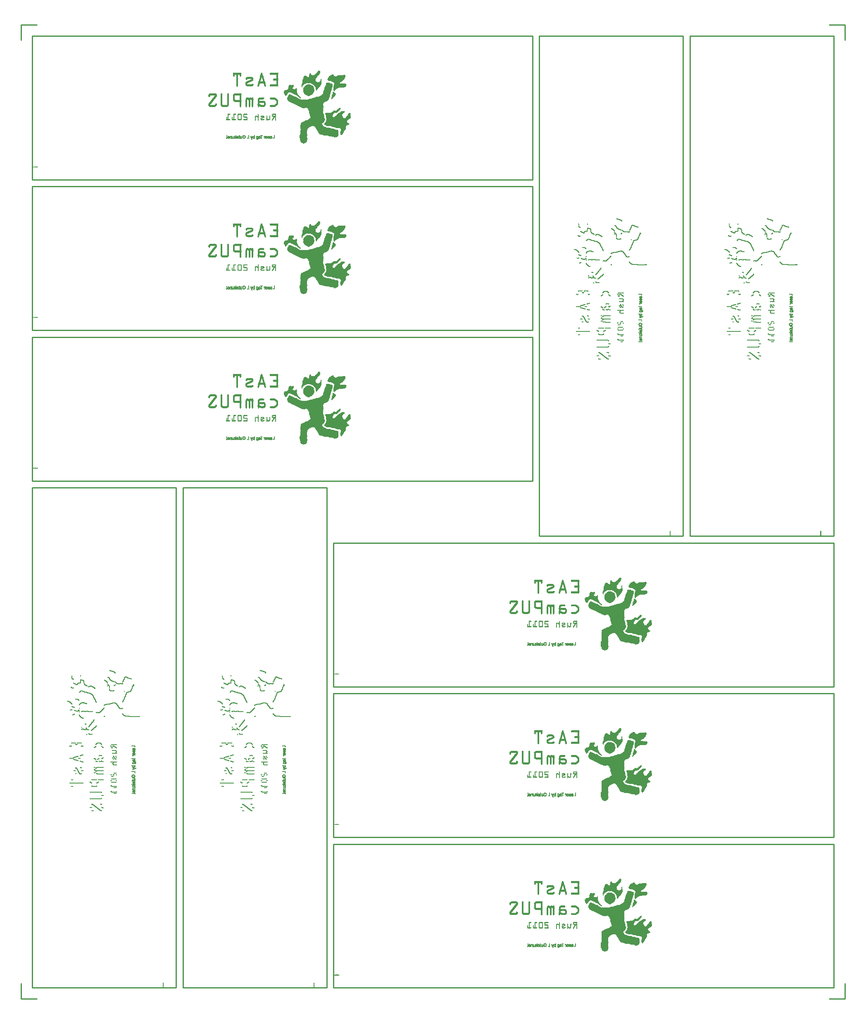
<source format=gbo>
G75*
G70*
%OFA0B0*%
%FSLAX25Y25*%
%IPPOS*%
%LPD*%
%AMOC8*
5,1,8,0,0,1.08239X$1,22.5*
%
%ADD10R,0.04640X0.00040*%
%ADD100R,0.18040X0.00040*%
%ADD101R,0.11480X0.00040*%
%ADD102R,0.17000X0.00040*%
%ADD103R,0.06120X0.00040*%
%ADD104R,0.13440X0.00040*%
%ADD105R,0.08040X0.00040*%
%ADD106R,0.21960X0.00040*%
%ADD107R,0.12680X0.00040*%
%ADD108R,0.07600X0.00040*%
%ADD109R,0.14120X0.00040*%
%ADD11R,0.11760X0.00040*%
%ADD110R,0.11120X0.00040*%
%ADD111R,0.14560X0.00040*%
%ADD112R,0.16960X0.00040*%
%ADD113R,0.12640X0.00040*%
%ADD114R,0.02200X0.00040*%
%ADD115R,0.11080X0.00040*%
%ADD116R,0.09160X0.00040*%
%ADD117R,0.18480X0.00040*%
%ADD118R,0.11000X0.00040*%
%ADD119R,0.03880X0.00040*%
%ADD12R,0.06240X0.00040*%
%ADD120R,0.15880X0.00040*%
%ADD121R,0.03520X0.00040*%
%ADD122R,0.07960X0.00040*%
%ADD123R,0.12800X0.00040*%
%ADD124R,0.05280X0.00040*%
%ADD125R,0.19240X0.00040*%
%ADD1259C,0.01000*%
%ADD126R,0.20800X0.00040*%
%ADD1260R,0.00800X0.00800*%
%ADD127R,0.22440X0.00040*%
%ADD128R,0.16280X0.00040*%
%ADD129R,0.06200X0.00040*%
%ADD13R,0.03560X0.00040*%
%ADD130R,0.06840X0.00040*%
%ADD131R,0.30920X0.00040*%
%ADD132R,0.18160X0.00040*%
%ADD133R,0.01520X0.00040*%
%ADD134R,0.17600X0.00040*%
%ADD135R,0.02800X0.00040*%
%ADD136R,0.31960X0.00040*%
%ADD137R,0.31640X0.00040*%
%ADD138R,0.07800X0.00040*%
%ADD139R,0.21120X0.00040*%
%ADD14R,0.05640X0.00040*%
%ADD140R,0.22560X0.00040*%
%ADD141R,0.07720X0.00040*%
%ADD142R,0.14520X0.00040*%
%ADD143R,0.08400X0.00040*%
%ADD144R,0.10040X0.00040*%
%ADD146R,0.04200X0.00040*%
%ADD147R,0.31360X0.00040*%
%ADD15R,0.00880X0.00040*%
%ADD150R,0.01080X0.00040*%
%ADD151R,0.08120X0.00040*%
%ADD152R,0.12160X0.00040*%
%ADD153R,0.32720X0.00040*%
%ADD154R,0.20520X0.00040*%
%ADD155R,0.04880X0.00040*%
%ADD156R,0.21240X0.00040*%
%ADD157R,0.19800X0.00040*%
%ADD158R,0.06920X0.00040*%
%ADD159R,0.25160X0.00040*%
%ADD16R,0.09280X0.00040*%
%ADD160R,0.29440X0.00040*%
%ADD161R,0.03600X0.00040*%
%ADD162R,0.18320X0.00040*%
%ADD164R,0.15000X0.00040*%
%ADD165R,0.14360X0.00040*%
%ADD166R,0.02760X0.00040*%
%ADD167R,0.08440X0.00040*%
%ADD168R,0.18920X0.00040*%
%ADD169R,0.12840X0.00040*%
%ADD17R,0.01720X0.00040*%
%ADD170R,0.16920X0.00040*%
%ADD171R,0.17240X0.00040*%
%ADD172R,0.14160X0.00040*%
%ADD173R,0.17960X0.00040*%
%ADD174R,0.05160X0.00040*%
%ADD175R,0.08560X0.00040*%
%ADD176R,0.30160X0.00040*%
%ADD178R,0.22280X0.00040*%
%ADD18R,0.14320X0.00040*%
%ADD180R,0.28040X0.00040*%
%ADD181R,0.23600X0.00040*%
%ADD182R,0.19480X0.00040*%
%ADD183R,0.06600X0.00040*%
%ADD184R,0.06360X0.00040*%
%ADD185R,0.11040X0.00040*%
%ADD186R,0.17360X0.00040*%
%ADD187R,0.22720X0.00040*%
%ADD188R,0.13080X0.00040*%
%ADD189R,0.13360X0.00040*%
%ADD19R,0.04920X0.00040*%
%ADD190R,0.11320X0.00040*%
%ADD191R,0.32040X0.00040*%
%ADD192R,0.19000X0.00040*%
%ADD193R,0.16040X0.00040*%
%ADD195R,0.25280X0.00040*%
%ADD196R,0.29720X0.00040*%
%ADD197R,0.30720X0.00040*%
%ADD198R,0.24720X0.00040*%
%ADD199R,0.23240X0.00040*%
%ADD20R,0.21320X0.00040*%
%ADD200R,0.04040X0.00040*%
%ADD201R,0.03440X0.00040*%
%ADD203R,0.10520X0.00040*%
%ADD204R,0.17520X0.00040*%
%ADD205R,0.07760X0.00040*%
%ADD206R,0.24480X0.00040*%
%ADD207R,0.22000X0.00040*%
%ADD208R,0.19120X0.00040*%
%ADD209R,0.12280X0.00040*%
%ADD21R,0.24400X0.00040*%
%ADD210R,0.17040X0.00040*%
%ADD211R,0.18600X0.00040*%
%ADD213R,0.03240X0.00040*%
%ADD214R,0.09360X0.00040*%
%ADD215R,0.27640X0.00040*%
%ADD216R,0.29160X0.00040*%
%ADD217R,0.24080X0.00040*%
%ADD218R,0.16160X0.00040*%
%ADD219R,0.10560X0.00040*%
%ADD22R,0.32240X0.00040*%
%ADD220R,0.08280X0.00040*%
%ADD221R,0.02040X0.00040*%
%ADD222R,0.09600X0.00040*%
%ADD223R,0.16880X0.00040*%
%ADD224C,0.00800*%
%ADD225R,0.18680X0.00040*%
%ADD226R,0.04080X0.00040*%
%ADD227R,0.25120X0.00040*%
%ADD228R,0.04840X0.00040*%
%ADD229R,0.01360X0.00040*%
%ADD23R,0.25720X0.00040*%
%ADD230R,0.31440X0.00040*%
%ADD231R,0.16520X0.00040*%
%ADD232R,0.10760X0.00040*%
%ADD233R,0.11560X0.00040*%
%ADD234R,0.23760X0.00040*%
%ADD235R,0.07520X0.00040*%
%ADD236R,0.03640X0.00040*%
%ADD237R,0.14080X0.00040*%
%ADD238R,0.19400X0.00040*%
%ADD239R,0.03720X0.00040*%
%ADD24R,0.01880X0.00040*%
%ADD240R,0.18800X0.00040*%
%ADD241R,0.16720X0.00040*%
%ADD242R,0.31560X0.00040*%
%ADD243R,0.09240X0.00040*%
%ADD244R,0.01200X0.00040*%
%ADD245R,0.01320X0.00040*%
%ADD246R,0.13000X0.00040*%
%ADD247R,0.12200X0.00040*%
%ADD248R,0.21520X0.00040*%
%ADD249R,0.13800X0.00040*%
%ADD25R,0.11440X0.00040*%
%ADD250R,0.08080X0.00040*%
%ADD251R,0.07000X0.00040*%
%ADD253R,0.08000X0.00040*%
%ADD254R,0.14400X0.00040*%
%ADD255R,0.19040X0.00040*%
%ADD256R,0.04680X0.00040*%
%ADD257R,0.32680X0.00040*%
%ADD258R,0.17680X0.00040*%
%ADD259R,0.17120X0.00040*%
%ADD26R,0.00920X0.00040*%
%ADD260R,0.04000X0.00040*%
%ADD261R,0.31800X0.00040*%
%ADD263R,0.00840X0.00040*%
%ADD264R,0.03160X0.00040*%
%ADD265R,0.09800X0.00040*%
%ADD266R,0.13480X0.00040*%
%ADD267R,0.10440X0.00040*%
%ADD268R,0.02240X0.00040*%
%ADD269R,0.22640X0.00040*%
%ADD27R,0.03400X0.00040*%
%ADD270R,0.13120X0.00040*%
%ADD271R,0.09560X0.00040*%
%ADD272R,0.10320X0.00040*%
%ADD274R,0.15800X0.00040*%
%ADD275R,0.04560X0.00040*%
%ADD276R,0.17440X0.00040*%
%ADD277R,0.05720X0.00040*%
%ADD278R,0.07160X0.00040*%
%ADD279R,0.16480X0.00040*%
%ADD280R,0.03080X0.00040*%
%ADD281R,0.09760X0.00040*%
%ADD282R,0.08600X0.00040*%
%ADD283R,0.12080X0.00040*%
%ADD284R,0.10240X0.00040*%
%ADD285R,0.01280X0.00040*%
%ADD286R,0.17560X0.00040*%
%ADD287R,0.04600X0.00040*%
%ADD288R,0.14840X0.00040*%
%ADD289R,0.23400X0.00040*%
%ADD29R,0.29960X0.00040*%
%ADD290R,0.16120X0.00040*%
%ADD291R,0.19360X0.00040*%
%ADD292R,0.22360X0.00040*%
%ADD294R,0.03200X0.00040*%
%ADD295R,0.26080X0.00040*%
%ADD296R,0.17920X0.00040*%
%ADD297R,0.14680X0.00040*%
%ADD298R,0.11400X0.00040*%
%ADD299R,0.17800X0.00040*%
%ADD30R,0.05240X0.00040*%
%ADD300R,0.13760X0.00040*%
%ADD301R,0.15760X0.00040*%
%ADD302R,0.15120X0.00040*%
%ADD303R,0.31280X0.00040*%
%ADD304R,0.10800X0.00040*%
%ADD305R,0.13640X0.00040*%
%ADD306R,0.08640X0.00040*%
%ADD307R,0.07320X0.00040*%
%ADD308R,0.02480X0.00040*%
%ADD309R,0.11360X0.00040*%
%ADD310R,0.18760X0.00040*%
%ADD311R,0.28400X0.00040*%
%ADD312R,0.23200X0.00040*%
%ADD313R,0.15240X0.00040*%
%ADD314R,0.10640X0.00040*%
%ADD315R,0.28840X0.00040*%
%ADD317R,0.18400X0.00040*%
%ADD318R,0.25600X0.00040*%
%ADD319R,0.09920X0.00040*%
%ADD32R,0.30600X0.00040*%
%ADD320R,0.08240X0.00040*%
%ADD321R,0.05800X0.00040*%
%ADD322R,0.16360X0.00040*%
%ADD323R,0.11160X0.00040*%
%ADD324R,0.08960X0.00040*%
%ADD325R,0.20280X0.00040*%
%ADD326R,0.04760X0.00040*%
%ADD327R,0.14600X0.00040*%
%ADD328R,0.32440X0.00040*%
%ADD329R,0.06960X0.00040*%
%ADD33R,0.19600X0.00040*%
%ADD330R,0.17280X0.00040*%
%ADD331R,0.05440X0.00040*%
%ADD332R,0.06480X0.00040*%
%ADD333R,0.23880X0.00040*%
%ADD334R,0.05760X0.00040*%
%ADD335R,0.14200X0.00040*%
%ADD337R,0.08360X0.00040*%
%ADD338R,0.18840X0.00040*%
%ADD339R,0.07120X0.00040*%
%ADD34R,0.15480X0.00040*%
%ADD340R,0.21720X0.00040*%
%ADD341R,0.04800X0.00040*%
%ADD342R,0.04240X0.00040*%
%ADD343R,0.19320X0.00040*%
%ADD344R,0.21040X0.00040*%
%ADD345R,0.09040X0.00040*%
%ADD346R,0.13040X0.00040*%
%ADD347R,0.05600X0.00040*%
%ADD348R,0.32200X0.00040*%
%ADD349R,0.05920X0.00040*%
%ADD35R,0.07360X0.00040*%
%ADD350R,0.03280X0.00040*%
%ADD351R,0.16320X0.00040*%
%ADD352R,0.03920X0.00040*%
%ADD353R,0.17080X0.00040*%
%ADD354R,0.02400X0.00040*%
%ADD356R,0.09200X0.00040*%
%ADD357R,0.11800X0.00040*%
%ADD358R,0.20400X0.00040*%
%ADD359R,0.02840X0.00040*%
%ADD36R,0.07200X0.00040*%
%ADD360R,0.17760X0.00040*%
%ADD361R,0.10600X0.00040*%
%ADD362R,0.25000X0.00040*%
%ADD363R,0.11240X0.00040*%
%ADD364R,0.12560X0.00040*%
%ADD365R,0.10680X0.00040*%
%ADD366R,0.04320X0.00040*%
%ADD368R,0.18560X0.00040*%
%ADD369R,0.01000X0.00040*%
%ADD37R,0.19680X0.00040*%
%ADD371R,0.09880X0.00040*%
%ADD372R,0.07680X0.00040*%
%ADD373R,0.10120X0.00040*%
%ADD374R,0.16560X0.00040*%
%ADD375R,0.12120X0.00040*%
%ADD376R,0.08200X0.00040*%
%ADD377R,0.26840X0.00040*%
%ADD378R,0.09840X0.00040*%
%ADD379R,0.09520X0.00040*%
%ADD38R,0.32840X0.00040*%
%ADD380R,0.14240X0.00040*%
%ADD381R,0.23480X0.00040*%
%ADD382R,0.16760X0.00040*%
%ADD383R,0.05520X0.00040*%
%ADD384R,0.32800X0.00040*%
%ADD385R,0.06400X0.00040*%
%ADD386R,0.09720X0.00040*%
%ADD387R,0.26960X0.00040*%
%ADD388R,0.03760X0.00040*%
%ADD39R,0.26360X0.00040*%
%ADD390R,0.12760X0.00040*%
%ADD391R,0.04520X0.00040*%
%ADD392R,0.10920X0.00040*%
%ADD393R,0.23120X0.00040*%
%ADD394R,0.02960X0.00040*%
%ADD395R,0.04960X0.00040*%
%ADD396R,0.02920X0.00040*%
%ADD397R,0.25960X0.00040*%
%ADD398R,0.15680X0.00040*%
%ADD399R,0.15560X0.00040*%
%ADD400R,0.06040X0.00040*%
%ADD401R,0.22920X0.00040*%
%ADD402R,0.21680X0.00040*%
%ADD403R,0.08680X0.00040*%
%ADD404R,0.22800X0.00040*%
%ADD405R,0.20760X0.00040*%
%ADD406R,0.02640X0.00040*%
%ADD407R,0.25800X0.00040*%
%ADD408R,0.19720X0.00040*%
%ADD409R,0.01240X0.00040*%
%ADD41R,0.07440X0.00040*%
%ADD410R,0.17640X0.00040*%
%ADD411R,0.05080X0.00040*%
%ADD412R,0.05960X0.00040*%
%ADD413R,0.05680X0.00040*%
%ADD414R,0.20240X0.00040*%
%ADD415R,0.04720X0.00040*%
%ADD417R,0.12520X0.00040*%
%ADD418R,0.09480X0.00040*%
%ADD419R,0.28600X0.00040*%
%ADD420R,0.01440X0.00040*%
%ADD421R,0.24160X0.00040*%
%ADD422R,0.13560X0.00040*%
%ADD423R,0.30320X0.00040*%
%ADD424R,0.21600X0.00040*%
%ADD425R,0.19960X0.00040*%
%ADD427R,0.11920X0.00040*%
%ADD428R,0.09120X0.00040*%
%ADD429R,0.09400X0.00040*%
%ADD43R,0.12360X0.00040*%
%ADD430R,0.02680X0.00040*%
%ADD431R,0.18120X0.00040*%
%ADD432R,0.08920X0.00040*%
%ADD433R,0.16640X0.00040*%
%ADD434R,0.13680X0.00040*%
%ADD435R,0.08800X0.00040*%
%ADD436R,0.01040X0.00040*%
%ADD437R,0.16680X0.00040*%
%ADD438R,0.01120X0.00040*%
%ADD439R,0.22160X0.00040*%
%ADD44R,0.10080X0.00040*%
%ADD440R,0.15600X0.00040*%
%ADD441R,0.14800X0.00040*%
%ADD442R,0.23320X0.00040*%
%ADD443R,0.13200X0.00040*%
%ADD444R,0.11840X0.00040*%
%ADD445R,0.13920X0.00040*%
%ADD446R,0.16200X0.00040*%
%ADD447R,0.24800X0.00040*%
%ADD448R,0.05400X0.00040*%
%ADD449R,0.19440X0.00040*%
%ADD450R,0.07400X0.00040*%
%ADD451R,0.02080X0.00040*%
%ADD452R,0.02600X0.00040*%
%ADD453R,0.18280X0.00040*%
%ADD454R,0.01760X0.00040*%
%ADD455R,0.27400X0.00040*%
%ADD456R,0.15280X0.00040*%
%ADD458R,0.13240X0.00040*%
%ADD459R,0.15720X0.00040*%
%ADD46R,0.15520X0.00040*%
%ADD460R,0.05360X0.00040*%
%ADD461R,0.12480X0.00040*%
%ADD462R,0.07840X0.00040*%
%ADD463R,0.17200X0.00040*%
%ADD464R,0.02360X0.00040*%
%ADD465R,0.03120X0.00040*%
%ADD466R,0.16840X0.00040*%
%ADD467R,0.12920X0.00040*%
%ADD468R,0.06320X0.00040*%
%ADD469R,0.32320X0.00040*%
%ADD47R,0.19280X0.00040*%
%ADD470R,0.01680X0.00040*%
%ADD471R,0.10200X0.00040*%
%ADD472R,0.22080X0.00040*%
%ADD473R,0.02000X0.00040*%
%ADD474R,0.08160X0.00040*%
%ADD475R,0.07240X0.00040*%
%ADD476R,0.24280X0.00040*%
%ADD477R,0.25480X0.00040*%
%ADD478R,0.09320X0.00040*%
%ADD479R,0.27760X0.00040*%
%ADD48R,0.10160X0.00040*%
%ADD480R,0.07560X0.00040*%
%ADD481R,0.13280X0.00040*%
%ADD482R,0.19520X0.00040*%
%ADD483R,0.01400X0.00040*%
%ADD484R,0.20680X0.00040*%
%ADD485R,0.08760X0.00040*%
%ADD486R,0.16080X0.00040*%
%ADD487R,0.10000X0.00040*%
%ADD488R,0.32400X0.00040*%
%ADD489R,0.08880X0.00040*%
%ADD49R,0.04440X0.00040*%
%ADD490R,0.15160X0.00040*%
%ADD491R,0.17480X0.00040*%
%ADD492R,0.13320X0.00040*%
%ADD493R,0.19160X0.00040*%
%ADD494R,0.15040X0.00040*%
%ADD495R,0.18080X0.00040*%
%ADD496R,0.03040X0.00040*%
%ADD497R,0.12320X0.00040*%
%ADD498R,0.03000X0.00040*%
%ADD499R,0.06760X0.00040*%
%ADD50R,0.10840X0.00040*%
%ADD500R,0.17840X0.00040*%
%ADD501R,0.21880X0.00040*%
%ADD502R,0.30800X0.00040*%
%ADD503R,0.13840X0.00040*%
%ADD504R,0.12880X0.00040*%
%ADD506R,0.11960X0.00040*%
%ADD507R,0.02160X0.00040*%
%ADD508R,0.13960X0.00040*%
%ADD509R,0.06640X0.00040*%
%ADD51R,0.01640X0.00040*%
%ADD510R,0.15920X0.00040*%
%ADD511R,0.16000X0.00040*%
%ADD512R,0.03360X0.00040*%
%ADD513R,0.21440X0.00040*%
%ADD514R,0.04360X0.00040*%
%ADD515R,0.24920X0.00040*%
%ADD516R,0.11520X0.00040*%
%ADD517R,0.16400X0.00040*%
%ADD518R,0.31120X0.00040*%
%ADD519R,0.10960X0.00040*%
%ADD52R,0.14920X0.00040*%
%ADD521R,0.13520X0.00040*%
%ADD522R,0.02440X0.00040*%
%ADD523R,0.30440X0.00040*%
%ADD524R,0.21400X0.00040*%
%ADD525R,0.05200X0.00040*%
%ADD526R,0.26680X0.00040*%
%ADD527R,0.04120X0.00040*%
%ADD528R,0.13400X0.00040*%
%ADD529R,0.23680X0.00040*%
%ADD53R,0.01600X0.00040*%
%ADD530R,0.15640X0.00040*%
%ADD531R,0.14440X0.00040*%
%ADD532R,0.18640X0.00040*%
%ADD533R,0.01480X0.00040*%
%ADD534R,0.20600X0.00040*%
%ADD535R,0.21800X0.00040*%
%ADD536R,0.31200X0.00040*%
%ADD537R,0.06880X0.00040*%
%ADD538R,0.01800X0.00040*%
%ADD539R,0.15400X0.00040*%
%ADD54R,0.31000X0.00040*%
%ADD540R,0.20480X0.00040*%
%ADD541R,0.18200X0.00040*%
%ADD542R,0.10360X0.00040*%
%ADD543R,0.31720X0.00040*%
%ADD544R,0.00800X0.00040*%
%ADD545R,0.12600X0.00040*%
%ADD546R,0.11640X0.00040*%
%ADD547R,0.04400X0.00040*%
%ADD548R,0.26240X0.00040*%
%ADD549R,0.02520X0.00040*%
%ADD55R,0.11880X0.00040*%
%ADD550R,0.07080X0.00040*%
%ADD551R,0.27480X0.00040*%
%ADD552R,0.05880X0.00040*%
%ADD555R,0.11200X0.00040*%
%ADD556R,0.14480X0.00040*%
%ADD557R,0.06720X0.00040*%
%ADD558R,0.16440X0.00040*%
%ADD559R,0.09640X0.00040*%
%ADD56R,0.12440X0.00040*%
%ADD560R,0.03320X0.00040*%
%ADD561R,0.05000X0.00040*%
%ADD562R,0.04480X0.00040*%
%ADD563R,0.09680X0.00040*%
%ADD565R,0.17160X0.00040*%
%ADD567R,0.27240X0.00040*%
%ADD568R,0.01160X0.00040*%
%ADD569R,0.22200X0.00040*%
%ADD57R,0.07920X0.00040*%
%ADD570R,0.02320X0.00040*%
%ADD571R,0.01960X0.00040*%
%ADD572R,0.10720X0.00040*%
%ADD573R,0.06800X0.00040*%
%ADD574R,0.06680X0.00040*%
%ADD575R,0.05560X0.00040*%
%ADD576R,0.10400X0.00040*%
%ADD577R,0.03680X0.00040*%
%ADD578R,0.17720X0.00040*%
%ADD579R,0.06440X0.00040*%
%ADD58R,0.09440X0.00040*%
%ADD582R,0.32640X0.00040*%
%ADD584R,0.07280X0.00040*%
%ADD585R,0.20160X0.00040*%
%ADD586R,0.12400X0.00040*%
%ADD587R,0.06280X0.00040*%
%ADD588R,0.03960X0.00040*%
%ADD589R,0.24560X0.00040*%
%ADD59R,0.14280X0.00040*%
%ADD590R,0.07640X0.00040*%
%ADD591R,0.00960X0.00040*%
%ADD592R,0.13600X0.00040*%
%ADD593R,0.19760X0.00040*%
%ADD594R,0.12960X0.00040*%
%ADD595R,0.05320X0.00040*%
%ADD596R,0.04160X0.00040*%
%ADD597R,0.02120X0.00040*%
%ADD598R,0.01920X0.00040*%
%ADD599R,0.23560X0.00040*%
%ADD60R,0.32560X0.00040*%
%ADD600R,0.11600X0.00040*%
%ADD601R,0.15840X0.00040*%
%ADD602R,0.27880X0.00040*%
%ADD603R,0.06080X0.00040*%
%ADD604R,0.23960X0.00040*%
%ADD605R,0.15360X0.00040*%
%ADD606R,0.31880X0.00040*%
%ADD607R,0.01840X0.00040*%
%ADD608R,0.19640X0.00040*%
%ADD609R,0.08320X0.00040*%
%ADD611R,0.23000X0.00040*%
%ADD613R,0.11280X0.00040*%
%ADD614R,0.10480X0.00040*%
%ADD615R,0.20880X0.00040*%
%ADD616R,0.06560X0.00040*%
%ADD617R,0.18960X0.00040*%
%ADD618R,0.06520X0.00040*%
%ADD619R,0.15960X0.00040*%
%ADD62R,0.20360X0.00040*%
%ADD620R,0.12040X0.00040*%
%ADD621R,0.26520X0.00040*%
%ADD622R,0.19200X0.00040*%
%ADD623R,0.19840X0.00040*%
%ADD624R,0.09080X0.00040*%
%ADD625R,0.10880X0.00040*%
%ADD626R,0.15080X0.00040*%
%ADD627R,0.02280X0.00040*%
%ADD628R,0.08480X0.00040*%
%ADD629R,0.03840X0.00040*%
%ADD63R,0.28200X0.00040*%
%ADD630R,0.32120X0.00040*%
%ADD631R,0.18720X0.00040*%
%ADD632R,0.06160X0.00040*%
%ADD633R,0.12720X0.00040*%
%ADD634R,0.05840X0.00040*%
%ADD636R,0.14040X0.00040*%
%ADD637R,0.17400X0.00040*%
%ADD64R,0.03480X0.00040*%
%ADD640R,0.07040X0.00040*%
%ADD641R,0.08840X0.00040*%
%ADD642R,0.27160X0.00040*%
%ADD643R,0.09960X0.00040*%
%ADD644R,0.17880X0.00040*%
%ADD645R,0.07480X0.00040*%
%ADD646R,0.09000X0.00040*%
%ADD647R,0.05480X0.00040*%
%ADD65R,0.17320X0.00040*%
%ADD66R,0.01560X0.00040*%
%ADD67R,0.12240X0.00040*%
%ADD68R,0.05120X0.00040*%
%ADD69R,0.02560X0.00040*%
%ADD70R,0.16600X0.00040*%
%ADD71R,0.02880X0.00040*%
%ADD72R,0.14720X0.00040*%
%ADD73R,0.20960X0.00040*%
%ADD74R,0.03800X0.00040*%
%ADD76R,0.27040X0.00040*%
%ADD77R,0.11680X0.00040*%
%ADD78R,0.08720X0.00040*%
%ADD79R,0.15320X0.00040*%
%ADD80R,0.06000X0.00040*%
%ADD81R,0.20080X0.00040*%
%ADD82R,0.02720X0.00040*%
%ADD83R,0.15200X0.00040*%
%ADD84R,0.18520X0.00040*%
%ADD85R,0.13160X0.00040*%
%ADD86R,0.13880X0.00040*%
%ADD87R,0.13720X0.00040*%
%ADD88R,0.10280X0.00040*%
%ADD89R,0.11720X0.00040*%
%ADD90R,0.16240X0.00040*%
%ADD91R,0.07880X0.00040*%
%ADD92R,0.32520X0.00040*%
%ADD93R,0.05040X0.00040*%
%ADD95R,0.04280X0.00040*%
%ADD96R,0.12000X0.00040*%
%ADD97R,0.25360X0.00040*%
%ADD98R,0.08520X0.00040*%
%ADD99R,0.18000X0.00040*%
X0020000Y0020000D02*
G75*
%LPD*%
D1260*
X0102280Y0176150D03*
X0101800Y0177150D03*
X0101720Y0178310D03*
X0100920Y0178270D03*
X0100880Y0178270D03*
X0100800Y0178230D03*
X0101120Y0180070D03*
X0101200Y0180070D03*
X0101280Y0180070D03*
X0101320Y0180070D03*
X0101400Y0180070D03*
X0101480Y0180070D03*
X0101520Y0180070D03*
X0101600Y0180070D03*
X0101680Y0180070D03*
X0101720Y0180070D03*
X0101800Y0180070D03*
X0101880Y0180070D03*
X0101920Y0180070D03*
X0102000Y0180070D03*
X0102080Y0180070D03*
X0102120Y0180070D03*
X0102200Y0180070D03*
X0102200Y0180830D03*
X0102120Y0180830D03*
X0102080Y0180830D03*
X0102280Y0181550D03*
X0102200Y0183710D03*
X0102120Y0183710D03*
X0102080Y0183710D03*
X0102000Y0183710D03*
X0101920Y0183710D03*
X0101880Y0183710D03*
X0101800Y0183710D03*
X0101720Y0183710D03*
X0101680Y0183710D03*
X0101600Y0183710D03*
X0101120Y0183710D03*
X0101080Y0183710D03*
X0101000Y0183710D03*
X0100920Y0183710D03*
X0100880Y0183710D03*
X0100800Y0183710D03*
X0100720Y0183710D03*
X0100680Y0183710D03*
X0100600Y0183710D03*
X0100520Y0183710D03*
X0100480Y0183710D03*
X0100400Y0183710D03*
X0100320Y0183710D03*
X0100280Y0183710D03*
X0100200Y0183710D03*
X0100120Y0183710D03*
X0100080Y0183710D03*
X0100000Y0183710D03*
X0099920Y0183710D03*
X0099880Y0183710D03*
X0099800Y0183710D03*
X0100920Y0184470D03*
X0101000Y0184430D03*
X0101000Y0185670D03*
X0101080Y0185710D03*
X0101120Y0185710D03*
X0101520Y0185710D03*
X0101600Y0185710D03*
X0102280Y0186270D03*
X0102200Y0187350D03*
X0102120Y0187350D03*
X0102080Y0187350D03*
X0102280Y0188070D03*
X0101720Y0188510D03*
X0101680Y0188510D03*
X0101600Y0188510D03*
X0101520Y0188510D03*
X0101480Y0188510D03*
X0101400Y0188510D03*
X0101320Y0188510D03*
X0101280Y0188510D03*
X0101200Y0188510D03*
X0101120Y0188510D03*
X0101080Y0188510D03*
X0101000Y0188510D03*
X0100920Y0188510D03*
X0100880Y0188510D03*
X0100800Y0188510D03*
X0100720Y0188510D03*
X0100680Y0188510D03*
X0100600Y0188510D03*
X0100520Y0188510D03*
X0100480Y0188510D03*
X0101280Y0189270D03*
X0101320Y0189270D03*
X0101400Y0189270D03*
X0101480Y0189270D03*
X0101520Y0189270D03*
X0101600Y0189270D03*
X0101680Y0189270D03*
X0101720Y0189270D03*
X0100000Y0186510D03*
X0100480Y0195550D03*
X0100680Y0195630D03*
X0100800Y0195670D03*
X0100880Y0195710D03*
X0100920Y0195710D03*
X0101000Y0195750D03*
X0101200Y0195830D03*
X0101320Y0195870D03*
X0101400Y0195910D03*
X0101480Y0195910D03*
X0101520Y0195950D03*
X0101800Y0196030D03*
X0101720Y0196430D03*
X0101680Y0196430D03*
X0101480Y0196510D03*
X0101320Y0196550D03*
X0101120Y0196630D03*
X0101000Y0196670D03*
X0100920Y0196710D03*
X0100800Y0196750D03*
X0101680Y0197430D03*
X0101680Y0198630D03*
X0101600Y0198630D03*
X0101520Y0198630D03*
X0101480Y0198630D03*
X0101200Y0198630D03*
X0101120Y0198630D03*
X0101080Y0198630D03*
X0100600Y0198630D03*
X0100520Y0198630D03*
X0100480Y0198630D03*
X0100400Y0198630D03*
X0100320Y0198630D03*
X0100280Y0198630D03*
X0100200Y0198630D03*
X0100120Y0198630D03*
X0100080Y0198630D03*
X0100000Y0198630D03*
X0099920Y0198630D03*
X0099880Y0198630D03*
X0099800Y0198630D03*
X0100480Y0200350D03*
X0100520Y0200350D03*
X0100600Y0200350D03*
X0101120Y0200350D03*
X0101200Y0200350D03*
X0101280Y0200350D03*
X0101320Y0200350D03*
X0101400Y0200350D03*
X0101480Y0200350D03*
X0101520Y0200350D03*
X0101400Y0201630D03*
X0101320Y0201630D03*
X0101280Y0201630D03*
X0101200Y0201630D03*
X0100880Y0202310D03*
X0102080Y0202270D03*
X0102200Y0202230D03*
X0102520Y0201550D03*
X0102200Y0198630D03*
X0102120Y0198630D03*
X0102080Y0198630D03*
X0102600Y0196350D03*
X0102520Y0196310D03*
X0102480Y0196310D03*
X0102400Y0196270D03*
X0102320Y0196230D03*
X0102280Y0196230D03*
X0101000Y0207870D03*
X0100920Y0207910D03*
X0101000Y0209110D03*
X0101080Y0209150D03*
X0101120Y0209150D03*
X0101520Y0209150D03*
X0101600Y0209150D03*
X0101800Y0209750D03*
X0101720Y0210910D03*
X0102080Y0211550D03*
X0102200Y0211510D03*
X0100920Y0210870D03*
X0100880Y0210870D03*
X0100800Y0210830D03*
X0106080Y0238430D03*
X0087520Y0201750D03*
X0087520Y0199350D03*
X0086720Y0206350D03*
X0084120Y0208550D03*
X0084120Y0210950D03*
X0069320Y0235630D03*
D1260*
X0059640Y0237210D03*
X0058640Y0197170D03*
X0069640Y0197170D03*
X0084160Y0200170D03*
X0099840Y0190170D03*
X0102840Y0201010D03*
X0106040Y0238410D03*
D1260*
X0106000Y0238430D03*
X0084400Y0200190D03*
X0074680Y0216590D03*
X0071520Y0216630D03*
X0071480Y0216590D03*
X0069720Y0195390D03*
X0069680Y0192950D03*
X0067480Y0182270D03*
X0075400Y0167350D03*
X0058920Y0196910D03*
X0055000Y0196710D03*
X0050920Y0204510D03*
X0050880Y0204510D03*
X0062000Y0248990D03*
X0062680Y0263470D03*
X0051280Y0261590D03*
X0048400Y0250630D03*
X0078880Y0266830D03*
X0082720Y0275190D03*
D1260*
X0083360Y0275030D03*
X0079960Y0265750D03*
X0080040Y0265630D03*
X0066760Y0223950D03*
X0070840Y0215950D03*
X0076760Y0204910D03*
X0069840Y0192950D03*
X0055160Y0196510D03*
X0051440Y0204510D03*
X0052360Y0239830D03*
X0048760Y0250550D03*
X0084560Y0200270D03*
X0105960Y0238430D03*
D1260*
X0105920Y0238430D03*
X0083720Y0274950D03*
X0080520Y0270030D03*
X0077600Y0238350D03*
X0082600Y0214750D03*
X0066920Y0262830D03*
X0066480Y0262950D03*
X0066400Y0262950D03*
D1260*
X0062120Y0263850D03*
X0058120Y0238450D03*
X0084400Y0205130D03*
X0105880Y0238450D03*
D1260*
X0105840Y0238450D03*
X0084160Y0274810D03*
X0062040Y0263930D03*
X0058040Y0238570D03*
X0051640Y0261250D03*
X0049760Y0249970D03*
D1260*
X0050080Y0249730D03*
X0061000Y0249410D03*
X0067680Y0227570D03*
X0056920Y0193330D03*
X0055680Y0195770D03*
X0082720Y0191410D03*
X0085280Y0191450D03*
X0084680Y0200610D03*
X0096680Y0269410D03*
X0096720Y0269410D03*
X0096600Y0269450D03*
X0096320Y0269610D03*
X0105800Y0238450D03*
X0084280Y0274770D03*
D1260*
X0105760Y0238450D03*
X0086960Y0182050D03*
X0086960Y0177450D03*
X0083160Y0191250D03*
D1260*
X0065720Y0224010D03*
X0056200Y0194770D03*
X0056400Y0194330D03*
X0052920Y0239970D03*
X0050600Y0249330D03*
X0081000Y0269850D03*
X0084600Y0274650D03*
X0100880Y0263810D03*
X0105720Y0238450D03*
D1260*
X0105680Y0238450D03*
X0081720Y0268850D03*
X0081680Y0268930D03*
X0081520Y0269250D03*
X0081480Y0269330D03*
X0066280Y0231730D03*
X0065600Y0224050D03*
X0059200Y0242330D03*
X0057600Y0239050D03*
D1260*
X0059240Y0242350D03*
X0061360Y0227750D03*
X0061960Y0227670D03*
X0051160Y0248750D03*
X0095160Y0270230D03*
X0105640Y0238470D03*
D1260*
X0105600Y0238470D03*
X0067320Y0242310D03*
X0061280Y0227790D03*
X0051280Y0248510D03*
D1260*
X0059640Y0228410D03*
X0062160Y0227730D03*
X0055560Y0215970D03*
X0069560Y0204410D03*
X0082360Y0267930D03*
X0105560Y0238450D03*
D1260*
X0105520Y0238470D03*
X0094800Y0270270D03*
X0086120Y0273830D03*
X0086000Y0273990D03*
X0082680Y0267670D03*
X0082720Y0267630D03*
X0069600Y0204390D03*
X0061080Y0227950D03*
X0059720Y0228390D03*
X0054320Y0215910D03*
X0060400Y0249510D03*
X0061520Y0264470D03*
X0066080Y0165030D03*
D1260*
X0065200Y0224310D03*
X0068080Y0227910D03*
X0061480Y0264510D03*
X0082880Y0267510D03*
X0094720Y0270230D03*
X0105480Y0238470D03*
D1260*
X0105440Y0238470D03*
X0082960Y0267470D03*
X0067240Y0242310D03*
X0062360Y0227790D03*
X0076360Y0204990D03*
D1260*
X0069720Y0204330D03*
X0060800Y0228130D03*
X0055120Y0215770D03*
X0055080Y0215770D03*
X0055000Y0215770D03*
X0054920Y0215770D03*
X0054880Y0215770D03*
X0054800Y0215770D03*
X0054720Y0215770D03*
X0054680Y0215770D03*
X0053000Y0194570D03*
X0105400Y0238450D03*
D1260*
X0105360Y0238450D03*
X0060360Y0228250D03*
D1260*
X0052200Y0261250D03*
X0080280Y0264330D03*
X0083320Y0267250D03*
X0094400Y0270130D03*
X0105320Y0238450D03*
D1260*
X0105280Y0238450D03*
X0081320Y0263210D03*
X0081280Y0263250D03*
X0081120Y0263450D03*
X0081000Y0263570D03*
X0080880Y0263730D03*
X0080800Y0263810D03*
X0080680Y0263930D03*
X0080600Y0264010D03*
X0076480Y0213450D03*
X0069680Y0213450D03*
X0069880Y0204250D03*
X0062520Y0227850D03*
X0065600Y0230850D03*
X0059520Y0242410D03*
X0057400Y0239570D03*
X0061280Y0264730D03*
X0057920Y0265330D03*
X0057720Y0265250D03*
X0057680Y0265250D03*
D1260*
X0058040Y0265410D03*
X0052240Y0261290D03*
X0062560Y0227890D03*
X0065560Y0230810D03*
X0069960Y0204210D03*
X0076440Y0213450D03*
X0094240Y0270050D03*
X0105240Y0238450D03*
D1260*
X0105200Y0238430D03*
X0100680Y0263430D03*
X0094200Y0270030D03*
X0065520Y0230750D03*
X0058080Y0265430D03*
D1260*
X0061240Y0264830D03*
X0060040Y0194670D03*
X0066160Y0165030D03*
X0083640Y0267070D03*
X0105160Y0238430D03*
D1260*
X0105120Y0238450D03*
X0083680Y0267050D03*
X0070120Y0204130D03*
X0059600Y0242450D03*
X0059920Y0249450D03*
D1260*
X0052320Y0261330D03*
X0067080Y0242330D03*
X0069880Y0213530D03*
X0076280Y0213530D03*
X0105080Y0238450D03*
D1260*
X0105040Y0238430D03*
X0070440Y0203950D03*
X0062640Y0227950D03*
X0059640Y0242470D03*
X0058160Y0265550D03*
D1260*
X0058320Y0258810D03*
X0059800Y0249410D03*
X0065320Y0230530D03*
X0069920Y0213570D03*
X0076520Y0174770D03*
X0066200Y0165010D03*
X0105000Y0238450D03*
D1260*
X0104960Y0238430D03*
X0052360Y0261350D03*
D1260*
X0083920Y0266950D03*
X0104920Y0238430D03*
D1260*
X0104880Y0238410D03*
X0076120Y0213610D03*
X0065200Y0230410D03*
X0059680Y0249370D03*
X0052400Y0261370D03*
D1260*
X0076440Y0174770D03*
X0084040Y0266890D03*
X0104840Y0238410D03*
D1260*
X0104800Y0238410D03*
X0058200Y0265690D03*
D1260*
X0104760Y0238410D03*
D1260*
X0104720Y0238410D03*
X0084080Y0266890D03*
X0065120Y0230290D03*
X0062720Y0228090D03*
X0058520Y0258970D03*
X0076400Y0174770D03*
X0066280Y0165010D03*
D1260*
X0058600Y0258990D03*
X0104680Y0238390D03*
D1260*
X0104640Y0238410D03*
X0104560Y0238410D03*
X0084160Y0266850D03*
X0059760Y0242570D03*
X0058640Y0259010D03*
X0056640Y0204530D03*
D1260*
X0056680Y0204530D03*
X0056720Y0204530D03*
X0053320Y0194570D03*
X0066920Y0242330D03*
X0072280Y0203930D03*
X0052480Y0261410D03*
X0093880Y0269730D03*
X0104600Y0238410D03*
D1260*
X0104520Y0238390D03*
X0075880Y0213790D03*
X0075520Y0214190D03*
X0070280Y0213790D03*
X0059480Y0249310D03*
X0058680Y0258990D03*
X0057120Y0265190D03*
X0066320Y0164990D03*
D1260*
X0072680Y0185490D03*
X0070400Y0213890D03*
X0070600Y0214130D03*
X0075800Y0213850D03*
X0058800Y0259010D03*
X0058720Y0259010D03*
X0056800Y0204530D03*
X0104480Y0238410D03*
D1260*
X0104440Y0238390D03*
X0100640Y0263070D03*
X0070560Y0214070D03*
X0070440Y0213910D03*
D1260*
X0072320Y0203990D03*
X0075720Y0213910D03*
X0075600Y0214070D03*
X0066880Y0242310D03*
X0059800Y0242590D03*
X0057080Y0265190D03*
X0056880Y0204510D03*
X0066120Y0185470D03*
X0076520Y0164790D03*
X0104400Y0238390D03*
D1260*
X0104360Y0238370D03*
X0075640Y0214010D03*
X0058960Y0259010D03*
X0056960Y0204530D03*
D1260*
X0056920Y0204530D03*
X0057000Y0204530D03*
X0059800Y0194650D03*
X0053400Y0194570D03*
X0070480Y0213970D03*
X0070520Y0214010D03*
X0075680Y0213970D03*
X0076320Y0174770D03*
X0052520Y0261450D03*
X0084280Y0266810D03*
X0104320Y0238370D03*
D1260*
X0104280Y0238350D03*
X0097720Y0238510D03*
X0097680Y0238510D03*
X0097600Y0238510D03*
X0097520Y0238510D03*
X0097480Y0238510D03*
X0097400Y0238510D03*
X0097320Y0238510D03*
X0097280Y0238510D03*
X0097200Y0238510D03*
X0097120Y0238510D03*
X0097080Y0238510D03*
X0097000Y0238510D03*
X0096920Y0238510D03*
X0096880Y0238510D03*
X0096800Y0238510D03*
X0096720Y0238510D03*
X0096680Y0238510D03*
X0096600Y0238510D03*
X0096520Y0238510D03*
X0096480Y0238510D03*
X0096400Y0238510D03*
X0096320Y0238510D03*
X0096280Y0238510D03*
X0096200Y0238510D03*
X0096120Y0238510D03*
X0096080Y0238510D03*
X0096000Y0238510D03*
X0095920Y0238510D03*
X0095880Y0238510D03*
X0095800Y0238510D03*
X0095720Y0238510D03*
X0084720Y0259110D03*
X0084680Y0259110D03*
X0084600Y0259110D03*
X0084120Y0259070D03*
X0084080Y0259070D03*
X0068680Y0228350D03*
X0059080Y0259030D03*
X0059000Y0259030D03*
D1260*
X0059160Y0259010D03*
X0057040Y0265170D03*
X0053440Y0194570D03*
X0083960Y0259090D03*
X0097760Y0238490D03*
X0097840Y0238490D03*
X0097960Y0238490D03*
X0098040Y0238490D03*
X0098160Y0238490D03*
X0098240Y0238490D03*
X0104240Y0238370D03*
D1260*
X0104200Y0238370D03*
X0098200Y0238490D03*
X0098120Y0238490D03*
X0098080Y0238490D03*
X0098000Y0238490D03*
X0097920Y0238490D03*
X0097880Y0238490D03*
X0097800Y0238490D03*
X0084000Y0259090D03*
X0083920Y0259090D03*
X0059200Y0259010D03*
X0059120Y0259010D03*
X0076280Y0174770D03*
D1260*
X0072640Y0185390D03*
X0066160Y0185390D03*
X0059760Y0194670D03*
X0057160Y0204510D03*
X0059840Y0242630D03*
X0059240Y0258990D03*
X0083840Y0259070D03*
X0084360Y0266790D03*
X0095240Y0238550D03*
X0095360Y0238550D03*
X0098360Y0238470D03*
X0098440Y0238470D03*
X0104160Y0238350D03*
D1260*
X0104120Y0238350D03*
X0104080Y0238350D03*
X0098480Y0238470D03*
X0098400Y0238470D03*
X0098320Y0238470D03*
X0098280Y0238470D03*
X0095320Y0238550D03*
X0095280Y0238550D03*
X0095200Y0238550D03*
X0084920Y0259150D03*
X0084880Y0259150D03*
X0083880Y0259070D03*
X0083800Y0259070D03*
X0072400Y0204070D03*
X0066400Y0164990D03*
X0059320Y0249270D03*
X0059280Y0258990D03*
X0059320Y0258990D03*
D1260*
X0057240Y0204530D03*
X0098560Y0238450D03*
X0104040Y0238330D03*
D1260*
X0104000Y0238330D03*
X0098600Y0238450D03*
X0098520Y0238450D03*
X0066800Y0242330D03*
X0059280Y0249250D03*
X0057280Y0204530D03*
X0057200Y0204530D03*
D1260*
X0059440Y0258950D03*
X0098640Y0238430D03*
X0103960Y0238350D03*
D1260*
X0103920Y0238330D03*
X0103880Y0238330D03*
X0103800Y0238330D03*
X0098800Y0238410D03*
X0094920Y0238610D03*
X0094880Y0238610D03*
X0085120Y0259210D03*
X0072480Y0204130D03*
X0072600Y0185330D03*
X0076200Y0174770D03*
X0066200Y0185330D03*
X0059720Y0194650D03*
X0057400Y0204530D03*
X0059880Y0242650D03*
X0059520Y0258930D03*
D1260*
X0059240Y0249250D03*
X0066760Y0242330D03*
X0057360Y0204530D03*
X0066440Y0164970D03*
X0084440Y0266770D03*
X0098760Y0238410D03*
X0098840Y0238410D03*
X0103840Y0238330D03*
D1260*
X0103760Y0238310D03*
X0059560Y0258910D03*
X0056960Y0265190D03*
X0057440Y0204510D03*
D1260*
X0059600Y0258910D03*
X0083600Y0259070D03*
X0098880Y0238390D03*
X0098920Y0238390D03*
X0103680Y0238310D03*
X0103720Y0238310D03*
X0076400Y0164790D03*
D1260*
X0076160Y0174770D03*
X0072560Y0185290D03*
X0066240Y0185290D03*
X0057560Y0204530D03*
X0053560Y0194530D03*
X0059640Y0258890D03*
X0051560Y0269050D03*
X0083560Y0259090D03*
X0094760Y0238650D03*
X0098960Y0238370D03*
X0103640Y0238330D03*
D1260*
X0103600Y0238310D03*
X0103520Y0238310D03*
X0103480Y0238310D03*
X0094720Y0238670D03*
X0094680Y0238670D03*
X0066480Y0164990D03*
X0057600Y0204510D03*
X0063800Y0257590D03*
X0059720Y0258870D03*
D1260*
X0063840Y0257590D03*
X0063960Y0257510D03*
X0072560Y0204190D03*
X0076360Y0164790D03*
X0059640Y0194670D03*
X0103440Y0238310D03*
X0103560Y0238310D03*
D1260*
X0103400Y0238290D03*
X0103320Y0238290D03*
X0103280Y0238290D03*
X0083480Y0259090D03*
X0064000Y0257490D03*
D1260*
X0064040Y0257490D03*
X0068760Y0228490D03*
X0083440Y0259090D03*
X0085240Y0259290D03*
X0094640Y0238690D03*
X0103360Y0238290D03*
D1260*
X0103240Y0238270D03*
X0103160Y0238270D03*
X0099240Y0238310D03*
X0072640Y0204230D03*
X0064160Y0257430D03*
X0063560Y0257710D03*
X0059840Y0258830D03*
D1260*
X0063520Y0257710D03*
X0063600Y0257670D03*
X0064200Y0257430D03*
X0066680Y0242310D03*
X0057720Y0204510D03*
X0094600Y0238710D03*
X0099200Y0238310D03*
X0103080Y0238270D03*
X0103120Y0238270D03*
X0103200Y0238270D03*
D1260*
X0103040Y0238290D03*
X0083360Y0259090D03*
D1260*
X0081800Y0260070D03*
X0094480Y0238750D03*
X0099400Y0238270D03*
X0102800Y0238270D03*
X0102880Y0238270D03*
X0102920Y0238270D03*
X0103000Y0238270D03*
X0072720Y0204270D03*
X0057880Y0204510D03*
X0063400Y0257750D03*
X0060000Y0258790D03*
X0056880Y0265190D03*
D1260*
X0049960Y0243570D03*
X0060560Y0237010D03*
X0063440Y0223770D03*
X0074240Y0167570D03*
X0100560Y0180090D03*
X0100640Y0180090D03*
X0102960Y0196690D03*
X0100640Y0207210D03*
X0100560Y0207210D03*
D1260*
X0100960Y0207170D03*
X0101040Y0207170D03*
X0101760Y0207850D03*
X0101640Y0209130D03*
X0101440Y0209170D03*
X0101040Y0209130D03*
X0100840Y0209850D03*
X0101640Y0209770D03*
X0101760Y0209730D03*
X0101840Y0210850D03*
X0101640Y0211570D03*
X0101560Y0211570D03*
X0101440Y0211570D03*
X0101040Y0211570D03*
X0100960Y0211570D03*
X0100840Y0211610D03*
X0100840Y0210850D03*
X0100760Y0210810D03*
X0101640Y0212770D03*
X0101760Y0212810D03*
X0101840Y0212810D03*
X0102160Y0211530D03*
X0101960Y0214610D03*
X0101840Y0214610D03*
X0101760Y0214610D03*
X0101640Y0214610D03*
X0101560Y0214610D03*
X0101440Y0214610D03*
X0101360Y0214610D03*
X0101240Y0214610D03*
X0101160Y0214610D03*
X0101040Y0214610D03*
X0100960Y0214610D03*
X0100840Y0214610D03*
X0100760Y0214610D03*
X0100640Y0214610D03*
X0100560Y0214610D03*
X0100440Y0214610D03*
X0100360Y0214610D03*
X0100240Y0214610D03*
X0100160Y0214610D03*
X0100040Y0214610D03*
X0099960Y0214610D03*
X0099840Y0214610D03*
X0101760Y0203530D03*
X0101840Y0203530D03*
X0102160Y0202250D03*
X0102240Y0202210D03*
X0102440Y0201570D03*
X0102560Y0201530D03*
X0102960Y0201010D03*
X0102560Y0200450D03*
X0102240Y0200370D03*
X0102160Y0200370D03*
X0101640Y0200370D03*
X0101040Y0200370D03*
X0100960Y0201570D03*
X0101160Y0201610D03*
X0101560Y0201610D03*
X0101760Y0201530D03*
X0100840Y0202330D03*
X0100960Y0198610D03*
X0101040Y0198610D03*
X0101760Y0198610D03*
X0101760Y0197450D03*
X0101560Y0197410D03*
X0101160Y0197410D03*
X0100960Y0197450D03*
X0100760Y0196770D03*
X0100840Y0196730D03*
X0100640Y0196810D03*
X0100560Y0196850D03*
X0101040Y0196650D03*
X0101160Y0196610D03*
X0101160Y0195810D03*
X0100960Y0195730D03*
X0102240Y0196210D03*
X0102640Y0196370D03*
X0102240Y0193930D03*
X0102160Y0193930D03*
X0102040Y0193930D03*
X0101960Y0193930D03*
X0101840Y0193930D03*
X0101760Y0193930D03*
X0101640Y0193930D03*
X0101560Y0193930D03*
X0101440Y0193930D03*
X0101360Y0193930D03*
X0101240Y0193930D03*
X0101160Y0193930D03*
X0101040Y0193930D03*
X0100960Y0193930D03*
X0100840Y0193930D03*
X0100760Y0193930D03*
X0100640Y0193930D03*
X0100560Y0193930D03*
X0100440Y0193930D03*
X0100360Y0193930D03*
X0100240Y0193930D03*
X0100160Y0193930D03*
X0100040Y0193930D03*
X0099960Y0193930D03*
X0099840Y0193930D03*
X0101960Y0192970D03*
X0102040Y0192970D03*
X0102160Y0192970D03*
X0102240Y0192970D03*
X0101440Y0191170D03*
X0101360Y0191170D03*
X0101240Y0191210D03*
X0101160Y0191210D03*
X0101040Y0191210D03*
X0100960Y0191210D03*
X0100840Y0191210D03*
X0100760Y0191210D03*
X0100640Y0191170D03*
X0100440Y0189330D03*
X0100560Y0187370D03*
X0100640Y0187370D03*
X0100760Y0187370D03*
X0100840Y0187370D03*
X0100960Y0187370D03*
X0101040Y0187370D03*
X0101160Y0187370D03*
X0101240Y0187370D03*
X0101360Y0187370D03*
X0101440Y0187370D03*
X0101560Y0187370D03*
X0101640Y0187370D03*
X0101640Y0186530D03*
X0101560Y0186530D03*
X0101440Y0186530D03*
X0101360Y0186530D03*
X0101240Y0186530D03*
X0101160Y0186530D03*
X0101040Y0186530D03*
X0100960Y0186530D03*
X0100840Y0186530D03*
X0100760Y0186530D03*
X0100440Y0186530D03*
X0100360Y0186530D03*
X0100240Y0186530D03*
X0100160Y0186530D03*
X0100040Y0186530D03*
X0100440Y0185050D03*
X0100960Y0184450D03*
X0101760Y0184410D03*
X0101760Y0185650D03*
X0101440Y0185730D03*
X0101760Y0186530D03*
X0101840Y0186530D03*
X0101960Y0186530D03*
X0101360Y0183170D03*
X0101840Y0182850D03*
X0101960Y0182770D03*
X0101840Y0181970D03*
X0101640Y0180850D03*
X0101560Y0180850D03*
X0101440Y0180850D03*
X0101360Y0180850D03*
X0101240Y0180850D03*
X0101160Y0180850D03*
X0101040Y0180850D03*
X0100960Y0180850D03*
X0100840Y0180850D03*
X0100760Y0180850D03*
X0100640Y0180850D03*
X0100560Y0180850D03*
X0100960Y0180050D03*
X0101040Y0180050D03*
X0100840Y0178970D03*
X0100960Y0178930D03*
X0101040Y0178930D03*
X0101160Y0178930D03*
X0101240Y0178930D03*
X0101360Y0178930D03*
X0101440Y0178930D03*
X0101560Y0178930D03*
X0101640Y0178930D03*
X0101760Y0178930D03*
X0101840Y0178930D03*
X0101960Y0178930D03*
X0102040Y0178930D03*
X0102160Y0178930D03*
X0102240Y0178930D03*
X0101840Y0178250D03*
X0100840Y0178250D03*
X0100760Y0178210D03*
X0100840Y0177250D03*
X0101640Y0177170D03*
X0101760Y0177130D03*
X0101760Y0176410D03*
X0101840Y0176410D03*
X0101960Y0176410D03*
X0101640Y0176410D03*
X0101560Y0176410D03*
X0101440Y0176410D03*
X0101360Y0176410D03*
X0101240Y0176410D03*
X0101160Y0176410D03*
X0101040Y0176410D03*
X0100960Y0176410D03*
X0100840Y0176410D03*
X0100760Y0176410D03*
X0100440Y0176410D03*
X0100360Y0176410D03*
X0100240Y0176410D03*
X0100160Y0176410D03*
X0100040Y0176410D03*
X0064760Y0262250D03*
X0060240Y0207250D03*
X0060240Y0201810D03*
D1260*
X0066560Y0164990D03*
X0066640Y0242310D03*
X0064360Y0257350D03*
X0063440Y0257750D03*
X0063360Y0257790D03*
X0059960Y0258790D03*
X0059040Y0249190D03*
X0099360Y0238270D03*
X0102840Y0238270D03*
X0102960Y0238270D03*
D1260*
X0101520Y0212670D03*
X0100720Y0212590D03*
X0100720Y0211710D03*
X0102000Y0209870D03*
X0100480Y0206670D03*
X0100720Y0203310D03*
X0101520Y0203390D03*
X0102000Y0197670D03*
X0102920Y0196670D03*
X0101880Y0190870D03*
X0100120Y0189510D03*
X0101880Y0180910D03*
X0100800Y0179990D03*
X0100720Y0179070D03*
X0102000Y0177270D03*
X0069920Y0261110D03*
X0050000Y0243590D03*
X0066080Y0177470D03*
X0066080Y0172070D03*
D1260*
X0066120Y0172050D03*
X0069480Y0197170D03*
X0076720Y0187410D03*
X0074320Y0167570D03*
X0086400Y0204010D03*
X0087200Y0213130D03*
X0087120Y0213170D03*
X0084080Y0213130D03*
X0083320Y0213130D03*
X0083280Y0213170D03*
X0100520Y0201010D03*
X0100520Y0197970D03*
X0102920Y0201010D03*
X0101480Y0210010D03*
X0101200Y0211770D03*
X0101480Y0177410D03*
X0063600Y0263050D03*
X0055720Y0252210D03*
X0055680Y0252210D03*
X0055600Y0252210D03*
X0055520Y0252210D03*
X0055480Y0252210D03*
X0055400Y0252210D03*
X0060200Y0237050D03*
X0062200Y0232370D03*
X0059320Y0229650D03*
X0058520Y0197170D03*
D1260*
X0054680Y0192210D03*
X0052080Y0187410D03*
X0052080Y0181970D03*
X0066920Y0227130D03*
X0067600Y0223850D03*
X0069080Y0235370D03*
X0069120Y0235450D03*
X0063680Y0263050D03*
X0058280Y0270970D03*
X0054520Y0252210D03*
X0087480Y0215610D03*
X0100720Y0201370D03*
X0100800Y0200450D03*
X0101880Y0200450D03*
X0102680Y0200570D03*
X0101880Y0202370D03*
X0102000Y0203410D03*
X0102000Y0208050D03*
X0102000Y0210730D03*
X0101880Y0211650D03*
X0100800Y0198530D03*
X0100720Y0197650D03*
X0102000Y0196210D03*
X0102880Y0196650D03*
X0101920Y0190850D03*
X0101880Y0189370D03*
X0102000Y0188370D03*
X0101920Y0187450D03*
X0102000Y0185450D03*
X0102000Y0184610D03*
X0100720Y0184650D03*
X0100720Y0185450D03*
X0102000Y0181850D03*
X0101920Y0180930D03*
X0102000Y0178130D03*
X0100080Y0189570D03*
X0100120Y0190850D03*
D1260*
X0100600Y0197970D03*
X0102120Y0197970D03*
X0102880Y0201010D03*
X0102200Y0210330D03*
X0102200Y0177730D03*
X0076680Y0187410D03*
X0068680Y0234730D03*
X0063080Y0248810D03*
X0059880Y0237130D03*
X0065000Y0262330D03*
X0069600Y0261330D03*
X0077880Y0267570D03*
X0082120Y0275450D03*
X0052000Y0187410D03*
X0052000Y0181970D03*
D1260*
X0050760Y0261870D03*
X0082960Y0201750D03*
X0084240Y0208550D03*
X0084240Y0210950D03*
X0084840Y0204030D03*
X0087360Y0201750D03*
X0087360Y0199350D03*
X0100760Y0198510D03*
X0101960Y0198510D03*
X0102840Y0196630D03*
X0101160Y0211670D03*
X0100760Y0179950D03*
D1260*
X0102080Y0186370D03*
X0102120Y0186370D03*
X0101920Y0189410D03*
X0101880Y0196210D03*
X0101920Y0196210D03*
X0102800Y0196610D03*
X0102200Y0201010D03*
X0100480Y0201010D03*
X0087400Y0213090D03*
X0087400Y0215610D03*
X0076720Y0201890D03*
X0074280Y0167570D03*
X0060200Y0201810D03*
X0051920Y0239770D03*
X0063200Y0248810D03*
D1260*
X0062920Y0248810D03*
X0056520Y0252010D03*
X0051320Y0271050D03*
X0050480Y0243530D03*
X0051880Y0187410D03*
X0051880Y0181970D03*
X0066280Y0172050D03*
X0069680Y0197170D03*
X0069720Y0197170D03*
X0074520Y0167570D03*
X0102800Y0201010D03*
D1260*
X0101960Y0200510D03*
X0101960Y0202430D03*
X0102240Y0203070D03*
X0102760Y0196590D03*
X0100040Y0190710D03*
X0101960Y0189470D03*
X0100640Y0206750D03*
X0101960Y0211710D03*
X0102240Y0212350D03*
X0087240Y0208550D03*
X0087160Y0208550D03*
X0087040Y0208550D03*
X0086240Y0208550D03*
X0086160Y0208550D03*
X0086040Y0208550D03*
X0085960Y0208550D03*
X0085840Y0208550D03*
X0085760Y0208550D03*
X0085640Y0208550D03*
X0085560Y0208550D03*
X0085440Y0208550D03*
X0085360Y0208550D03*
X0085240Y0208550D03*
X0085160Y0208550D03*
X0085040Y0208550D03*
X0084960Y0208550D03*
X0084840Y0208550D03*
X0084760Y0208550D03*
X0084640Y0208550D03*
X0084560Y0208550D03*
X0084440Y0208550D03*
X0084360Y0208550D03*
X0084840Y0206270D03*
X0086560Y0203950D03*
X0086640Y0203950D03*
X0086640Y0201750D03*
X0086560Y0201750D03*
X0086440Y0201750D03*
X0086360Y0201750D03*
X0086240Y0201750D03*
X0086160Y0201750D03*
X0086040Y0201750D03*
X0085960Y0201750D03*
X0085840Y0201750D03*
X0085760Y0201750D03*
X0085640Y0201750D03*
X0085560Y0201750D03*
X0085440Y0201750D03*
X0085360Y0201750D03*
X0084560Y0201750D03*
X0084440Y0201750D03*
X0084360Y0201750D03*
X0084240Y0201750D03*
X0084160Y0201750D03*
X0084040Y0201750D03*
X0083960Y0201750D03*
X0083840Y0201750D03*
X0083760Y0201750D03*
X0083640Y0201750D03*
X0083560Y0201750D03*
X0083440Y0201750D03*
X0083360Y0201750D03*
X0083240Y0201750D03*
X0083160Y0201750D03*
X0084960Y0199430D03*
X0085040Y0199430D03*
X0085160Y0199430D03*
X0085640Y0199390D03*
X0085760Y0199390D03*
X0085840Y0199390D03*
X0085960Y0199390D03*
X0086040Y0199390D03*
X0086160Y0199390D03*
X0086240Y0199390D03*
X0086360Y0199390D03*
X0086760Y0199350D03*
X0086840Y0199350D03*
X0086960Y0199350D03*
X0087040Y0199350D03*
X0087160Y0199350D03*
X0087240Y0199350D03*
X0087240Y0201750D03*
X0087160Y0201750D03*
X0087040Y0201750D03*
X0086960Y0201750D03*
X0086840Y0201750D03*
X0086760Y0201750D03*
X0086640Y0210870D03*
X0086560Y0210870D03*
X0086440Y0210870D03*
X0086040Y0210910D03*
X0085960Y0210910D03*
X0085840Y0210910D03*
X0085760Y0210910D03*
X0085640Y0210910D03*
X0085560Y0210910D03*
X0085440Y0210910D03*
X0085360Y0210910D03*
X0085240Y0210910D03*
X0084840Y0210950D03*
X0084760Y0210950D03*
X0084640Y0210950D03*
X0084560Y0210950D03*
X0084440Y0210950D03*
X0084360Y0210950D03*
X0069440Y0197190D03*
X0068840Y0235030D03*
X0069840Y0261150D03*
X0064840Y0262270D03*
X0063640Y0263030D03*
X0060360Y0237030D03*
X0054760Y0252230D03*
X0082040Y0275470D03*
D1260*
X0069240Y0261610D03*
X0065240Y0262410D03*
X0062840Y0248810D03*
X0059440Y0237330D03*
X0059440Y0229530D03*
X0056560Y0251970D03*
X0068440Y0234330D03*
X0069760Y0197170D03*
X0084960Y0201450D03*
X0087440Y0210130D03*
X0102760Y0201010D03*
X0102160Y0190130D03*
X0051840Y0187410D03*
X0051840Y0181970D03*
D1260*
X0064440Y0257330D03*
X0084640Y0266730D03*
X0099440Y0238250D03*
X0102560Y0238250D03*
X0102640Y0238250D03*
X0102760Y0238250D03*
D1260*
X0101480Y0212570D03*
X0100480Y0208490D03*
X0101480Y0203290D03*
X0102720Y0196570D03*
X0102000Y0190690D03*
X0102000Y0181010D03*
X0086880Y0182090D03*
X0086800Y0182090D03*
X0086720Y0182090D03*
X0086680Y0182090D03*
X0086600Y0182090D03*
X0086520Y0182090D03*
X0086480Y0182090D03*
X0086400Y0182090D03*
X0086320Y0182090D03*
X0086280Y0182090D03*
X0086200Y0182090D03*
X0086120Y0182090D03*
X0086080Y0182090D03*
X0086000Y0182090D03*
X0085920Y0182090D03*
X0085880Y0182090D03*
X0085800Y0182090D03*
X0085720Y0182090D03*
X0085680Y0182090D03*
X0085600Y0182090D03*
X0085520Y0182090D03*
X0085480Y0182090D03*
X0085400Y0182090D03*
X0085320Y0182090D03*
X0085280Y0182090D03*
X0085200Y0182090D03*
X0085120Y0182090D03*
X0085080Y0182090D03*
X0085000Y0182090D03*
X0084920Y0182090D03*
X0084880Y0182090D03*
X0084800Y0182090D03*
X0084720Y0182090D03*
X0084680Y0182090D03*
X0084600Y0182090D03*
X0084520Y0182090D03*
X0084480Y0182090D03*
X0084400Y0182090D03*
X0084320Y0182090D03*
X0084280Y0182090D03*
X0084200Y0182090D03*
X0084120Y0182090D03*
X0084080Y0182090D03*
X0084000Y0182090D03*
X0083920Y0182090D03*
X0083880Y0182090D03*
X0083800Y0182090D03*
X0083720Y0182090D03*
X0083680Y0182090D03*
X0083600Y0182090D03*
X0083520Y0182090D03*
X0083480Y0182090D03*
X0083400Y0182090D03*
X0083320Y0182090D03*
X0083280Y0182090D03*
X0083280Y0177490D03*
X0083320Y0177490D03*
X0083400Y0177490D03*
X0083480Y0177490D03*
X0083520Y0177490D03*
X0083600Y0177490D03*
X0083680Y0177490D03*
X0083720Y0177490D03*
X0083800Y0177490D03*
X0083880Y0177490D03*
X0083920Y0177490D03*
X0084000Y0177490D03*
X0084080Y0177490D03*
X0084120Y0177490D03*
X0084200Y0177490D03*
X0084280Y0177490D03*
X0084320Y0177490D03*
X0084400Y0177490D03*
X0084480Y0177490D03*
X0084520Y0177490D03*
X0084600Y0177490D03*
X0084680Y0177490D03*
X0084720Y0177490D03*
X0084800Y0177490D03*
X0084880Y0177490D03*
X0084920Y0177490D03*
X0085000Y0177490D03*
X0085080Y0177490D03*
X0085120Y0177490D03*
X0085200Y0177490D03*
X0085280Y0177490D03*
X0085320Y0177490D03*
X0085400Y0177490D03*
X0085480Y0177490D03*
X0085520Y0177490D03*
X0085600Y0177490D03*
X0085680Y0177490D03*
X0085720Y0177490D03*
X0085800Y0177490D03*
X0085880Y0177490D03*
X0085920Y0177490D03*
X0086000Y0177490D03*
X0086080Y0177490D03*
X0086120Y0177490D03*
X0086200Y0177490D03*
X0086280Y0177490D03*
X0086320Y0177490D03*
X0086400Y0177490D03*
X0086480Y0177490D03*
X0086520Y0177490D03*
X0086600Y0177490D03*
X0086680Y0177490D03*
X0086720Y0177490D03*
X0086800Y0177490D03*
X0086880Y0177490D03*
X0086880Y0187970D03*
X0086800Y0187970D03*
X0086720Y0187970D03*
X0086680Y0187970D03*
X0086600Y0187970D03*
X0086520Y0187970D03*
X0086480Y0187970D03*
X0086400Y0187970D03*
X0086320Y0187970D03*
X0086280Y0187970D03*
X0086200Y0187970D03*
X0086120Y0187970D03*
X0086080Y0187970D03*
X0086000Y0187970D03*
X0085920Y0187970D03*
X0085880Y0187970D03*
X0085800Y0187970D03*
X0085720Y0187970D03*
X0085680Y0187970D03*
X0085600Y0187970D03*
X0085520Y0187970D03*
X0085480Y0187970D03*
X0085400Y0187970D03*
X0085320Y0187970D03*
X0085280Y0187970D03*
X0085200Y0187970D03*
X0085120Y0187970D03*
X0085080Y0187970D03*
X0085000Y0187970D03*
X0084920Y0187970D03*
X0084880Y0187970D03*
X0084800Y0187970D03*
X0084720Y0187970D03*
X0084680Y0187970D03*
X0084600Y0187970D03*
X0084520Y0187970D03*
X0084480Y0187970D03*
X0084400Y0187970D03*
X0084320Y0187970D03*
X0084280Y0187970D03*
X0084200Y0187970D03*
X0084120Y0187970D03*
X0084080Y0187970D03*
X0084000Y0187970D03*
X0083920Y0187970D03*
X0083880Y0187970D03*
X0083800Y0187970D03*
X0083720Y0187970D03*
X0083680Y0187970D03*
X0083600Y0187970D03*
X0083520Y0187970D03*
X0083480Y0187970D03*
X0083400Y0187970D03*
X0083320Y0187970D03*
X0083280Y0187970D03*
X0085400Y0192570D03*
X0085480Y0192570D03*
X0085520Y0192570D03*
X0085600Y0192570D03*
X0085680Y0192570D03*
X0085720Y0192570D03*
X0085800Y0192570D03*
X0085880Y0192570D03*
X0085920Y0192570D03*
X0086000Y0192570D03*
X0086080Y0192570D03*
X0086120Y0192570D03*
X0086200Y0192570D03*
X0086280Y0192570D03*
X0086320Y0192570D03*
X0086400Y0192570D03*
X0086480Y0192570D03*
X0086520Y0192570D03*
X0086600Y0192570D03*
X0086680Y0192570D03*
X0086720Y0192570D03*
X0086800Y0192570D03*
X0086880Y0192570D03*
X0086720Y0199370D03*
X0086680Y0199370D03*
X0086600Y0199370D03*
X0086520Y0199370D03*
X0086480Y0199370D03*
X0085520Y0199410D03*
X0085480Y0199410D03*
X0085400Y0199410D03*
X0085320Y0199410D03*
X0085280Y0199410D03*
X0086480Y0203970D03*
X0086800Y0203970D03*
X0086320Y0208570D03*
X0086280Y0210890D03*
X0086320Y0210890D03*
X0086400Y0210890D03*
X0086200Y0210890D03*
X0086120Y0210890D03*
X0086080Y0210890D03*
X0087320Y0213090D03*
X0087280Y0215610D03*
X0087320Y0215610D03*
X0087200Y0215610D03*
X0087120Y0215610D03*
X0087080Y0215610D03*
X0087000Y0215610D03*
X0086920Y0215610D03*
X0086880Y0215610D03*
X0086800Y0215610D03*
X0086720Y0215610D03*
X0086680Y0215610D03*
X0086600Y0215610D03*
X0086520Y0215610D03*
X0086480Y0215610D03*
X0086400Y0215610D03*
X0086320Y0215610D03*
X0086280Y0215610D03*
X0086200Y0215610D03*
X0086120Y0215610D03*
X0086080Y0215610D03*
X0086000Y0215610D03*
X0085920Y0215610D03*
X0085880Y0215610D03*
X0085800Y0215610D03*
X0085720Y0215610D03*
X0085680Y0215610D03*
X0085600Y0215610D03*
X0085520Y0215610D03*
X0085480Y0215610D03*
X0085400Y0215610D03*
X0085320Y0215610D03*
X0085280Y0215610D03*
X0085200Y0215610D03*
X0085120Y0215610D03*
X0085080Y0215610D03*
X0085000Y0215610D03*
X0084920Y0215610D03*
X0084880Y0215610D03*
X0084120Y0215610D03*
X0084080Y0215610D03*
X0084000Y0215610D03*
X0083920Y0215610D03*
X0083880Y0215610D03*
X0083800Y0215610D03*
X0083720Y0215610D03*
X0083680Y0215610D03*
X0083600Y0215610D03*
X0083520Y0215610D03*
X0083480Y0215610D03*
X0083400Y0215610D03*
X0083320Y0215610D03*
X0083280Y0215610D03*
X0083400Y0213090D03*
X0083480Y0213090D03*
X0083520Y0213090D03*
X0083600Y0213090D03*
X0083680Y0213090D03*
X0083720Y0213090D03*
X0083800Y0213090D03*
X0083880Y0213090D03*
X0083920Y0213090D03*
X0084000Y0213090D03*
X0069800Y0261170D03*
X0062120Y0232370D03*
X0054920Y0252210D03*
X0054880Y0252210D03*
X0054800Y0252210D03*
D1260*
X0057480Y0257990D03*
X0068320Y0234190D03*
X0059880Y0207270D03*
X0059880Y0201790D03*
X0051800Y0187390D03*
X0051800Y0181990D03*
X0050000Y0204510D03*
X0068280Y0162190D03*
X0076480Y0187390D03*
X0076320Y0197190D03*
X0076280Y0197190D03*
X0076200Y0197190D03*
X0076280Y0201910D03*
X0076320Y0201910D03*
X0078080Y0267470D03*
X0082280Y0275390D03*
X0099000Y0268790D03*
X0102720Y0200990D03*
D1260*
X0102600Y0238250D03*
X0102680Y0238250D03*
X0102720Y0238250D03*
X0099480Y0238250D03*
X0064400Y0257330D03*
X0060000Y0242650D03*
X0053720Y0194530D03*
D1260*
X0060520Y0237030D03*
X0063720Y0263030D03*
X0082880Y0201750D03*
X0087480Y0199350D03*
X0100800Y0197550D03*
X0101880Y0197550D03*
X0102680Y0196430D03*
X0101480Y0191150D03*
X0101720Y0191030D03*
X0100320Y0191030D03*
X0100200Y0189430D03*
X0100800Y0185550D03*
X0100800Y0184550D03*
X0101800Y0185630D03*
X0101920Y0185550D03*
X0102280Y0185030D03*
X0101400Y0183150D03*
X0101680Y0182950D03*
X0101880Y0182830D03*
X0102000Y0182750D03*
X0101880Y0181950D03*
X0100920Y0180030D03*
X0100880Y0180030D03*
X0101920Y0178230D03*
X0100800Y0202350D03*
X0100880Y0207150D03*
X0101880Y0209030D03*
X0101920Y0210830D03*
X0100800Y0211630D03*
X0101600Y0212750D03*
X0101920Y0212750D03*
D1260*
X0100720Y0209950D03*
X0100720Y0202430D03*
X0101920Y0198550D03*
X0102680Y0201430D03*
X0101880Y0187430D03*
X0101400Y0183630D03*
X0100720Y0177350D03*
X0084880Y0204030D03*
X0084200Y0208550D03*
X0084200Y0210950D03*
X0082920Y0201750D03*
X0060480Y0237030D03*
D1260*
X0063240Y0248810D03*
X0084160Y0210930D03*
X0084160Y0208530D03*
X0100760Y0208970D03*
X0100760Y0209890D03*
X0101960Y0210770D03*
X0101840Y0211610D03*
X0100760Y0211650D03*
X0100760Y0212650D03*
X0101560Y0212730D03*
X0101960Y0212730D03*
X0101960Y0203450D03*
X0101560Y0203450D03*
X0100760Y0203370D03*
X0100760Y0202370D03*
X0100760Y0201410D03*
X0101840Y0202330D03*
X0102640Y0201490D03*
X0102640Y0200530D03*
X0101960Y0197610D03*
X0101760Y0191010D03*
X0101840Y0190930D03*
X0100240Y0190970D03*
X0100160Y0189490D03*
X0101840Y0189330D03*
X0101960Y0188410D03*
X0101840Y0187410D03*
X0100760Y0185530D03*
X0101440Y0183650D03*
X0101160Y0183330D03*
X0101960Y0181890D03*
X0101840Y0180890D03*
X0100840Y0180010D03*
X0100760Y0179010D03*
X0101960Y0178170D03*
X0100760Y0177290D03*
D1260*
X0100800Y0177270D03*
X0101600Y0177190D03*
X0101920Y0177190D03*
X0102280Y0177710D03*
X0102000Y0176390D03*
X0100800Y0178990D03*
X0101720Y0180870D03*
X0102200Y0182590D03*
X0102120Y0182670D03*
X0102080Y0182670D03*
X0101920Y0182790D03*
X0101800Y0182870D03*
X0101520Y0183070D03*
X0101120Y0183310D03*
X0101080Y0183270D03*
X0101000Y0183190D03*
X0100920Y0183110D03*
X0100880Y0183070D03*
X0100800Y0182990D03*
X0100720Y0182910D03*
X0100680Y0182870D03*
X0100600Y0182790D03*
X0100520Y0182710D03*
X0100480Y0182670D03*
X0101480Y0183670D03*
X0101880Y0184470D03*
X0101880Y0185590D03*
X0102000Y0186510D03*
X0101720Y0187390D03*
X0101880Y0188470D03*
X0101800Y0189310D03*
X0100280Y0189390D03*
X0100400Y0191070D03*
X0100480Y0191110D03*
X0100720Y0191190D03*
X0101320Y0191190D03*
X0101600Y0191110D03*
X0101680Y0191070D03*
X0101800Y0198590D03*
X0100920Y0198590D03*
X0100920Y0200390D03*
X0101720Y0200390D03*
X0102600Y0200470D03*
X0102600Y0201510D03*
X0101880Y0201470D03*
X0101720Y0202310D03*
X0101120Y0202310D03*
X0100800Y0201470D03*
X0100800Y0203390D03*
X0101600Y0203470D03*
X0101880Y0203510D03*
X0101920Y0203470D03*
X0101880Y0207910D03*
X0102280Y0208470D03*
X0101920Y0208990D03*
X0101800Y0209070D03*
X0101920Y0209790D03*
X0101600Y0209790D03*
X0100800Y0209870D03*
X0100800Y0208990D03*
X0100800Y0207990D03*
X0101120Y0211590D03*
X0101720Y0211590D03*
X0101880Y0212790D03*
X0100800Y0212670D03*
X0102280Y0210310D03*
X0082000Y0275510D03*
X0061920Y0232390D03*
D1260*
X0059240Y0229670D03*
X0100560Y0200350D03*
X0101160Y0200350D03*
X0101240Y0200350D03*
X0101360Y0200350D03*
X0101440Y0200350D03*
X0101560Y0200350D03*
X0102240Y0201030D03*
X0101440Y0201630D03*
X0101360Y0201630D03*
X0101240Y0201630D03*
X0102040Y0202270D03*
X0100960Y0203470D03*
X0101040Y0207870D03*
X0100960Y0209110D03*
X0101560Y0209150D03*
X0101840Y0209750D03*
X0100960Y0210870D03*
X0102040Y0211550D03*
X0100960Y0212750D03*
X0101160Y0198630D03*
X0101240Y0198630D03*
X0101560Y0198630D03*
X0101640Y0198630D03*
X0102160Y0198630D03*
X0102240Y0198630D03*
X0101640Y0197430D03*
X0101040Y0197430D03*
X0101360Y0196550D03*
X0101440Y0196510D03*
X0101560Y0196470D03*
X0101640Y0196430D03*
X0101760Y0196030D03*
X0101560Y0195950D03*
X0101440Y0195910D03*
X0101360Y0195870D03*
X0101240Y0195830D03*
X0101040Y0195750D03*
X0100760Y0195670D03*
X0100640Y0195630D03*
X0100640Y0198630D03*
X0100560Y0198630D03*
X0100440Y0198630D03*
X0100360Y0198630D03*
X0100240Y0198630D03*
X0100160Y0198630D03*
X0100040Y0198630D03*
X0099960Y0198630D03*
X0099840Y0198630D03*
X0102360Y0196230D03*
X0102440Y0196270D03*
X0102560Y0196310D03*
X0101640Y0189270D03*
X0101560Y0189270D03*
X0101440Y0189270D03*
X0101360Y0189270D03*
X0101360Y0188510D03*
X0101440Y0188510D03*
X0101560Y0188510D03*
X0101640Y0188510D03*
X0101760Y0188510D03*
X0101240Y0188510D03*
X0101160Y0188510D03*
X0101040Y0188510D03*
X0100960Y0188510D03*
X0100840Y0188510D03*
X0100760Y0188510D03*
X0100640Y0188510D03*
X0100560Y0188510D03*
X0102040Y0187350D03*
X0102160Y0187350D03*
X0102240Y0187350D03*
X0101560Y0185710D03*
X0100960Y0185670D03*
X0101040Y0184430D03*
X0101040Y0183710D03*
X0100960Y0183710D03*
X0100840Y0183710D03*
X0100760Y0183710D03*
X0100640Y0183710D03*
X0100560Y0183710D03*
X0100440Y0183710D03*
X0100360Y0183710D03*
X0100240Y0183710D03*
X0100160Y0183710D03*
X0100040Y0183710D03*
X0099960Y0183710D03*
X0099840Y0183710D03*
X0101160Y0183710D03*
X0101560Y0183710D03*
X0101640Y0183710D03*
X0101760Y0183710D03*
X0101840Y0183710D03*
X0101960Y0183710D03*
X0102040Y0183710D03*
X0102160Y0183710D03*
X0102240Y0183710D03*
X0102240Y0180830D03*
X0102160Y0180830D03*
X0102040Y0180830D03*
X0102040Y0180070D03*
X0101960Y0180070D03*
X0101840Y0180070D03*
X0101760Y0180070D03*
X0101640Y0180070D03*
X0101560Y0180070D03*
X0101440Y0180070D03*
X0101360Y0180070D03*
X0101240Y0180070D03*
X0101160Y0180070D03*
X0102160Y0180070D03*
X0102240Y0180070D03*
X0100960Y0178270D03*
X0101840Y0177150D03*
D1260*
X0101880Y0177170D03*
X0101720Y0177130D03*
X0101680Y0177130D03*
X0101680Y0176410D03*
X0101720Y0176410D03*
X0101800Y0176410D03*
X0101880Y0176410D03*
X0101920Y0176410D03*
X0101600Y0176410D03*
X0101520Y0176410D03*
X0101480Y0176410D03*
X0101400Y0176410D03*
X0101320Y0176410D03*
X0101280Y0176410D03*
X0101200Y0176410D03*
X0101120Y0176410D03*
X0101080Y0176410D03*
X0101000Y0176410D03*
X0100920Y0176410D03*
X0100880Y0176410D03*
X0100800Y0176410D03*
X0100400Y0176410D03*
X0100320Y0176410D03*
X0100280Y0176410D03*
X0100200Y0176410D03*
X0100120Y0176410D03*
X0100080Y0176410D03*
X0100880Y0177210D03*
X0100920Y0177210D03*
X0101000Y0178250D03*
X0101000Y0178930D03*
X0100920Y0178930D03*
X0100880Y0178970D03*
X0101080Y0178930D03*
X0101120Y0178930D03*
X0101200Y0178930D03*
X0101280Y0178930D03*
X0101320Y0178930D03*
X0101400Y0178930D03*
X0101480Y0178930D03*
X0101520Y0178930D03*
X0101600Y0178930D03*
X0101680Y0178930D03*
X0101720Y0178930D03*
X0101800Y0178930D03*
X0101880Y0178930D03*
X0101920Y0178930D03*
X0102000Y0178930D03*
X0102080Y0178930D03*
X0102120Y0178930D03*
X0102200Y0178930D03*
X0101880Y0178250D03*
X0101080Y0180050D03*
X0101000Y0180050D03*
X0101000Y0180850D03*
X0100920Y0180850D03*
X0100880Y0180850D03*
X0100800Y0180850D03*
X0100720Y0180850D03*
X0100680Y0180850D03*
X0100600Y0180850D03*
X0100520Y0180850D03*
X0100480Y0180850D03*
X0101080Y0180850D03*
X0101120Y0180850D03*
X0101200Y0180850D03*
X0101280Y0180850D03*
X0101320Y0180850D03*
X0101400Y0180850D03*
X0101480Y0180850D03*
X0101520Y0180850D03*
X0101600Y0180850D03*
X0101680Y0180850D03*
X0101800Y0181970D03*
X0101720Y0182930D03*
X0101600Y0183010D03*
X0101800Y0184450D03*
X0101120Y0184410D03*
X0101080Y0184410D03*
X0100880Y0185610D03*
X0100920Y0185650D03*
X0101480Y0185730D03*
X0101480Y0186530D03*
X0101520Y0186530D03*
X0101600Y0186530D03*
X0101680Y0186530D03*
X0101720Y0186530D03*
X0101800Y0186530D03*
X0101880Y0186530D03*
X0101920Y0186530D03*
X0101400Y0186530D03*
X0101320Y0186530D03*
X0101280Y0186530D03*
X0101200Y0186530D03*
X0101120Y0186530D03*
X0101080Y0186530D03*
X0101000Y0186530D03*
X0100920Y0186530D03*
X0100880Y0186530D03*
X0100800Y0186530D03*
X0100400Y0186530D03*
X0100320Y0186530D03*
X0100280Y0186530D03*
X0100200Y0186530D03*
X0100120Y0186530D03*
X0100080Y0186530D03*
X0100480Y0187370D03*
X0100520Y0187370D03*
X0100600Y0187370D03*
X0100680Y0187370D03*
X0100720Y0187370D03*
X0100800Y0187370D03*
X0100880Y0187370D03*
X0100920Y0187370D03*
X0101000Y0187370D03*
X0101080Y0187370D03*
X0101120Y0187370D03*
X0101200Y0187370D03*
X0101280Y0187370D03*
X0101320Y0187370D03*
X0101400Y0187370D03*
X0101480Y0187370D03*
X0101520Y0187370D03*
X0101600Y0187370D03*
X0101680Y0187370D03*
X0100400Y0189330D03*
X0100320Y0189370D03*
X0100520Y0191130D03*
X0100600Y0191170D03*
X0100680Y0191170D03*
X0100800Y0191210D03*
X0100880Y0191210D03*
X0100920Y0191210D03*
X0101000Y0191210D03*
X0101080Y0191210D03*
X0101120Y0191210D03*
X0101200Y0191210D03*
X0101280Y0191210D03*
X0101400Y0191170D03*
X0101520Y0191130D03*
X0102000Y0192970D03*
X0102080Y0192970D03*
X0102120Y0192970D03*
X0102200Y0192970D03*
X0102200Y0193930D03*
X0102120Y0193930D03*
X0102080Y0193930D03*
X0102000Y0193930D03*
X0101920Y0193930D03*
X0101880Y0193930D03*
X0101800Y0193930D03*
X0101720Y0193930D03*
X0101680Y0193930D03*
X0101600Y0193930D03*
X0101520Y0193930D03*
X0101480Y0193930D03*
X0101400Y0193930D03*
X0101320Y0193930D03*
X0101280Y0193930D03*
X0101200Y0193930D03*
X0101120Y0193930D03*
X0101080Y0193930D03*
X0101000Y0193930D03*
X0100920Y0193930D03*
X0100880Y0193930D03*
X0100800Y0193930D03*
X0100720Y0193930D03*
X0100680Y0193930D03*
X0100600Y0193930D03*
X0100520Y0193930D03*
X0100480Y0193930D03*
X0100400Y0193930D03*
X0100320Y0193930D03*
X0100280Y0193930D03*
X0100200Y0193930D03*
X0100120Y0193930D03*
X0100080Y0193930D03*
X0100000Y0193930D03*
X0099920Y0193930D03*
X0099880Y0193930D03*
X0099800Y0193930D03*
X0100520Y0195570D03*
X0100720Y0195650D03*
X0101280Y0195850D03*
X0101600Y0195970D03*
X0101720Y0196010D03*
X0101600Y0196450D03*
X0101400Y0196530D03*
X0101280Y0196570D03*
X0101200Y0196610D03*
X0101080Y0196650D03*
X0100880Y0196730D03*
X0100720Y0196770D03*
X0100600Y0196810D03*
X0100520Y0196850D03*
X0100480Y0196850D03*
X0101000Y0197450D03*
X0101080Y0197410D03*
X0101120Y0197410D03*
X0101520Y0197410D03*
X0101600Y0197410D03*
X0101720Y0197450D03*
X0101720Y0198610D03*
X0101000Y0198610D03*
X0101000Y0200370D03*
X0101080Y0200370D03*
X0101600Y0200370D03*
X0101680Y0200370D03*
X0102080Y0200370D03*
X0102120Y0200370D03*
X0102200Y0200370D03*
X0102280Y0200370D03*
X0102320Y0200370D03*
X0102480Y0200410D03*
X0102520Y0200410D03*
X0102480Y0201570D03*
X0101800Y0201530D03*
X0101720Y0201570D03*
X0101680Y0201570D03*
X0101520Y0201610D03*
X0101480Y0201610D03*
X0101120Y0201610D03*
X0101000Y0201570D03*
X0100920Y0201530D03*
X0100880Y0201530D03*
X0100880Y0203450D03*
X0100920Y0203450D03*
X0101680Y0203530D03*
X0101720Y0203530D03*
X0101800Y0203530D03*
X0102120Y0202250D03*
X0101000Y0207170D03*
X0100920Y0207170D03*
X0101080Y0207850D03*
X0101120Y0207850D03*
X0100880Y0207930D03*
X0100880Y0209050D03*
X0101480Y0209170D03*
X0101680Y0209130D03*
X0101720Y0209130D03*
X0101720Y0209730D03*
X0101680Y0209730D03*
X0101880Y0209770D03*
X0100920Y0209810D03*
X0100880Y0209810D03*
X0101000Y0210850D03*
X0101000Y0211570D03*
X0100920Y0211570D03*
X0101080Y0211570D03*
X0101400Y0211570D03*
X0101480Y0211570D03*
X0101520Y0211570D03*
X0101600Y0211570D03*
X0101680Y0211570D03*
X0102120Y0211530D03*
X0101880Y0210850D03*
X0102280Y0212370D03*
X0101800Y0212810D03*
X0101720Y0212810D03*
X0101680Y0212810D03*
X0100920Y0212730D03*
X0100880Y0212730D03*
X0100880Y0214610D03*
X0100920Y0214610D03*
X0101000Y0214610D03*
X0101080Y0214610D03*
X0101120Y0214610D03*
X0101200Y0214610D03*
X0101280Y0214610D03*
X0101320Y0214610D03*
X0101400Y0214610D03*
X0101480Y0214610D03*
X0101520Y0214610D03*
X0101600Y0214610D03*
X0101680Y0214610D03*
X0101720Y0214610D03*
X0101800Y0214610D03*
X0101880Y0214610D03*
X0101920Y0214610D03*
X0100800Y0214610D03*
X0100720Y0214610D03*
X0100680Y0214610D03*
X0100600Y0214610D03*
X0100520Y0214610D03*
X0100480Y0214610D03*
X0100400Y0214610D03*
X0100320Y0214610D03*
X0100280Y0214610D03*
X0100200Y0214610D03*
X0100120Y0214610D03*
X0100080Y0214610D03*
X0100000Y0214610D03*
X0099920Y0214610D03*
X0099880Y0214610D03*
X0099800Y0214610D03*
X0102200Y0196210D03*
X0087520Y0215610D03*
X0084920Y0204010D03*
X0085320Y0180850D03*
X0085320Y0176250D03*
X0069280Y0235610D03*
D1260*
X0066600Y0242310D03*
X0064480Y0257310D03*
X0060120Y0258750D03*
X0072800Y0204310D03*
X0072400Y0185150D03*
X0066400Y0185150D03*
X0083280Y0259070D03*
X0084680Y0266710D03*
X0099520Y0238230D03*
X0102280Y0238230D03*
X0102320Y0238230D03*
X0102400Y0238230D03*
X0102480Y0238230D03*
X0102520Y0238230D03*
D1260*
X0102240Y0207190D03*
X0102160Y0207190D03*
X0102040Y0207190D03*
X0101960Y0207190D03*
X0101840Y0207190D03*
X0101760Y0207190D03*
X0101640Y0207190D03*
X0101560Y0207190D03*
X0101440Y0207190D03*
X0101360Y0207190D03*
X0101240Y0207190D03*
X0101160Y0207190D03*
X0101040Y0201590D03*
X0101640Y0201590D03*
X0100440Y0200990D03*
X0100440Y0197990D03*
X0101240Y0197390D03*
X0101360Y0197390D03*
X0101440Y0197390D03*
X0101240Y0196590D03*
X0101760Y0196390D03*
X0101840Y0196390D03*
X0101640Y0195990D03*
X0100560Y0195590D03*
X0102360Y0200390D03*
X0102440Y0200390D03*
X0101760Y0181990D03*
X0101640Y0181990D03*
X0101560Y0181990D03*
X0101440Y0181990D03*
X0101360Y0181990D03*
X0101240Y0181990D03*
X0101160Y0181990D03*
X0101040Y0181990D03*
X0100960Y0181990D03*
X0100840Y0181990D03*
X0100760Y0181990D03*
X0100640Y0181990D03*
X0100560Y0181990D03*
X0100440Y0179390D03*
D1260*
X0099560Y0238230D03*
X0102240Y0238230D03*
X0102360Y0238230D03*
X0102440Y0238230D03*
X0085360Y0259430D03*
X0063240Y0257830D03*
X0060160Y0258750D03*
X0051640Y0268950D03*
D1260*
X0100880Y0211590D03*
X0101080Y0207190D03*
X0101120Y0207190D03*
X0101200Y0207190D03*
X0101280Y0207190D03*
X0101320Y0207190D03*
X0101400Y0207190D03*
X0101480Y0207190D03*
X0101520Y0207190D03*
X0101600Y0207190D03*
X0101680Y0207190D03*
X0101720Y0207190D03*
X0101800Y0207190D03*
X0101880Y0207190D03*
X0101920Y0207190D03*
X0102000Y0207190D03*
X0102080Y0207190D03*
X0102120Y0207190D03*
X0102200Y0207190D03*
X0101600Y0201590D03*
X0101080Y0201590D03*
X0102400Y0200390D03*
X0101480Y0197390D03*
X0101400Y0197390D03*
X0101320Y0197390D03*
X0101280Y0197390D03*
X0101200Y0197390D03*
X0100680Y0196790D03*
X0101080Y0195790D03*
X0101120Y0195790D03*
X0100600Y0195590D03*
X0101680Y0195990D03*
X0101800Y0196390D03*
X0101720Y0181990D03*
X0101680Y0181990D03*
X0101600Y0181990D03*
X0101520Y0181990D03*
X0101480Y0181990D03*
X0101400Y0181990D03*
X0101320Y0181990D03*
X0101280Y0181990D03*
X0101200Y0181990D03*
X0101120Y0181990D03*
X0101080Y0181990D03*
X0101000Y0181990D03*
X0100920Y0181990D03*
X0100880Y0181990D03*
X0100800Y0181990D03*
X0100720Y0181990D03*
X0100680Y0181990D03*
X0100600Y0181990D03*
X0100520Y0181990D03*
X0100480Y0181990D03*
X0100000Y0176390D03*
D1260*
X0099880Y0176290D03*
X0102400Y0201690D03*
D1260*
X0101920Y0201410D03*
X0101800Y0202330D03*
X0101800Y0200410D03*
X0100880Y0200410D03*
X0100880Y0198570D03*
X0101880Y0198570D03*
X0101920Y0197570D03*
X0102080Y0196210D03*
X0102120Y0196210D03*
X0101800Y0190970D03*
X0102280Y0190130D03*
X0101920Y0188450D03*
X0101800Y0187410D03*
X0101920Y0184530D03*
X0101920Y0181930D03*
X0101800Y0180890D03*
X0101080Y0178210D03*
X0100720Y0178170D03*
X0100200Y0190930D03*
X0100280Y0191010D03*
X0100800Y0207130D03*
X0101920Y0207970D03*
X0101080Y0210810D03*
X0100720Y0210770D03*
X0101800Y0211610D03*
X0087480Y0213090D03*
X0087480Y0208530D03*
X0087480Y0201730D03*
X0069400Y0197170D03*
X0068600Y0162210D03*
X0069200Y0235570D03*
X0079920Y0262930D03*
X0054480Y0252210D03*
D1260*
X0054400Y0252210D03*
X0087520Y0213090D03*
X0100480Y0207210D03*
X0100520Y0207210D03*
X0100600Y0207210D03*
X0102280Y0198010D03*
X0100680Y0180090D03*
X0100600Y0180090D03*
X0100520Y0180090D03*
X0100480Y0180090D03*
D1260*
X0101800Y0178290D03*
X0101480Y0183090D03*
X0101520Y0183690D03*
X0100880Y0184490D03*
X0101680Y0185690D03*
X0101720Y0185690D03*
X0101800Y0188490D03*
X0101520Y0196490D03*
X0101800Y0197490D03*
X0100920Y0197490D03*
X0100880Y0197490D03*
X0100920Y0202290D03*
X0101000Y0202290D03*
X0101080Y0202290D03*
X0101400Y0202290D03*
X0101480Y0202290D03*
X0101520Y0202290D03*
X0101600Y0202290D03*
X0101680Y0202290D03*
X0102280Y0203090D03*
X0102200Y0204490D03*
X0102120Y0204490D03*
X0102080Y0204490D03*
X0102000Y0204490D03*
X0101920Y0204490D03*
X0101880Y0204490D03*
X0101800Y0204490D03*
X0101720Y0204490D03*
X0101680Y0204490D03*
X0101600Y0204490D03*
X0101520Y0204490D03*
X0101480Y0204490D03*
X0101400Y0204490D03*
X0101320Y0204490D03*
X0101280Y0204490D03*
X0101200Y0204490D03*
X0101120Y0204490D03*
X0101080Y0204490D03*
X0101000Y0204490D03*
X0100920Y0204490D03*
X0100880Y0204490D03*
X0100800Y0204490D03*
X0100720Y0204490D03*
X0100680Y0204490D03*
X0100600Y0204490D03*
X0100520Y0204490D03*
X0100480Y0204490D03*
X0100400Y0204490D03*
X0100320Y0204490D03*
X0100280Y0204490D03*
X0100200Y0204490D03*
X0100120Y0204490D03*
X0100080Y0204490D03*
X0101800Y0207890D03*
X0100920Y0209090D03*
X0101800Y0210890D03*
X0050720Y0261890D03*
X0047720Y0250690D03*
D1260*
X0054560Y0252210D03*
X0060440Y0237010D03*
X0069040Y0235330D03*
X0077760Y0267650D03*
X0087440Y0208530D03*
X0085360Y0180850D03*
X0085360Y0176250D03*
X0101560Y0177250D03*
X0102240Y0176170D03*
X0101360Y0183610D03*
X0101960Y0196210D03*
X0102040Y0196210D03*
X0101960Y0201370D03*
X0101560Y0209850D03*
D1260*
X0102240Y0210310D03*
X0101160Y0210630D03*
X0102240Y0208470D03*
X0102240Y0185030D03*
X0101160Y0178030D03*
X0102240Y0177710D03*
X0087240Y0213110D03*
X0086840Y0210830D03*
X0084760Y0206230D03*
X0084040Y0213110D03*
X0083360Y0213110D03*
X0068760Y0234910D03*
X0066960Y0227110D03*
X0055360Y0252230D03*
X0055240Y0252230D03*
X0055160Y0252230D03*
X0055040Y0252230D03*
D1260*
X0051240Y0271130D03*
X0083040Y0201730D03*
X0086840Y0206330D03*
X0087360Y0208530D03*
X0085440Y0180850D03*
X0085440Y0176250D03*
X0100040Y0189650D03*
X0102240Y0188050D03*
X0102160Y0186330D03*
X0102240Y0181530D03*
X0102040Y0176250D03*
D1260*
X0101760Y0180870D03*
X0102240Y0182590D03*
X0102040Y0182710D03*
X0101760Y0182910D03*
X0101640Y0182990D03*
X0101440Y0183110D03*
X0101840Y0184470D03*
X0100840Y0184510D03*
X0100760Y0184590D03*
X0100840Y0185590D03*
X0101760Y0187390D03*
X0100240Y0189390D03*
X0100360Y0191070D03*
X0101560Y0191110D03*
X0101640Y0191070D03*
X0101840Y0197510D03*
X0100840Y0197510D03*
X0101840Y0198590D03*
X0101760Y0200390D03*
X0100960Y0200390D03*
X0101760Y0202310D03*
X0101840Y0207910D03*
X0101840Y0209070D03*
X0101760Y0211590D03*
X0100440Y0212110D03*
X0100840Y0212710D03*
X0076760Y0197190D03*
X0069240Y0235590D03*
X0069960Y0261070D03*
X0049560Y0204510D03*
D1260*
X0087440Y0213090D03*
X0102240Y0186290D03*
D1260*
X0102240Y0190130D03*
X0100640Y0186490D03*
X0100560Y0186490D03*
X0100560Y0176370D03*
X0100640Y0176370D03*
X0100560Y0197970D03*
X0087040Y0213210D03*
X0086760Y0213410D03*
X0086640Y0213490D03*
X0086360Y0213690D03*
X0086240Y0213770D03*
X0085960Y0213970D03*
X0085840Y0214050D03*
X0085560Y0214250D03*
X0085440Y0214330D03*
X0085160Y0214530D03*
X0085040Y0214610D03*
X0084960Y0214650D03*
X0086360Y0204050D03*
X0076640Y0201890D03*
X0074360Y0167570D03*
X0060040Y0237090D03*
X0056040Y0252170D03*
X0050840Y0261850D03*
X0077840Y0267610D03*
D1260*
X0101160Y0202390D03*
X0102240Y0197990D03*
D1260*
X0100960Y0196690D03*
X0100840Y0195690D03*
X0100440Y0191090D03*
X0101760Y0189290D03*
X0101840Y0188490D03*
X0101640Y0185690D03*
X0101040Y0185690D03*
X0101760Y0178290D03*
X0101840Y0201490D03*
X0101640Y0202290D03*
X0101560Y0202290D03*
X0101440Y0202290D03*
X0101040Y0202290D03*
X0100960Y0202290D03*
X0100840Y0201490D03*
X0101640Y0203490D03*
X0101640Y0204490D03*
X0101560Y0204490D03*
X0101440Y0204490D03*
X0101360Y0204490D03*
X0101240Y0204490D03*
X0101160Y0204490D03*
X0101040Y0204490D03*
X0100960Y0204490D03*
X0100840Y0204490D03*
X0100760Y0204490D03*
X0100640Y0204490D03*
X0100560Y0204490D03*
X0100440Y0204490D03*
X0100360Y0204490D03*
X0100240Y0204490D03*
X0100160Y0204490D03*
X0101760Y0204490D03*
X0101840Y0204490D03*
X0101960Y0204490D03*
X0102040Y0204490D03*
X0102160Y0204490D03*
X0102240Y0204490D03*
X0100960Y0207890D03*
X0100440Y0208490D03*
X0101760Y0209090D03*
X0101760Y0210890D03*
X0102240Y0211490D03*
X0076760Y0201890D03*
D1260*
X0075360Y0206870D03*
X0071360Y0197070D03*
X0069640Y0195390D03*
X0071360Y0194510D03*
X0067440Y0233270D03*
X0062360Y0248870D03*
X0065560Y0262590D03*
X0078360Y0267270D03*
X0082560Y0275270D03*
X0102040Y0213990D03*
X0102160Y0213990D03*
X0102240Y0213990D03*
X0084760Y0201270D03*
X0050440Y0204510D03*
D1260*
X0062000Y0232390D03*
X0100480Y0197990D03*
X0101920Y0202390D03*
X0100080Y0190790D03*
X0102200Y0176190D03*
D1260*
X0102200Y0181550D03*
X0100480Y0177750D03*
X0102200Y0188070D03*
X0102000Y0202470D03*
X0100480Y0210350D03*
X0102000Y0211750D03*
X0087280Y0213110D03*
X0086880Y0206310D03*
X0085000Y0206230D03*
X0084800Y0199470D03*
X0064880Y0262270D03*
X0055320Y0252230D03*
X0055280Y0252230D03*
X0055200Y0252230D03*
X0055120Y0252230D03*
X0055080Y0252230D03*
X0055000Y0252230D03*
X0050800Y0261870D03*
X0050080Y0243550D03*
X0077800Y0267630D03*
D1260*
X0085080Y0206150D03*
X0085200Y0201630D03*
X0084720Y0199550D03*
X0086920Y0206230D03*
X0100520Y0210350D03*
X0102120Y0201030D03*
X0102200Y0185030D03*
X0101320Y0183430D03*
X0100520Y0177750D03*
X0056200Y0252150D03*
X0056120Y0252150D03*
X0050200Y0243550D03*
D1260*
X0054600Y0252230D03*
X0060400Y0237030D03*
X0059280Y0229670D03*
X0064800Y0262270D03*
X0069000Y0235270D03*
X0069400Y0195430D03*
X0083000Y0201750D03*
X0084280Y0208550D03*
X0084280Y0210950D03*
X0086800Y0206350D03*
X0087400Y0208550D03*
X0087400Y0201750D03*
X0087400Y0199350D03*
X0100720Y0207070D03*
X0101120Y0210710D03*
X0101920Y0211670D03*
X0101920Y0200470D03*
X0102200Y0186310D03*
X0101120Y0178110D03*
D1260*
X0100600Y0185050D03*
X0102200Y0190130D03*
X0102120Y0203050D03*
X0102120Y0212330D03*
X0087480Y0210130D03*
X0086200Y0204250D03*
X0085080Y0201530D03*
X0078000Y0267530D03*
D1260*
X0068800Y0234990D03*
X0102000Y0189590D03*
X0102200Y0197990D03*
D1260*
X0102200Y0203050D03*
X0100520Y0208490D03*
X0102200Y0212330D03*
X0099800Y0190170D03*
X0100480Y0186490D03*
X0100520Y0186490D03*
X0100600Y0186490D03*
X0100680Y0186490D03*
X0100720Y0186490D03*
X0100520Y0185050D03*
X0101280Y0183450D03*
X0100720Y0176370D03*
X0100680Y0176370D03*
X0100600Y0176370D03*
X0100520Y0176370D03*
X0100480Y0176370D03*
X0087520Y0210130D03*
X0087000Y0213250D03*
X0086920Y0213290D03*
X0086880Y0213330D03*
X0086520Y0213570D03*
X0086480Y0213610D03*
X0086400Y0213650D03*
X0086120Y0213850D03*
X0086080Y0213890D03*
X0086000Y0213930D03*
X0085720Y0214130D03*
X0085600Y0214210D03*
X0085480Y0214290D03*
X0085320Y0214410D03*
X0085200Y0214490D03*
X0085080Y0214570D03*
X0084920Y0214690D03*
X0084720Y0204130D03*
X0086320Y0204090D03*
X0084120Y0200170D03*
X0068520Y0162210D03*
X0067000Y0227130D03*
X0062280Y0232330D03*
X0060000Y0237090D03*
X0063120Y0248810D03*
X0056080Y0252170D03*
X0056000Y0252170D03*
X0047800Y0250690D03*
X0080000Y0262930D03*
D1260*
X0067520Y0223870D03*
X0062320Y0232310D03*
X0059920Y0237110D03*
X0063520Y0263070D03*
X0060120Y0207270D03*
X0060120Y0201790D03*
X0069520Y0197190D03*
X0086920Y0204110D03*
X0102200Y0208470D03*
X0049680Y0204510D03*
D1260*
X0050480Y0204510D03*
X0050520Y0204510D03*
X0059080Y0237510D03*
X0062400Y0248870D03*
X0067200Y0223910D03*
X0074800Y0202070D03*
X0068000Y0167470D03*
X0074880Y0162310D03*
X0087520Y0205190D03*
X0087320Y0210110D03*
X0100000Y0190190D03*
X0102000Y0213990D03*
X0102080Y0213990D03*
X0102120Y0213990D03*
X0102200Y0213990D03*
X0082520Y0275310D03*
D1260*
X0094320Y0238810D03*
X0099600Y0238210D03*
X0099680Y0238210D03*
X0099720Y0238210D03*
X0101880Y0238210D03*
X0101920Y0238210D03*
X0102000Y0238210D03*
X0102080Y0238210D03*
X0102120Y0238210D03*
X0102200Y0238210D03*
X0100600Y0262770D03*
X0076000Y0174770D03*
X0053800Y0194530D03*
X0064600Y0257250D03*
X0063200Y0257850D03*
X0063120Y0257850D03*
X0060200Y0258730D03*
D1260*
X0054640Y0252210D03*
X0050040Y0243570D03*
X0062040Y0232370D03*
X0068960Y0235210D03*
X0087440Y0215610D03*
X0087360Y0213090D03*
X0100560Y0206690D03*
X0100760Y0200490D03*
X0101960Y0190770D03*
X0101960Y0187490D03*
X0102040Y0186370D03*
X0101960Y0180970D03*
X0102160Y0176210D03*
D1260*
X0102160Y0177710D03*
X0101360Y0177670D03*
X0100640Y0179390D03*
X0102160Y0185030D03*
X0101240Y0189630D03*
X0101160Y0189630D03*
X0101040Y0189630D03*
X0102160Y0208470D03*
X0102160Y0210310D03*
X0101360Y0210270D03*
X0086560Y0208750D03*
X0086240Y0204190D03*
X0076560Y0201910D03*
X0076560Y0197190D03*
X0076560Y0194630D03*
X0076560Y0192030D03*
X0076640Y0187390D03*
X0074440Y0167590D03*
X0068440Y0162190D03*
X0060040Y0201790D03*
X0060040Y0207270D03*
X0051960Y0187390D03*
X0051960Y0181990D03*
X0049760Y0204510D03*
X0050360Y0243550D03*
X0068640Y0234630D03*
X0077960Y0267550D03*
X0082160Y0275430D03*
D1260*
X0083240Y0213230D03*
X0084160Y0213230D03*
X0076640Y0194630D03*
X0076640Y0192030D03*
X0069440Y0195430D03*
X0058560Y0197150D03*
X0050160Y0243550D03*
X0056160Y0252150D03*
X0100560Y0201030D03*
X0102160Y0181550D03*
D1260*
X0102160Y0182630D03*
X0101560Y0183030D03*
X0101040Y0183230D03*
X0100960Y0183150D03*
X0100840Y0183030D03*
X0100760Y0182950D03*
X0100640Y0182830D03*
X0100560Y0182750D03*
X0101840Y0185630D03*
X0100360Y0189350D03*
X0099760Y0190150D03*
X0100560Y0191150D03*
X0102160Y0196230D03*
X0100440Y0202830D03*
X0100840Y0203430D03*
X0100840Y0207150D03*
X0100840Y0207950D03*
X0100760Y0208030D03*
X0100840Y0209030D03*
X0100440Y0210350D03*
X0101040Y0210830D03*
X0101960Y0209830D03*
X0101040Y0178230D03*
X0100440Y0177750D03*
X0101960Y0177230D03*
X0076760Y0192030D03*
X0076760Y0194630D03*
X0058440Y0197150D03*
X0054440Y0252230D03*
X0099240Y0268750D03*
D1260*
X0101240Y0210470D03*
X0101440Y0210110D03*
X0102160Y0188070D03*
X0100560Y0179390D03*
X0101240Y0177870D03*
X0101440Y0177510D03*
X0086440Y0208670D03*
X0076640Y0197190D03*
X0077760Y0238590D03*
X0069640Y0261310D03*
X0064960Y0262310D03*
X0059960Y0237110D03*
X0051960Y0239790D03*
D1260*
X0055840Y0252190D03*
X0055960Y0252190D03*
X0063560Y0263070D03*
X0085240Y0214470D03*
X0085360Y0214390D03*
X0085640Y0214190D03*
X0085760Y0214110D03*
X0086040Y0213910D03*
X0086960Y0213270D03*
X0085240Y0201670D03*
X0101240Y0183470D03*
X0102160Y0197990D03*
D1260*
X0102160Y0201030D03*
X0087160Y0213150D03*
X0086840Y0213350D03*
X0086560Y0213550D03*
X0086440Y0213630D03*
X0086160Y0213830D03*
X0084840Y0214750D03*
X0099160Y0268750D03*
X0062240Y0232350D03*
D1260*
X0059360Y0229630D03*
X0050240Y0243550D03*
X0080040Y0262950D03*
X0102160Y0212350D03*
X0102160Y0203070D03*
D1260*
X0102160Y0238210D03*
X0102040Y0238210D03*
X0101960Y0238210D03*
X0099760Y0238210D03*
X0099640Y0238210D03*
X0094360Y0238810D03*
X0075960Y0174770D03*
X0076240Y0164810D03*
X0072360Y0185130D03*
X0072840Y0204330D03*
X0066640Y0164970D03*
X0053760Y0194530D03*
X0064640Y0257250D03*
X0063160Y0257850D03*
X0060240Y0258730D03*
X0056840Y0265170D03*
D1260*
X0068920Y0235130D03*
X0069880Y0261130D03*
X0060200Y0207250D03*
X0085400Y0180850D03*
X0085400Y0176250D03*
X0087320Y0208530D03*
X0100520Y0206650D03*
X0102080Y0176250D03*
X0102120Y0176250D03*
D1260*
X0102120Y0177710D03*
X0100600Y0177750D03*
X0102120Y0185030D03*
X0102080Y0203030D03*
X0102120Y0208470D03*
X0102120Y0210310D03*
X0102080Y0212310D03*
X0100600Y0210350D03*
X0082200Y0275430D03*
X0068600Y0234550D03*
X0067920Y0242310D03*
X0062520Y0232230D03*
X0059600Y0237230D03*
X0056480Y0252030D03*
X0063320Y0263150D03*
X0050400Y0243550D03*
X0047880Y0250710D03*
X0060000Y0207270D03*
X0058680Y0197150D03*
X0060080Y0184710D03*
X0049800Y0204510D03*
X0076480Y0201910D03*
X0076480Y0194630D03*
X0076520Y0194630D03*
X0076480Y0192030D03*
D1260*
X0076600Y0192030D03*
X0076600Y0194630D03*
X0086280Y0204150D03*
X0086920Y0210710D03*
X0100520Y0212110D03*
X0100520Y0202830D03*
X0102080Y0201030D03*
X0102120Y0188070D03*
X0102120Y0181550D03*
X0099120Y0268750D03*
X0067480Y0223870D03*
X0062400Y0232310D03*
X0059800Y0237150D03*
X0056320Y0252110D03*
X0056280Y0252110D03*
X0050880Y0261830D03*
X0060080Y0207270D03*
X0049720Y0204510D03*
D1260*
X0051000Y0217130D03*
X0051080Y0217130D03*
X0051120Y0217130D03*
X0051200Y0217130D03*
X0051280Y0217130D03*
X0051320Y0217130D03*
X0051400Y0217130D03*
X0051480Y0217130D03*
X0051520Y0217130D03*
X0051600Y0217130D03*
X0051680Y0217130D03*
X0051720Y0217130D03*
X0051800Y0217130D03*
X0051880Y0217130D03*
X0051920Y0217130D03*
X0052000Y0217130D03*
X0052080Y0217130D03*
X0052120Y0217130D03*
X0052200Y0217130D03*
X0052280Y0217130D03*
X0052320Y0217130D03*
X0052400Y0217130D03*
X0052480Y0217130D03*
X0052520Y0217130D03*
X0052600Y0217130D03*
X0052680Y0217130D03*
X0052720Y0217130D03*
X0052800Y0217130D03*
X0052880Y0217130D03*
X0052920Y0217130D03*
X0053000Y0217130D03*
X0053080Y0217130D03*
X0053120Y0217130D03*
X0053200Y0217130D03*
X0053280Y0217130D03*
X0053320Y0217130D03*
X0053400Y0217130D03*
X0053480Y0217130D03*
X0053520Y0217130D03*
X0053600Y0217130D03*
X0053680Y0217130D03*
X0053720Y0217130D03*
X0053800Y0217130D03*
X0053880Y0217130D03*
X0053920Y0217130D03*
X0054000Y0217130D03*
X0054080Y0217130D03*
X0054120Y0217130D03*
X0054200Y0217130D03*
X0055680Y0217130D03*
X0055720Y0217130D03*
X0055800Y0217130D03*
X0055880Y0217130D03*
X0055920Y0217130D03*
X0056000Y0217130D03*
X0056080Y0217130D03*
X0056120Y0217130D03*
X0056200Y0217130D03*
X0056280Y0217130D03*
X0056320Y0217130D03*
X0056400Y0217130D03*
X0056480Y0217130D03*
X0056520Y0217130D03*
X0056600Y0217130D03*
X0056680Y0217130D03*
X0056720Y0217130D03*
X0056800Y0217130D03*
X0056880Y0217130D03*
X0056920Y0217130D03*
X0057000Y0217130D03*
X0057080Y0217130D03*
X0057120Y0217130D03*
X0057200Y0217130D03*
X0057280Y0217130D03*
X0057320Y0217130D03*
X0057400Y0217130D03*
X0057480Y0217130D03*
X0057520Y0217130D03*
X0057600Y0217130D03*
X0057680Y0217130D03*
X0057720Y0217130D03*
X0057800Y0217130D03*
X0057880Y0217130D03*
X0057920Y0217130D03*
X0058000Y0217130D03*
X0058080Y0217130D03*
X0058120Y0217130D03*
X0058200Y0217130D03*
X0058280Y0217130D03*
X0058320Y0217130D03*
X0058400Y0217130D03*
X0058480Y0217130D03*
X0058520Y0217130D03*
X0058600Y0217130D03*
X0058680Y0217130D03*
X0058720Y0217130D03*
X0058800Y0217130D03*
X0059720Y0207250D03*
X0058520Y0192050D03*
X0058480Y0192050D03*
X0058080Y0192050D03*
X0066600Y0172050D03*
X0066680Y0172050D03*
X0066720Y0172050D03*
X0066800Y0172050D03*
X0066880Y0172050D03*
X0066920Y0172050D03*
X0067000Y0172050D03*
X0067080Y0172050D03*
X0067120Y0172050D03*
X0067200Y0172050D03*
X0067280Y0172050D03*
X0067320Y0172050D03*
X0067400Y0172050D03*
X0067480Y0172050D03*
X0067520Y0172050D03*
X0067600Y0172050D03*
X0067680Y0172050D03*
X0067720Y0172050D03*
X0067800Y0172050D03*
X0067880Y0172050D03*
X0067920Y0172050D03*
X0068000Y0172050D03*
X0068080Y0172050D03*
X0068120Y0172050D03*
X0068200Y0172050D03*
X0068280Y0172050D03*
X0068320Y0172050D03*
X0068400Y0172050D03*
X0068480Y0172050D03*
X0068520Y0172050D03*
X0068600Y0172050D03*
X0068680Y0172050D03*
X0068720Y0172050D03*
X0068800Y0172050D03*
X0068880Y0172050D03*
X0068920Y0172050D03*
X0069000Y0172050D03*
X0069080Y0172050D03*
X0069120Y0172050D03*
X0069200Y0172050D03*
X0069280Y0172050D03*
X0069320Y0172050D03*
X0069400Y0172050D03*
X0069480Y0172050D03*
X0069520Y0172050D03*
X0069600Y0172050D03*
X0069680Y0172050D03*
X0069720Y0172050D03*
X0069800Y0172050D03*
X0069880Y0172050D03*
X0069920Y0172050D03*
X0070000Y0172050D03*
X0070080Y0172050D03*
X0070120Y0172050D03*
X0070200Y0172050D03*
X0070280Y0172050D03*
X0070320Y0172050D03*
X0070400Y0172050D03*
X0070480Y0172050D03*
X0070520Y0172050D03*
X0070600Y0172050D03*
X0070680Y0172050D03*
X0070720Y0172050D03*
X0070800Y0172050D03*
X0070880Y0172050D03*
X0070920Y0172050D03*
X0071000Y0172050D03*
X0071080Y0172050D03*
X0071120Y0172050D03*
X0071200Y0172050D03*
X0071280Y0172050D03*
X0071320Y0172050D03*
X0071400Y0172050D03*
X0071480Y0172050D03*
X0071520Y0172050D03*
X0071600Y0172050D03*
X0071680Y0172050D03*
X0071720Y0172050D03*
X0071800Y0172050D03*
X0071880Y0172050D03*
X0071920Y0172050D03*
X0072000Y0172050D03*
X0072080Y0172050D03*
X0072120Y0172050D03*
X0072200Y0172050D03*
X0072280Y0172050D03*
X0072320Y0172050D03*
X0072400Y0172050D03*
X0072480Y0172050D03*
X0072520Y0172050D03*
X0072600Y0172050D03*
X0072680Y0172050D03*
X0072720Y0172050D03*
X0072800Y0172050D03*
X0072880Y0172050D03*
X0072920Y0172050D03*
X0073000Y0172050D03*
X0073080Y0172050D03*
X0073120Y0172050D03*
X0073200Y0172050D03*
X0073280Y0172050D03*
X0073320Y0172050D03*
X0073400Y0172050D03*
X0073480Y0172050D03*
X0073520Y0172050D03*
X0073600Y0172050D03*
X0073680Y0172050D03*
X0073720Y0172050D03*
X0073800Y0172050D03*
X0073880Y0172050D03*
X0073920Y0172050D03*
X0074000Y0172050D03*
X0074080Y0172050D03*
X0074120Y0172050D03*
X0074200Y0172050D03*
X0074280Y0172050D03*
X0074320Y0172050D03*
X0074400Y0172050D03*
X0074480Y0172050D03*
X0074520Y0172050D03*
X0075080Y0207050D03*
X0073880Y0207050D03*
X0073800Y0207050D03*
X0074200Y0216930D03*
X0072000Y0216930D03*
X0067880Y0242330D03*
X0069080Y0261730D03*
X0063120Y0263250D03*
X0051080Y0261730D03*
X0086000Y0204530D03*
X0087400Y0210130D03*
X0102120Y0190130D03*
D1260*
X0102080Y0177710D03*
X0102080Y0208470D03*
X0102080Y0210310D03*
X0085000Y0201470D03*
X0076400Y0201910D03*
X0076400Y0197190D03*
X0069480Y0192990D03*
X0067400Y0223870D03*
X0062600Y0232190D03*
X0059520Y0237270D03*
X0059480Y0237310D03*
X0063280Y0263190D03*
X0069280Y0261590D03*
X0049920Y0204510D03*
X0049880Y0204510D03*
X0047920Y0250710D03*
X0068320Y0162190D03*
D1260*
X0066200Y0172070D03*
X0066200Y0177470D03*
X0060120Y0184710D03*
X0069600Y0197190D03*
X0062480Y0232270D03*
X0059720Y0237190D03*
X0059680Y0237190D03*
X0056400Y0252070D03*
X0050920Y0261790D03*
X0050320Y0243550D03*
X0063400Y0263110D03*
X0065080Y0262350D03*
X0069480Y0261430D03*
X0101400Y0212310D03*
X0101320Y0210310D03*
X0101400Y0203030D03*
X0101200Y0189630D03*
X0101120Y0189630D03*
X0101080Y0189630D03*
X0101000Y0189630D03*
X0102080Y0188070D03*
X0102080Y0181550D03*
X0101320Y0177710D03*
D1260*
X0102080Y0185030D03*
X0086120Y0204350D03*
X0076400Y0194630D03*
X0076400Y0192030D03*
X0068520Y0234430D03*
X0069320Y0261550D03*
X0059400Y0227550D03*
X0058720Y0197150D03*
X0050520Y0243550D03*
X0051000Y0261750D03*
D1260*
X0048120Y0250650D03*
X0051000Y0243610D03*
X0062720Y0232010D03*
X0067480Y0233330D03*
X0067520Y0233370D03*
X0071800Y0216850D03*
X0073600Y0206930D03*
X0075320Y0206930D03*
X0070880Y0202210D03*
X0071400Y0194530D03*
X0067600Y0182130D03*
X0075000Y0162250D03*
X0085680Y0205170D03*
X0085600Y0205330D03*
X0086880Y0209010D03*
X0102080Y0190130D03*
X0082480Y0275330D03*
X0058800Y0192170D03*
X0057800Y0192170D03*
X0054880Y0196850D03*
D1260*
X0054520Y0192210D03*
X0058600Y0197170D03*
X0069520Y0261410D03*
X0077920Y0267570D03*
X0085120Y0201570D03*
X0100600Y0201010D03*
X0102080Y0197970D03*
X0101400Y0210170D03*
X0101280Y0210410D03*
X0101280Y0177810D03*
X0101400Y0177570D03*
D1260*
X0102040Y0177710D03*
X0100640Y0202870D03*
X0102040Y0208470D03*
X0102040Y0210310D03*
X0076360Y0201910D03*
X0076240Y0201910D03*
X0076240Y0197190D03*
X0076360Y0197190D03*
X0074640Y0167590D03*
X0068240Y0162190D03*
X0066360Y0172070D03*
X0066360Y0177470D03*
X0059960Y0184710D03*
X0049960Y0204510D03*
X0052040Y0239790D03*
X0047960Y0250670D03*
X0063240Y0263190D03*
D1260*
X0063360Y0263130D03*
X0056440Y0252050D03*
X0069440Y0261450D03*
X0100560Y0212130D03*
X0101240Y0211930D03*
X0100560Y0202850D03*
X0101240Y0202650D03*
X0102040Y0188050D03*
X0102040Y0181530D03*
D1260*
X0102040Y0185030D03*
X0100640Y0212150D03*
X0076360Y0194630D03*
X0076240Y0194630D03*
X0076240Y0192030D03*
X0076160Y0192030D03*
X0068360Y0234230D03*
X0058760Y0197150D03*
X0054360Y0192230D03*
X0050640Y0243550D03*
D1260*
X0052160Y0239790D03*
X0058960Y0237590D03*
X0062240Y0248910D03*
X0062840Y0263390D03*
X0068840Y0261870D03*
X0078560Y0267110D03*
X0067240Y0227270D03*
X0074840Y0202110D03*
X0071240Y0194470D03*
X0068160Y0167390D03*
X0050640Y0204510D03*
X0050560Y0204510D03*
X0101240Y0208510D03*
X0101360Y0208510D03*
X0102040Y0190110D03*
X0101360Y0185070D03*
X0101240Y0185070D03*
D1260*
X0102040Y0198110D03*
X0102040Y0200870D03*
X0100640Y0200870D03*
X0086040Y0204470D03*
X0086760Y0208910D03*
X0076160Y0201910D03*
X0075040Y0207070D03*
X0074960Y0207070D03*
X0074840Y0207070D03*
X0074760Y0207070D03*
X0074640Y0207070D03*
X0074560Y0207070D03*
X0074440Y0207070D03*
X0074360Y0207070D03*
X0074240Y0207070D03*
X0074160Y0207070D03*
X0074040Y0207070D03*
X0073960Y0207070D03*
X0072040Y0202030D03*
X0071960Y0202030D03*
X0071640Y0202070D03*
X0071560Y0202070D03*
X0071440Y0202070D03*
X0071360Y0202070D03*
X0071640Y0194630D03*
X0071760Y0194630D03*
X0071840Y0194630D03*
X0071960Y0194630D03*
X0072040Y0194630D03*
X0072160Y0194630D03*
X0072240Y0194630D03*
X0072360Y0194630D03*
X0072440Y0194630D03*
X0072560Y0194630D03*
X0072640Y0194630D03*
X0072760Y0194630D03*
X0072840Y0194630D03*
X0072960Y0194630D03*
X0073040Y0194630D03*
X0073160Y0194630D03*
X0073240Y0194630D03*
X0073360Y0194630D03*
X0073440Y0194630D03*
X0073560Y0194630D03*
X0073640Y0194630D03*
X0073760Y0194630D03*
X0073840Y0194630D03*
X0073960Y0194630D03*
X0074040Y0194630D03*
X0074160Y0194630D03*
X0074240Y0194630D03*
X0074360Y0194630D03*
X0074440Y0194630D03*
X0074560Y0194630D03*
X0074640Y0194630D03*
X0074760Y0194630D03*
X0074840Y0194630D03*
X0074960Y0194630D03*
X0075040Y0194630D03*
X0075160Y0194630D03*
X0075240Y0194630D03*
X0075360Y0194630D03*
X0075440Y0194630D03*
X0075560Y0194630D03*
X0075640Y0194630D03*
X0075760Y0194630D03*
X0075840Y0194630D03*
X0075960Y0194630D03*
X0076040Y0194630D03*
X0076160Y0194630D03*
X0076040Y0192030D03*
X0075960Y0192030D03*
X0075840Y0192030D03*
X0075760Y0192030D03*
X0075640Y0192030D03*
X0075560Y0192030D03*
X0075240Y0192070D03*
X0075160Y0192070D03*
X0075040Y0192070D03*
X0074960Y0192070D03*
X0074840Y0192070D03*
X0074760Y0192070D03*
X0074640Y0192070D03*
X0074560Y0192070D03*
X0074440Y0192070D03*
X0074360Y0192070D03*
X0074240Y0192070D03*
X0073960Y0192110D03*
X0073840Y0192110D03*
X0073760Y0192110D03*
X0073640Y0192110D03*
X0073560Y0192110D03*
X0073440Y0192110D03*
X0073360Y0192110D03*
X0073240Y0192110D03*
X0073160Y0192110D03*
X0073040Y0192110D03*
X0072960Y0192110D03*
X0072640Y0192150D03*
X0072560Y0192150D03*
X0072440Y0192150D03*
X0072360Y0192150D03*
X0072240Y0192150D03*
X0072160Y0192150D03*
X0072040Y0192150D03*
X0071960Y0192150D03*
X0071840Y0192150D03*
X0071760Y0192150D03*
X0071640Y0192150D03*
X0059840Y0184710D03*
X0058360Y0192030D03*
X0058240Y0192030D03*
X0058160Y0192030D03*
X0050040Y0204510D03*
X0050760Y0243550D03*
X0056640Y0251910D03*
X0062760Y0248830D03*
X0065360Y0262470D03*
X0063160Y0263230D03*
X0069160Y0261670D03*
X0068160Y0234030D03*
D1260*
X0076440Y0194630D03*
X0076360Y0192030D03*
X0086640Y0208830D03*
X0102040Y0203030D03*
X0050560Y0243550D03*
D1260*
X0059960Y0207270D03*
X0059960Y0201790D03*
X0074560Y0167590D03*
X0076440Y0197190D03*
X0076440Y0201910D03*
X0078040Y0267510D03*
X0082240Y0275390D03*
X0102040Y0212310D03*
D1260*
X0100720Y0200530D03*
X0102000Y0187530D03*
X0100480Y0185050D03*
X0086880Y0185450D03*
X0086800Y0185450D03*
X0086720Y0185450D03*
X0086680Y0185450D03*
X0086600Y0185450D03*
X0086520Y0185450D03*
X0086480Y0185450D03*
X0086400Y0185450D03*
X0086320Y0185450D03*
X0086280Y0185450D03*
X0086200Y0185450D03*
X0086120Y0185450D03*
X0086080Y0185450D03*
X0086000Y0185450D03*
X0085920Y0185450D03*
X0085880Y0185450D03*
X0085800Y0185450D03*
X0085720Y0185450D03*
X0085680Y0185450D03*
X0085600Y0185450D03*
X0085520Y0185450D03*
X0085480Y0185450D03*
X0085400Y0185450D03*
X0085320Y0185450D03*
X0085280Y0185450D03*
X0085200Y0185450D03*
X0085120Y0185450D03*
X0085080Y0185450D03*
X0085000Y0185450D03*
X0084920Y0185450D03*
X0084880Y0185450D03*
X0084800Y0185450D03*
X0084720Y0185450D03*
X0084680Y0185450D03*
X0084600Y0185450D03*
X0084520Y0185450D03*
X0084480Y0185450D03*
X0084400Y0185450D03*
X0084320Y0185450D03*
X0084280Y0185450D03*
X0084200Y0185450D03*
X0084120Y0185450D03*
X0084080Y0185450D03*
X0084000Y0185450D03*
X0083920Y0185450D03*
X0083880Y0185450D03*
X0083800Y0185450D03*
X0083720Y0185450D03*
X0083680Y0185450D03*
X0083600Y0185450D03*
X0083520Y0185450D03*
X0083480Y0185450D03*
X0083400Y0185450D03*
X0083320Y0185450D03*
X0083280Y0185450D03*
X0083280Y0190050D03*
X0083320Y0190050D03*
X0083400Y0190050D03*
X0083480Y0190050D03*
X0083520Y0190050D03*
X0083600Y0190050D03*
X0083680Y0190050D03*
X0083720Y0190050D03*
X0083800Y0190050D03*
X0083880Y0190050D03*
X0083920Y0190050D03*
X0084000Y0190050D03*
X0084080Y0190050D03*
X0084120Y0190050D03*
X0084200Y0190050D03*
X0084280Y0190050D03*
X0084320Y0190050D03*
X0084400Y0190050D03*
X0084480Y0190050D03*
X0084520Y0190050D03*
X0084600Y0190050D03*
X0084680Y0190050D03*
X0084720Y0190050D03*
X0085480Y0180850D03*
X0085520Y0180850D03*
X0085600Y0180850D03*
X0085680Y0180850D03*
X0085720Y0180850D03*
X0085800Y0180850D03*
X0085880Y0180850D03*
X0085920Y0180850D03*
X0086000Y0180850D03*
X0086080Y0180850D03*
X0086120Y0180850D03*
X0086200Y0180850D03*
X0086280Y0180850D03*
X0086320Y0180850D03*
X0086400Y0180850D03*
X0086480Y0180850D03*
X0086520Y0180850D03*
X0086600Y0180850D03*
X0086680Y0180850D03*
X0086720Y0180850D03*
X0086800Y0180850D03*
X0086880Y0180850D03*
X0086880Y0176250D03*
X0086800Y0176250D03*
X0086720Y0176250D03*
X0086680Y0176250D03*
X0086600Y0176250D03*
X0086520Y0176250D03*
X0086480Y0176250D03*
X0086400Y0176250D03*
X0086320Y0176250D03*
X0086280Y0176250D03*
X0086200Y0176250D03*
X0086120Y0176250D03*
X0086080Y0176250D03*
X0086000Y0176250D03*
X0085920Y0176250D03*
X0085880Y0176250D03*
X0085800Y0176250D03*
X0085720Y0176250D03*
X0085680Y0176250D03*
X0085600Y0176250D03*
X0085520Y0176250D03*
X0085480Y0176250D03*
X0084880Y0199450D03*
X0085320Y0201730D03*
X0084800Y0206250D03*
X0084920Y0210930D03*
X0085000Y0210930D03*
X0085080Y0210930D03*
X0085120Y0210930D03*
X0085200Y0210930D03*
X0086720Y0210850D03*
X0086800Y0210850D03*
X0060280Y0237050D03*
D1260*
X0060320Y0237030D03*
X0062080Y0232390D03*
X0059320Y0227510D03*
X0054720Y0252230D03*
X0054680Y0252230D03*
X0068880Y0235070D03*
X0076720Y0197190D03*
X0076720Y0194630D03*
X0076720Y0192030D03*
X0083080Y0201750D03*
X0083120Y0201750D03*
X0083200Y0201750D03*
X0083280Y0201750D03*
X0083320Y0201750D03*
X0083400Y0201750D03*
X0083480Y0201750D03*
X0083520Y0201750D03*
X0083600Y0201750D03*
X0083680Y0201750D03*
X0083720Y0201750D03*
X0083800Y0201750D03*
X0083880Y0201750D03*
X0083920Y0201750D03*
X0084000Y0201750D03*
X0084080Y0201750D03*
X0084120Y0201750D03*
X0084200Y0201750D03*
X0084280Y0201750D03*
X0084320Y0201750D03*
X0084400Y0201750D03*
X0084480Y0201750D03*
X0084520Y0201750D03*
X0084600Y0201750D03*
X0085400Y0201750D03*
X0085480Y0201750D03*
X0085520Y0201750D03*
X0085600Y0201750D03*
X0085680Y0201750D03*
X0085720Y0201750D03*
X0085800Y0201750D03*
X0085880Y0201750D03*
X0085920Y0201750D03*
X0086000Y0201750D03*
X0086080Y0201750D03*
X0086120Y0201750D03*
X0086200Y0201750D03*
X0086280Y0201750D03*
X0086320Y0201750D03*
X0086400Y0201750D03*
X0086480Y0201750D03*
X0086520Y0201750D03*
X0086600Y0201750D03*
X0086680Y0201750D03*
X0086720Y0201750D03*
X0086800Y0201750D03*
X0086880Y0201750D03*
X0086920Y0201750D03*
X0087000Y0201750D03*
X0087080Y0201750D03*
X0087120Y0201750D03*
X0087200Y0201750D03*
X0087280Y0201750D03*
X0087320Y0201750D03*
X0086720Y0203950D03*
X0086680Y0203950D03*
X0086600Y0203950D03*
X0086520Y0203950D03*
X0084800Y0204030D03*
X0084880Y0206270D03*
X0084920Y0206270D03*
X0084880Y0208550D03*
X0084920Y0208550D03*
X0085000Y0208550D03*
X0085080Y0208550D03*
X0085120Y0208550D03*
X0085200Y0208550D03*
X0085280Y0208550D03*
X0085320Y0208550D03*
X0085400Y0208550D03*
X0085480Y0208550D03*
X0085520Y0208550D03*
X0085600Y0208550D03*
X0085680Y0208550D03*
X0085720Y0208550D03*
X0085800Y0208550D03*
X0085880Y0208550D03*
X0085920Y0208550D03*
X0086000Y0208550D03*
X0086080Y0208550D03*
X0086120Y0208550D03*
X0086200Y0208550D03*
X0086280Y0208550D03*
X0087080Y0208550D03*
X0087120Y0208550D03*
X0087200Y0208550D03*
X0087280Y0208550D03*
X0086680Y0210870D03*
X0086600Y0210870D03*
X0086520Y0210870D03*
X0086480Y0210870D03*
X0086000Y0210910D03*
X0085920Y0210910D03*
X0085880Y0210910D03*
X0085800Y0210910D03*
X0085720Y0210910D03*
X0085680Y0210910D03*
X0085600Y0210910D03*
X0085520Y0210910D03*
X0085480Y0210910D03*
X0085400Y0210910D03*
X0085320Y0210910D03*
X0085280Y0210910D03*
X0084880Y0210950D03*
X0084800Y0210950D03*
X0084720Y0210950D03*
X0084680Y0210950D03*
X0084600Y0210950D03*
X0084520Y0210950D03*
X0084480Y0210950D03*
X0084400Y0210950D03*
X0084320Y0210950D03*
X0084320Y0208550D03*
X0084400Y0208550D03*
X0084480Y0208550D03*
X0084520Y0208550D03*
X0084600Y0208550D03*
X0084680Y0208550D03*
X0084720Y0208550D03*
X0084800Y0208550D03*
X0084920Y0199430D03*
X0085000Y0199430D03*
X0085080Y0199430D03*
X0085120Y0199430D03*
X0085200Y0199430D03*
X0085600Y0199390D03*
X0085680Y0199390D03*
X0085720Y0199390D03*
X0085800Y0199390D03*
X0085880Y0199390D03*
X0085920Y0199390D03*
X0086000Y0199390D03*
X0086080Y0199390D03*
X0086120Y0199390D03*
X0086200Y0199390D03*
X0086280Y0199390D03*
X0086320Y0199390D03*
X0086400Y0199390D03*
X0086800Y0199350D03*
X0086880Y0199350D03*
X0086920Y0199350D03*
X0087000Y0199350D03*
X0087080Y0199350D03*
X0087120Y0199350D03*
X0087200Y0199350D03*
X0087280Y0199350D03*
X0087320Y0199350D03*
X0100720Y0198470D03*
X0102000Y0198470D03*
X0100600Y0206710D03*
X0101520Y0209910D03*
X0100720Y0179910D03*
X0100480Y0179390D03*
X0101520Y0177310D03*
X0099200Y0268750D03*
X0069400Y0192990D03*
X0058480Y0197150D03*
X0049600Y0204510D03*
D1260*
X0054400Y0196970D03*
X0054680Y0196970D03*
X0054720Y0196970D03*
X0051600Y0187410D03*
X0051520Y0187410D03*
X0051480Y0187410D03*
X0051400Y0187410D03*
X0051320Y0187410D03*
X0051280Y0187410D03*
X0051200Y0187410D03*
X0051120Y0187410D03*
X0051080Y0187410D03*
X0051000Y0187410D03*
X0051000Y0184690D03*
X0051080Y0184690D03*
X0051120Y0184690D03*
X0051200Y0184690D03*
X0051280Y0184690D03*
X0051320Y0184690D03*
X0051400Y0184690D03*
X0051480Y0184690D03*
X0051520Y0184690D03*
X0051600Y0184690D03*
X0051680Y0184690D03*
X0051720Y0184690D03*
X0051800Y0184690D03*
X0051880Y0184690D03*
X0051920Y0184690D03*
X0052000Y0184690D03*
X0052080Y0184690D03*
X0052120Y0184690D03*
X0052200Y0184690D03*
X0052280Y0184690D03*
X0052320Y0184690D03*
X0052400Y0184690D03*
X0052480Y0184690D03*
X0052520Y0184690D03*
X0052600Y0184690D03*
X0052680Y0184690D03*
X0052720Y0184690D03*
X0052800Y0184690D03*
X0052880Y0184690D03*
X0052920Y0184690D03*
X0053000Y0184690D03*
X0053080Y0184690D03*
X0053120Y0184690D03*
X0053200Y0184690D03*
X0053280Y0184690D03*
X0053320Y0184690D03*
X0053400Y0184690D03*
X0053480Y0184690D03*
X0053520Y0184690D03*
X0053600Y0184690D03*
X0053680Y0184690D03*
X0053720Y0184690D03*
X0053800Y0184690D03*
X0053880Y0184690D03*
X0053920Y0184690D03*
X0054000Y0184690D03*
X0054080Y0184690D03*
X0054120Y0184690D03*
X0054200Y0184690D03*
X0054280Y0184690D03*
X0054320Y0184690D03*
X0054400Y0184690D03*
X0054480Y0184690D03*
X0054520Y0184690D03*
X0054600Y0184690D03*
X0054680Y0184690D03*
X0054720Y0184690D03*
X0054800Y0184690D03*
X0054880Y0184690D03*
X0054920Y0184690D03*
X0055000Y0184690D03*
X0055080Y0184690D03*
X0055120Y0184690D03*
X0055200Y0184690D03*
X0055280Y0184690D03*
X0055320Y0184690D03*
X0055400Y0184690D03*
X0055480Y0184690D03*
X0055520Y0184690D03*
X0055600Y0184690D03*
X0055680Y0184690D03*
X0055720Y0184690D03*
X0055800Y0184690D03*
X0055880Y0184690D03*
X0055920Y0184690D03*
X0056000Y0184690D03*
X0056080Y0184690D03*
X0056120Y0184690D03*
X0056200Y0184690D03*
X0056280Y0184690D03*
X0056320Y0184690D03*
X0056400Y0184690D03*
X0056480Y0184690D03*
X0056520Y0184690D03*
X0056600Y0184690D03*
X0056680Y0184690D03*
X0056720Y0184690D03*
X0056800Y0184690D03*
X0056880Y0184690D03*
X0056920Y0184690D03*
X0057000Y0184690D03*
X0057080Y0184690D03*
X0057120Y0184690D03*
X0057200Y0184690D03*
X0057280Y0184690D03*
X0057320Y0184690D03*
X0057400Y0184690D03*
X0057480Y0184690D03*
X0057520Y0184690D03*
X0057600Y0184690D03*
X0057680Y0184690D03*
X0057720Y0184690D03*
X0057800Y0184690D03*
X0057880Y0184690D03*
X0057920Y0184690D03*
X0058000Y0184690D03*
X0058080Y0184690D03*
X0058120Y0184690D03*
X0058200Y0184690D03*
X0058280Y0184690D03*
X0058320Y0184690D03*
X0058400Y0184690D03*
X0058480Y0184690D03*
X0058520Y0184690D03*
X0058600Y0184690D03*
X0058680Y0184690D03*
X0058720Y0184690D03*
X0058800Y0184690D03*
X0058880Y0184690D03*
X0058920Y0184690D03*
X0059000Y0184690D03*
X0059080Y0184690D03*
X0059120Y0184690D03*
X0059200Y0184690D03*
X0059280Y0184690D03*
X0059320Y0184690D03*
X0059400Y0184690D03*
X0059480Y0184690D03*
X0059520Y0184690D03*
X0059600Y0184690D03*
X0059680Y0184690D03*
X0059720Y0184690D03*
X0059720Y0201810D03*
X0066600Y0177490D03*
X0066680Y0177490D03*
X0066720Y0177490D03*
X0066800Y0177490D03*
X0066880Y0177490D03*
X0066920Y0177490D03*
X0067000Y0177490D03*
X0067080Y0177490D03*
X0067120Y0177490D03*
X0067200Y0177490D03*
X0067280Y0177490D03*
X0067320Y0177490D03*
X0067400Y0177490D03*
X0067480Y0177490D03*
X0067520Y0177490D03*
X0067600Y0177490D03*
X0067680Y0177490D03*
X0067720Y0177490D03*
X0067800Y0177490D03*
X0067880Y0177490D03*
X0067920Y0177490D03*
X0068000Y0177490D03*
X0068080Y0177490D03*
X0068120Y0177490D03*
X0068200Y0177490D03*
X0068280Y0177490D03*
X0068320Y0177490D03*
X0068400Y0177490D03*
X0068480Y0177490D03*
X0068520Y0177490D03*
X0068600Y0177490D03*
X0068680Y0177490D03*
X0068720Y0177490D03*
X0068800Y0177490D03*
X0068880Y0177490D03*
X0068920Y0177490D03*
X0069000Y0177490D03*
X0069080Y0177490D03*
X0069120Y0177490D03*
X0069200Y0177490D03*
X0069280Y0177490D03*
X0069320Y0177490D03*
X0069400Y0177490D03*
X0069480Y0177490D03*
X0069520Y0177490D03*
X0069600Y0177490D03*
X0069680Y0177490D03*
X0069720Y0177490D03*
X0069800Y0177490D03*
X0069880Y0177490D03*
X0069920Y0177490D03*
X0070000Y0177490D03*
X0070080Y0177490D03*
X0070120Y0177490D03*
X0070200Y0177490D03*
X0070280Y0177490D03*
X0070320Y0177490D03*
X0070400Y0177490D03*
X0070480Y0177490D03*
X0070520Y0177490D03*
X0070600Y0177490D03*
X0070680Y0177490D03*
X0070720Y0177490D03*
X0070800Y0177490D03*
X0070880Y0177490D03*
X0070920Y0177490D03*
X0071000Y0177490D03*
X0071080Y0177490D03*
X0071120Y0177490D03*
X0071200Y0177490D03*
X0071280Y0177490D03*
X0071320Y0177490D03*
X0071400Y0177490D03*
X0071480Y0177490D03*
X0071520Y0177490D03*
X0071600Y0177490D03*
X0071680Y0177490D03*
X0071720Y0177490D03*
X0071800Y0177490D03*
X0071880Y0177490D03*
X0071920Y0177490D03*
X0072000Y0177490D03*
X0072080Y0177490D03*
X0072120Y0177490D03*
X0072200Y0177490D03*
X0072280Y0177490D03*
X0072320Y0177490D03*
X0072400Y0177490D03*
X0072480Y0177490D03*
X0072520Y0177490D03*
X0072600Y0177490D03*
X0072680Y0177490D03*
X0072720Y0177490D03*
X0072800Y0177490D03*
X0072880Y0177490D03*
X0072920Y0177490D03*
X0073000Y0177490D03*
X0073080Y0177490D03*
X0073120Y0177490D03*
X0073200Y0177490D03*
X0073280Y0177490D03*
X0073320Y0177490D03*
X0073400Y0177490D03*
X0073480Y0177490D03*
X0073520Y0177490D03*
X0073600Y0177490D03*
X0073680Y0177490D03*
X0073720Y0177490D03*
X0073800Y0177490D03*
X0073880Y0177490D03*
X0073920Y0177490D03*
X0074000Y0177490D03*
X0074080Y0177490D03*
X0074120Y0177490D03*
X0074200Y0177490D03*
X0074280Y0177490D03*
X0074320Y0177490D03*
X0074400Y0177490D03*
X0074480Y0177490D03*
X0074520Y0177490D03*
X0074880Y0167610D03*
X0074920Y0167610D03*
X0070400Y0181970D03*
X0070320Y0181970D03*
X0070280Y0181970D03*
X0070200Y0181970D03*
X0070120Y0181970D03*
X0070080Y0181970D03*
X0070000Y0181970D03*
X0069920Y0181970D03*
X0069880Y0181970D03*
X0069800Y0181970D03*
X0069720Y0181970D03*
X0069680Y0181970D03*
X0069600Y0181970D03*
X0069520Y0181970D03*
X0069480Y0181970D03*
X0069400Y0181970D03*
X0069320Y0181970D03*
X0069280Y0181970D03*
X0069200Y0181970D03*
X0069120Y0181970D03*
X0069080Y0181970D03*
X0069000Y0181970D03*
X0068920Y0181970D03*
X0068880Y0181970D03*
X0068800Y0181970D03*
X0068720Y0181970D03*
X0068680Y0181970D03*
X0068600Y0181970D03*
X0068520Y0181970D03*
X0068480Y0181970D03*
X0068400Y0181970D03*
X0068320Y0181970D03*
X0068280Y0187410D03*
X0068320Y0187410D03*
X0068400Y0187410D03*
X0068480Y0187410D03*
X0068520Y0187410D03*
X0068600Y0187410D03*
X0068680Y0187410D03*
X0068720Y0187410D03*
X0068800Y0187410D03*
X0068880Y0187410D03*
X0068920Y0187410D03*
X0069000Y0187410D03*
X0069080Y0187410D03*
X0069120Y0187410D03*
X0069200Y0187410D03*
X0069280Y0187410D03*
X0069320Y0187410D03*
X0069400Y0187410D03*
X0069480Y0187410D03*
X0069520Y0187410D03*
X0069600Y0187410D03*
X0069680Y0187410D03*
X0069720Y0187410D03*
X0069800Y0187410D03*
X0069880Y0187410D03*
X0069920Y0187410D03*
X0070000Y0187410D03*
X0070080Y0187410D03*
X0070120Y0187410D03*
X0070200Y0187410D03*
X0070280Y0187410D03*
X0070320Y0187410D03*
X0070400Y0187410D03*
X0070480Y0187410D03*
X0070520Y0187410D03*
X0070600Y0187410D03*
X0070680Y0187410D03*
X0070720Y0187410D03*
X0070800Y0187410D03*
X0070880Y0187410D03*
X0070920Y0187410D03*
X0071000Y0187410D03*
X0071080Y0187410D03*
X0071120Y0187410D03*
X0071200Y0187410D03*
X0071280Y0187410D03*
X0071320Y0187410D03*
X0072800Y0187410D03*
X0072880Y0187410D03*
X0072920Y0187410D03*
X0073000Y0187410D03*
X0073080Y0187410D03*
X0073120Y0187410D03*
X0073200Y0187410D03*
X0073280Y0187410D03*
X0073320Y0187410D03*
X0073400Y0187410D03*
X0073480Y0187410D03*
X0073520Y0187410D03*
X0073600Y0187410D03*
X0073680Y0187410D03*
X0073720Y0187410D03*
X0073800Y0187410D03*
X0073880Y0187410D03*
X0073920Y0187410D03*
X0074000Y0187410D03*
X0074080Y0187410D03*
X0074120Y0187410D03*
X0074200Y0187410D03*
X0074280Y0187410D03*
X0074320Y0187410D03*
X0074400Y0187410D03*
X0074480Y0187410D03*
X0074520Y0187410D03*
X0074600Y0187410D03*
X0074680Y0187410D03*
X0074720Y0187410D03*
X0074800Y0187410D03*
X0074880Y0187410D03*
X0074920Y0187410D03*
X0075000Y0187410D03*
X0075080Y0187410D03*
X0075120Y0187410D03*
X0075200Y0187410D03*
X0075280Y0187410D03*
X0075320Y0187410D03*
X0075400Y0187410D03*
X0075480Y0187410D03*
X0075520Y0187410D03*
X0075600Y0187410D03*
X0075680Y0187410D03*
X0075720Y0187410D03*
X0075800Y0187410D03*
X0075880Y0187410D03*
X0075920Y0187410D03*
X0076000Y0187410D03*
X0076080Y0187410D03*
X0076120Y0187410D03*
X0076200Y0187410D03*
X0076280Y0187410D03*
X0071000Y0192210D03*
X0069520Y0192970D03*
X0068200Y0187410D03*
X0068120Y0187410D03*
X0068080Y0187410D03*
X0068000Y0187410D03*
X0067920Y0187410D03*
X0067880Y0187410D03*
X0067800Y0187410D03*
X0067720Y0187410D03*
X0067680Y0187410D03*
X0067600Y0187410D03*
X0067520Y0187410D03*
X0067480Y0187410D03*
X0071200Y0202090D03*
X0071280Y0202090D03*
X0073880Y0202010D03*
X0073920Y0202010D03*
X0074000Y0202010D03*
X0074480Y0201970D03*
X0074520Y0201970D03*
X0074600Y0201970D03*
X0074680Y0201970D03*
X0074120Y0216970D03*
X0074080Y0216970D03*
X0072080Y0216970D03*
X0067320Y0223890D03*
X0067880Y0233770D03*
X0067920Y0233810D03*
X0068000Y0233890D03*
X0062680Y0232090D03*
X0059280Y0237410D03*
X0050800Y0243570D03*
X0065400Y0262490D03*
X0085400Y0205690D03*
X0084880Y0201370D03*
X0100680Y0200890D03*
X0102000Y0200890D03*
X0099920Y0190170D03*
X0098920Y0268810D03*
X0068000Y0162170D03*
X0067920Y0162170D03*
X0051600Y0181970D03*
X0051520Y0181970D03*
X0051480Y0181970D03*
X0051400Y0181970D03*
X0051320Y0181970D03*
X0051280Y0181970D03*
X0051200Y0181970D03*
X0051120Y0181970D03*
X0051080Y0181970D03*
X0051000Y0181970D03*
D1260*
X0100720Y0208090D03*
X0100720Y0208890D03*
X0102000Y0208890D03*
X0102000Y0212690D03*
D1260*
X0101960Y0208950D03*
X0101840Y0200430D03*
X0100840Y0200430D03*
X0100840Y0198550D03*
X0101960Y0184550D03*
X0087440Y0199350D03*
X0087440Y0201750D03*
X0086760Y0206350D03*
D1260*
X0076760Y0187390D03*
X0069160Y0235510D03*
X0061960Y0232390D03*
X0060240Y0184710D03*
X0100160Y0190910D03*
X0101960Y0185510D03*
X0100760Y0197590D03*
X0100760Y0207110D03*
X0101960Y0207990D03*
D1260*
X0101440Y0198650D03*
X0101360Y0198650D03*
X0101840Y0196050D03*
D1260*
X0101760Y0238190D03*
X0101840Y0238190D03*
X0101640Y0238190D03*
X0101560Y0238190D03*
X0101440Y0238190D03*
X0101360Y0238190D03*
X0100040Y0238190D03*
X0099960Y0238190D03*
X0099840Y0238190D03*
X0066560Y0242310D03*
X0063040Y0257870D03*
X0060440Y0258670D03*
X0060360Y0258710D03*
X0058960Y0249190D03*
X0060040Y0242670D03*
X0066440Y0185110D03*
D1260*
X0063080Y0257870D03*
X0063000Y0257870D03*
X0060480Y0258670D03*
X0060400Y0258670D03*
X0060320Y0258710D03*
X0060280Y0258710D03*
X0084720Y0266710D03*
X0099800Y0238190D03*
X0099880Y0238190D03*
X0099920Y0238190D03*
X0100000Y0238190D03*
X0100080Y0238190D03*
X0100120Y0238190D03*
X0101320Y0238190D03*
X0101400Y0238190D03*
X0101480Y0238190D03*
X0101520Y0238190D03*
X0101600Y0238190D03*
X0101680Y0238190D03*
X0101720Y0238190D03*
X0101800Y0238190D03*
D1260*
X0101000Y0212650D03*
X0101680Y0210810D03*
X0101720Y0207970D03*
X0101000Y0203370D03*
X0100520Y0189410D03*
X0099880Y0186410D03*
X0101720Y0184530D03*
X0101680Y0178210D03*
X0071080Y0241250D03*
X0069400Y0235650D03*
X0070000Y0261050D03*
X0070000Y0261170D03*
D1260*
X0062360Y0232330D03*
X0059840Y0237130D03*
X0056240Y0252130D03*
X0054560Y0192210D03*
X0066160Y0172050D03*
X0085160Y0201610D03*
X0101440Y0203130D03*
X0101440Y0212410D03*
D1260*
X0101400Y0208510D03*
X0101320Y0208510D03*
X0101280Y0208510D03*
X0101280Y0185070D03*
X0101320Y0185070D03*
X0101400Y0185070D03*
X0086920Y0209070D03*
X0075320Y0177270D03*
X0075320Y0172270D03*
X0074720Y0162390D03*
X0050680Y0204510D03*
X0050600Y0204510D03*
X0062200Y0248910D03*
X0057520Y0257990D03*
X0078480Y0267190D03*
X0078600Y0267070D03*
X0082600Y0275270D03*
X0098720Y0268870D03*
D1260*
X0087520Y0208530D03*
X0100480Y0189330D03*
X0101280Y0198650D03*
X0101320Y0198650D03*
X0101400Y0198650D03*
D1260*
X0101360Y0202810D03*
X0101360Y0212090D03*
X0084240Y0200170D03*
X0076240Y0187410D03*
X0076160Y0187410D03*
X0076040Y0187410D03*
X0075960Y0187410D03*
X0075840Y0187410D03*
X0075760Y0187410D03*
X0075640Y0187410D03*
X0075560Y0187410D03*
X0075440Y0187410D03*
X0075360Y0187410D03*
X0075240Y0187410D03*
X0075160Y0187410D03*
X0075040Y0187410D03*
X0074960Y0187410D03*
X0074840Y0187410D03*
X0074760Y0187410D03*
X0074640Y0187410D03*
X0074560Y0187410D03*
X0074440Y0187410D03*
X0074360Y0187410D03*
X0074240Y0187410D03*
X0074160Y0187410D03*
X0074040Y0187410D03*
X0073960Y0187410D03*
X0073840Y0187410D03*
X0073760Y0187410D03*
X0073640Y0187410D03*
X0073560Y0187410D03*
X0073440Y0187410D03*
X0073360Y0187410D03*
X0073240Y0187410D03*
X0073160Y0187410D03*
X0073040Y0187410D03*
X0072960Y0187410D03*
X0072840Y0187410D03*
X0072760Y0187410D03*
X0071240Y0187410D03*
X0071160Y0187410D03*
X0071040Y0187410D03*
X0070960Y0187410D03*
X0070840Y0187410D03*
X0070760Y0187410D03*
X0070640Y0187410D03*
X0070560Y0187410D03*
X0070440Y0187410D03*
X0070360Y0187410D03*
X0070240Y0187410D03*
X0070160Y0187410D03*
X0070040Y0187410D03*
X0069960Y0187410D03*
X0069840Y0187410D03*
X0069760Y0187410D03*
X0069640Y0187410D03*
X0069560Y0187410D03*
X0069440Y0187410D03*
X0069360Y0187410D03*
X0069240Y0187410D03*
X0069160Y0187410D03*
X0069040Y0187410D03*
X0068960Y0187410D03*
X0068840Y0187410D03*
X0068760Y0187410D03*
X0068640Y0187410D03*
X0068560Y0187410D03*
X0068440Y0187410D03*
X0068360Y0187410D03*
X0068240Y0187410D03*
X0068160Y0187410D03*
X0068040Y0187410D03*
X0067960Y0187410D03*
X0067840Y0187410D03*
X0067760Y0187410D03*
X0067640Y0187410D03*
X0067560Y0187410D03*
X0068360Y0181970D03*
X0068440Y0181970D03*
X0068560Y0181970D03*
X0068640Y0181970D03*
X0068760Y0181970D03*
X0068840Y0181970D03*
X0068960Y0181970D03*
X0069040Y0181970D03*
X0069160Y0181970D03*
X0069240Y0181970D03*
X0069360Y0181970D03*
X0069440Y0181970D03*
X0069560Y0181970D03*
X0069640Y0181970D03*
X0069760Y0181970D03*
X0069840Y0181970D03*
X0069960Y0181970D03*
X0070040Y0181970D03*
X0070160Y0181970D03*
X0070240Y0181970D03*
X0070360Y0181970D03*
X0070440Y0181970D03*
X0070840Y0182010D03*
X0070840Y0177490D03*
X0070760Y0177490D03*
X0070640Y0177490D03*
X0070560Y0177490D03*
X0070440Y0177490D03*
X0070360Y0177490D03*
X0070240Y0177490D03*
X0070160Y0177490D03*
X0070040Y0177490D03*
X0069960Y0177490D03*
X0069840Y0177490D03*
X0069760Y0177490D03*
X0069640Y0177490D03*
X0069560Y0177490D03*
X0069440Y0177490D03*
X0069360Y0177490D03*
X0069240Y0177490D03*
X0069160Y0177490D03*
X0069040Y0177490D03*
X0068960Y0177490D03*
X0068840Y0177490D03*
X0068760Y0177490D03*
X0068640Y0177490D03*
X0068560Y0177490D03*
X0068440Y0177490D03*
X0068360Y0177490D03*
X0068240Y0177490D03*
X0068160Y0177490D03*
X0068040Y0177490D03*
X0067960Y0177490D03*
X0067840Y0177490D03*
X0067760Y0177490D03*
X0067640Y0177490D03*
X0067560Y0177490D03*
X0067440Y0177490D03*
X0067360Y0177490D03*
X0067240Y0177490D03*
X0067160Y0177490D03*
X0067040Y0177490D03*
X0066960Y0177490D03*
X0066840Y0177490D03*
X0066760Y0177490D03*
X0066640Y0177490D03*
X0066560Y0177490D03*
X0067640Y0167610D03*
X0067960Y0162170D03*
X0068040Y0162170D03*
X0070960Y0177490D03*
X0071040Y0177490D03*
X0071160Y0177490D03*
X0071240Y0177490D03*
X0071360Y0177490D03*
X0071440Y0177490D03*
X0071560Y0177490D03*
X0071640Y0177490D03*
X0071760Y0177490D03*
X0071840Y0177490D03*
X0071960Y0177490D03*
X0072040Y0177490D03*
X0072160Y0177490D03*
X0072240Y0177490D03*
X0072360Y0177490D03*
X0072440Y0177490D03*
X0072560Y0177490D03*
X0072640Y0177490D03*
X0072760Y0177490D03*
X0072840Y0177490D03*
X0072960Y0177490D03*
X0073040Y0177490D03*
X0073160Y0177490D03*
X0073240Y0177490D03*
X0073360Y0177490D03*
X0073440Y0177490D03*
X0073560Y0177490D03*
X0073640Y0177490D03*
X0073760Y0177490D03*
X0073840Y0177490D03*
X0073960Y0177490D03*
X0074040Y0177490D03*
X0074160Y0177490D03*
X0074240Y0177490D03*
X0074360Y0177490D03*
X0074440Y0177490D03*
X0074960Y0167610D03*
X0075240Y0162170D03*
X0070960Y0192210D03*
X0071560Y0194610D03*
X0069560Y0195410D03*
X0071560Y0197170D03*
X0071240Y0202090D03*
X0071160Y0202090D03*
X0073960Y0202010D03*
X0074560Y0201970D03*
X0074640Y0201970D03*
X0075160Y0207010D03*
X0072040Y0216970D03*
X0067160Y0227210D03*
X0059760Y0201810D03*
X0054360Y0196970D03*
X0051560Y0187410D03*
X0051440Y0187410D03*
X0051360Y0187410D03*
X0051240Y0187410D03*
X0051160Y0187410D03*
X0051040Y0187410D03*
X0050960Y0187410D03*
X0050960Y0184690D03*
X0051040Y0184690D03*
X0051160Y0184690D03*
X0051240Y0184690D03*
X0051360Y0184690D03*
X0051440Y0184690D03*
X0051560Y0184690D03*
X0051640Y0184690D03*
X0051760Y0184690D03*
X0051840Y0184690D03*
X0051960Y0184690D03*
X0052040Y0184690D03*
X0052160Y0184690D03*
X0052240Y0184690D03*
X0052360Y0184690D03*
X0052440Y0184690D03*
X0052560Y0184690D03*
X0052640Y0184690D03*
X0052760Y0184690D03*
X0052840Y0184690D03*
X0052960Y0184690D03*
X0053040Y0184690D03*
X0053160Y0184690D03*
X0053240Y0184690D03*
X0053360Y0184690D03*
X0053440Y0184690D03*
X0053560Y0184690D03*
X0053640Y0184690D03*
X0053760Y0184690D03*
X0053840Y0184690D03*
X0053960Y0184690D03*
X0054040Y0184690D03*
X0054160Y0184690D03*
X0054240Y0184690D03*
X0054360Y0184690D03*
X0054440Y0184690D03*
X0054560Y0184690D03*
X0054640Y0184690D03*
X0054760Y0184690D03*
X0054840Y0184690D03*
X0054960Y0184690D03*
X0055040Y0184690D03*
X0055160Y0184690D03*
X0055240Y0184690D03*
X0055360Y0184690D03*
X0055440Y0184690D03*
X0055560Y0184690D03*
X0055640Y0184690D03*
X0055760Y0184690D03*
X0055840Y0184690D03*
X0055960Y0184690D03*
X0056040Y0184690D03*
X0056160Y0184690D03*
X0056240Y0184690D03*
X0056360Y0184690D03*
X0056440Y0184690D03*
X0056560Y0184690D03*
X0056640Y0184690D03*
X0056760Y0184690D03*
X0056840Y0184690D03*
X0056960Y0184690D03*
X0057040Y0184690D03*
X0057160Y0184690D03*
X0057240Y0184690D03*
X0057360Y0184690D03*
X0057440Y0184690D03*
X0057560Y0184690D03*
X0057640Y0184690D03*
X0057760Y0184690D03*
X0057840Y0184690D03*
X0057960Y0184690D03*
X0058040Y0184690D03*
X0058160Y0184690D03*
X0058240Y0184690D03*
X0058360Y0184690D03*
X0058440Y0184690D03*
X0058560Y0184690D03*
X0058640Y0184690D03*
X0058760Y0184690D03*
X0058840Y0184690D03*
X0058960Y0184690D03*
X0059040Y0184690D03*
X0059160Y0184690D03*
X0059240Y0184690D03*
X0059360Y0184690D03*
X0059440Y0184690D03*
X0059560Y0184690D03*
X0059640Y0184690D03*
X0059760Y0184690D03*
X0051560Y0181970D03*
X0051440Y0181970D03*
X0051360Y0181970D03*
X0051240Y0181970D03*
X0051160Y0181970D03*
X0051040Y0181970D03*
X0050960Y0181970D03*
X0050840Y0243570D03*
X0078160Y0267410D03*
X0082360Y0275370D03*
D1260*
X0069200Y0261650D03*
X0065320Y0262450D03*
X0063200Y0263210D03*
X0050720Y0243570D03*
X0051720Y0187410D03*
X0051720Y0181970D03*
X0066400Y0172050D03*
X0068200Y0162210D03*
X0074680Y0167570D03*
X0076400Y0187410D03*
X0076120Y0192050D03*
X0075520Y0192050D03*
X0075480Y0192050D03*
X0075400Y0192050D03*
X0075320Y0192050D03*
X0075280Y0192050D03*
X0072880Y0192130D03*
X0072800Y0192130D03*
X0071520Y0192170D03*
X0069880Y0197170D03*
X0071720Y0202050D03*
X0071800Y0202050D03*
X0076200Y0201930D03*
X0084920Y0201410D03*
X0100680Y0202850D03*
X0101320Y0202770D03*
X0101320Y0212050D03*
X0100680Y0212130D03*
D1260*
X0100600Y0212130D03*
X0101280Y0212010D03*
X0100680Y0210330D03*
X0100680Y0208490D03*
X0100600Y0202850D03*
X0101280Y0202730D03*
X0099880Y0190170D03*
X0100680Y0185050D03*
X0100680Y0177730D03*
X0086680Y0208850D03*
X0085280Y0205890D03*
X0084200Y0200170D03*
X0076520Y0187410D03*
X0074600Y0167570D03*
X0069520Y0195410D03*
X0069800Y0197170D03*
X0066320Y0177490D03*
X0066320Y0172050D03*
X0060000Y0184690D03*
X0059920Y0201810D03*
X0059920Y0207250D03*
X0054400Y0192210D03*
X0067120Y0227210D03*
X0068400Y0234290D03*
X0068480Y0234370D03*
X0062880Y0248810D03*
X0050600Y0243530D03*
D1260*
X0051680Y0268930D03*
X0058920Y0249170D03*
X0062680Y0257930D03*
X0062920Y0257890D03*
X0064800Y0257210D03*
X0064880Y0257210D03*
X0064920Y0257210D03*
X0060680Y0258610D03*
X0060600Y0258610D03*
X0060520Y0258650D03*
X0068800Y0228610D03*
X0072920Y0204370D03*
X0076120Y0204250D03*
X0072320Y0185090D03*
X0075920Y0174770D03*
X0076200Y0164810D03*
X0066680Y0164970D03*
X0066480Y0185090D03*
X0059480Y0194690D03*
X0053920Y0194530D03*
X0053880Y0194530D03*
X0083200Y0259090D03*
X0100200Y0238170D03*
X0100280Y0238170D03*
X0100320Y0238170D03*
X0100400Y0238170D03*
X0100480Y0238170D03*
X0100520Y0238170D03*
X0100600Y0238170D03*
X0100680Y0238170D03*
X0100720Y0238170D03*
X0100800Y0238170D03*
X0100880Y0238170D03*
X0100920Y0238170D03*
X0101000Y0238170D03*
X0101080Y0238170D03*
X0101120Y0238170D03*
X0101200Y0238170D03*
X0101280Y0238170D03*
D1260*
X0101280Y0263490D03*
X0077720Y0267610D03*
D1260*
X0083160Y0259090D03*
X0084760Y0266690D03*
X0094240Y0238850D03*
X0100160Y0238170D03*
X0100240Y0238170D03*
X0100360Y0238170D03*
X0100440Y0238170D03*
X0100560Y0238170D03*
X0100640Y0238170D03*
X0100760Y0238170D03*
X0100840Y0238170D03*
X0100960Y0238170D03*
X0101040Y0238170D03*
X0101160Y0238170D03*
X0101240Y0238170D03*
X0064960Y0257210D03*
X0064840Y0257210D03*
X0062960Y0257890D03*
X0060760Y0258570D03*
X0060640Y0258610D03*
X0060560Y0258650D03*
X0061160Y0265570D03*
X0059440Y0194690D03*
D1260*
X0058640Y0192110D03*
X0058560Y0192070D03*
X0057960Y0192070D03*
X0054760Y0196950D03*
X0053640Y0203550D03*
X0053360Y0203630D03*
X0053040Y0205310D03*
X0054560Y0205750D03*
X0054840Y0205830D03*
X0058840Y0206990D03*
X0058960Y0207030D03*
X0059240Y0207110D03*
X0059360Y0207150D03*
X0059640Y0207230D03*
X0058840Y0202070D03*
X0058960Y0202030D03*
X0059240Y0201950D03*
X0059360Y0201910D03*
X0059640Y0201830D03*
X0067440Y0187390D03*
X0067840Y0182030D03*
X0067960Y0181990D03*
X0068040Y0181990D03*
X0068160Y0181990D03*
X0068240Y0181990D03*
X0070560Y0181990D03*
X0070640Y0181990D03*
X0070760Y0181990D03*
X0070960Y0182030D03*
X0071360Y0187390D03*
X0074560Y0177470D03*
X0074640Y0177470D03*
X0074760Y0177470D03*
X0074840Y0177470D03*
X0074960Y0177430D03*
X0074960Y0172110D03*
X0074840Y0172070D03*
X0074760Y0172070D03*
X0074640Y0172070D03*
X0074560Y0172070D03*
X0075040Y0167590D03*
X0075160Y0167590D03*
X0075160Y0162190D03*
X0067840Y0162190D03*
X0067760Y0162190D03*
X0067560Y0167590D03*
X0071040Y0202150D03*
X0073840Y0202030D03*
X0073760Y0207030D03*
X0074240Y0216910D03*
X0067840Y0233710D03*
X0062640Y0248830D03*
X0059240Y0237430D03*
X0065440Y0262510D03*
X0069040Y0261750D03*
X0085440Y0205630D03*
X0085960Y0204590D03*
X0084840Y0201350D03*
X0101240Y0263750D03*
X0051360Y0270950D03*
X0048040Y0250670D03*
X0050160Y0204510D03*
X0050240Y0204510D03*
D1260*
X0050120Y0243550D03*
X0068720Y0234830D03*
X0069720Y0261230D03*
X0084120Y0213150D03*
X0085120Y0214550D03*
X0085000Y0214630D03*
X0085280Y0214430D03*
X0085400Y0214350D03*
X0085680Y0214150D03*
X0085880Y0214030D03*
X0086280Y0213750D03*
X0086720Y0213430D03*
X0086400Y0208630D03*
X0086880Y0204030D03*
X0076680Y0194630D03*
X0076680Y0192030D03*
X0100480Y0202830D03*
X0101200Y0210550D03*
X0101200Y0177950D03*
D1260*
X0100520Y0179390D03*
X0101200Y0183470D03*
X0100480Y0212110D03*
X0087080Y0213190D03*
X0086800Y0213390D03*
X0086680Y0213470D03*
X0086600Y0213510D03*
X0086320Y0213710D03*
X0086200Y0213790D03*
X0085920Y0213990D03*
X0085800Y0214070D03*
X0085520Y0214270D03*
X0084880Y0214710D03*
X0086880Y0210790D03*
X0084720Y0206190D03*
X0076680Y0197190D03*
X0060120Y0237070D03*
X0060080Y0237070D03*
X0055920Y0252190D03*
X0055880Y0252190D03*
X0055800Y0252190D03*
X0064920Y0262310D03*
X0069680Y0261270D03*
X0082080Y0275470D03*
X0054600Y0192190D03*
D1260*
X0054920Y0196810D03*
X0054200Y0196810D03*
X0057720Y0192250D03*
X0068080Y0167450D03*
X0068120Y0167410D03*
X0074800Y0162370D03*
X0075400Y0162290D03*
X0075280Y0177290D03*
X0071320Y0194490D03*
X0071280Y0194490D03*
X0069600Y0192970D03*
X0070800Y0202290D03*
X0073600Y0202130D03*
X0071720Y0216770D03*
X0067400Y0233210D03*
X0062320Y0248890D03*
X0062280Y0248890D03*
X0059000Y0237570D03*
X0051080Y0243650D03*
X0048200Y0250650D03*
X0051200Y0261650D03*
X0062880Y0263370D03*
X0065600Y0262610D03*
X0068880Y0261850D03*
X0078400Y0267250D03*
X0080400Y0269970D03*
X0084120Y0205130D03*
X0084320Y0200170D03*
X0101200Y0208490D03*
X0101200Y0185050D03*
D1260*
X0101200Y0202490D03*
X0085280Y0201690D03*
X0076680Y0201890D03*
X0066120Y0177490D03*
X0060200Y0184690D03*
D1260*
X0069720Y0192950D03*
X0071080Y0196910D03*
X0071320Y0216470D03*
X0074800Y0216510D03*
X0067320Y0227350D03*
X0061920Y0249030D03*
X0065800Y0262750D03*
X0079000Y0266710D03*
X0079080Y0266670D03*
X0079200Y0266550D03*
X0079280Y0266470D03*
X0082880Y0275150D03*
X0098480Y0268950D03*
X0101200Y0263830D03*
X0087200Y0210070D03*
X0083080Y0182710D03*
X0083000Y0182710D03*
X0082800Y0182710D03*
X0082720Y0182710D03*
X0082720Y0178110D03*
X0082800Y0178110D03*
X0083000Y0178110D03*
X0083080Y0178110D03*
X0051080Y0204510D03*
X0051000Y0204510D03*
X0051320Y0261550D03*
D1260*
X0048160Y0250650D03*
X0056760Y0251770D03*
X0067160Y0223930D03*
X0073560Y0206890D03*
X0074440Y0216770D03*
X0071240Y0182170D03*
X0067560Y0182170D03*
X0067440Y0167490D03*
X0068040Y0167450D03*
X0074760Y0162370D03*
X0074840Y0162330D03*
X0075360Y0167450D03*
X0058840Y0192210D03*
X0057760Y0192210D03*
X0078440Y0267210D03*
X0098760Y0268850D03*
X0101160Y0208490D03*
X0101160Y0185050D03*
D1260*
X0101160Y0263850D03*
X0075240Y0216050D03*
X0069840Y0195410D03*
X0067440Y0182450D03*
X0058440Y0238010D03*
X0062440Y0263610D03*
X0065960Y0262850D03*
X0068360Y0262130D03*
D1260*
X0062280Y0263710D03*
X0049000Y0250470D03*
X0051680Y0204510D03*
X0051720Y0204510D03*
X0055280Y0196350D03*
X0069920Y0192950D03*
X0097800Y0269070D03*
X0101120Y0263870D03*
D1260*
X0101080Y0263870D03*
X0083880Y0274910D03*
X0067280Y0262670D03*
X0067200Y0262710D03*
X0066800Y0232390D03*
X0067480Y0227470D03*
X0066480Y0223910D03*
X0052000Y0204510D03*
X0049280Y0250310D03*
X0087480Y0186710D03*
D1260*
X0087440Y0186710D03*
X0067560Y0227510D03*
X0052560Y0239870D03*
X0052240Y0204510D03*
X0097360Y0269230D03*
X0101040Y0263870D03*
D1260*
X0101000Y0263870D03*
X0097120Y0269310D03*
X0097080Y0269310D03*
X0084200Y0274790D03*
X0087200Y0205190D03*
X0084520Y0205110D03*
X0087520Y0182110D03*
X0087520Y0177510D03*
X0061080Y0249390D03*
X0052600Y0204510D03*
X0052520Y0204510D03*
D1260*
X0100960Y0209890D03*
X0100960Y0177290D03*
D1260*
X0084840Y0191170D03*
X0084640Y0200610D03*
X0100960Y0263850D03*
X0096640Y0269450D03*
X0096440Y0269530D03*
X0096240Y0269650D03*
X0066040Y0223930D03*
X0057840Y0258050D03*
D1260*
X0050400Y0249470D03*
X0056720Y0193670D03*
X0082880Y0191350D03*
X0082920Y0191350D03*
X0083120Y0191270D03*
X0083000Y0186710D03*
X0087080Y0186710D03*
X0087120Y0186710D03*
X0087400Y0182110D03*
X0087000Y0182070D03*
X0087400Y0177510D03*
X0087000Y0177470D03*
X0087000Y0191350D03*
X0100920Y0263830D03*
D1260*
X0100840Y0263770D03*
X0095240Y0270210D03*
X0081640Y0269010D03*
X0081560Y0269170D03*
X0061560Y0227690D03*
X0058040Y0258210D03*
D1260*
X0061680Y0264330D03*
X0061320Y0227770D03*
X0069520Y0204410D03*
X0069920Y0196050D03*
X0081880Y0268530D03*
X0095080Y0270250D03*
X0095120Y0270250D03*
X0100800Y0263730D03*
D1260*
X0100760Y0206510D03*
D1260*
X0100760Y0263670D03*
X0085240Y0274430D03*
X0085160Y0274430D03*
X0082440Y0267870D03*
X0068040Y0227870D03*
X0076440Y0205030D03*
X0061560Y0264430D03*
D1260*
X0066880Y0227110D03*
X0100720Y0206510D03*
D1260*
X0100720Y0263590D03*
D1260*
X0086600Y0208790D03*
X0076520Y0197190D03*
X0076480Y0197190D03*
X0076600Y0187390D03*
X0068400Y0162190D03*
X0060000Y0201790D03*
X0051920Y0187390D03*
X0051920Y0181990D03*
X0065200Y0262390D03*
X0080080Y0262990D03*
X0100680Y0179390D03*
D1260*
X0100680Y0198110D03*
X0078120Y0267430D03*
X0069120Y0261710D03*
X0062720Y0248830D03*
X0062680Y0248830D03*
X0068080Y0233950D03*
X0068200Y0234070D03*
X0073920Y0207070D03*
X0074000Y0207070D03*
X0074080Y0207070D03*
X0074120Y0207070D03*
X0074200Y0207070D03*
X0074280Y0207070D03*
X0074320Y0207070D03*
X0074400Y0207070D03*
X0074480Y0207070D03*
X0074520Y0207070D03*
X0074600Y0207070D03*
X0074680Y0207070D03*
X0074720Y0207070D03*
X0074800Y0207070D03*
X0074880Y0207070D03*
X0074920Y0207070D03*
X0075000Y0207070D03*
X0075120Y0207030D03*
X0072120Y0202030D03*
X0072080Y0202030D03*
X0072000Y0202030D03*
X0071920Y0202030D03*
X0071880Y0202030D03*
X0071680Y0202070D03*
X0071600Y0202070D03*
X0071520Y0202070D03*
X0071480Y0202070D03*
X0071400Y0202070D03*
X0071320Y0202070D03*
X0071600Y0194630D03*
X0071680Y0194630D03*
X0071720Y0194630D03*
X0071800Y0194630D03*
X0071880Y0194630D03*
X0071920Y0194630D03*
X0072000Y0194630D03*
X0072080Y0194630D03*
X0072120Y0194630D03*
X0072200Y0194630D03*
X0072280Y0194630D03*
X0072320Y0194630D03*
X0072400Y0194630D03*
X0072480Y0194630D03*
X0072520Y0194630D03*
X0072600Y0194630D03*
X0072680Y0194630D03*
X0072720Y0194630D03*
X0072800Y0194630D03*
X0072880Y0194630D03*
X0072920Y0194630D03*
X0073000Y0194630D03*
X0073080Y0194630D03*
X0073120Y0194630D03*
X0073200Y0194630D03*
X0073280Y0194630D03*
X0073320Y0194630D03*
X0073400Y0194630D03*
X0073480Y0194630D03*
X0073520Y0194630D03*
X0073600Y0194630D03*
X0073680Y0194630D03*
X0073720Y0194630D03*
X0073800Y0194630D03*
X0073880Y0194630D03*
X0073920Y0194630D03*
X0074000Y0194630D03*
X0074080Y0194630D03*
X0074120Y0194630D03*
X0074200Y0194630D03*
X0074280Y0194630D03*
X0074320Y0194630D03*
X0074400Y0194630D03*
X0074480Y0194630D03*
X0074520Y0194630D03*
X0074600Y0194630D03*
X0074680Y0194630D03*
X0074720Y0194630D03*
X0074800Y0194630D03*
X0074880Y0194630D03*
X0074920Y0194630D03*
X0075000Y0194630D03*
X0075080Y0194630D03*
X0075120Y0194630D03*
X0075200Y0194630D03*
X0075280Y0194630D03*
X0075320Y0194630D03*
X0075400Y0194630D03*
X0075480Y0194630D03*
X0075520Y0194630D03*
X0075600Y0194630D03*
X0075680Y0194630D03*
X0075720Y0194630D03*
X0075800Y0194630D03*
X0075880Y0194630D03*
X0075920Y0194630D03*
X0076000Y0194630D03*
X0076080Y0194630D03*
X0076120Y0194630D03*
X0076080Y0192030D03*
X0076000Y0192030D03*
X0075920Y0192030D03*
X0075880Y0192030D03*
X0075800Y0192030D03*
X0075720Y0192030D03*
X0075680Y0192030D03*
X0075600Y0192030D03*
X0075200Y0192070D03*
X0075120Y0192070D03*
X0075080Y0192070D03*
X0075000Y0192070D03*
X0074920Y0192070D03*
X0074880Y0192070D03*
X0074800Y0192070D03*
X0074720Y0192070D03*
X0074680Y0192070D03*
X0074600Y0192070D03*
X0074520Y0192070D03*
X0074480Y0192070D03*
X0074400Y0192070D03*
X0074320Y0192070D03*
X0074280Y0192070D03*
X0074000Y0192110D03*
X0073920Y0192110D03*
X0073880Y0192110D03*
X0073800Y0192110D03*
X0073720Y0192110D03*
X0073680Y0192110D03*
X0073600Y0192110D03*
X0073520Y0192110D03*
X0073480Y0192110D03*
X0073400Y0192110D03*
X0073320Y0192110D03*
X0073280Y0192110D03*
X0073200Y0192110D03*
X0073120Y0192110D03*
X0073080Y0192110D03*
X0073000Y0192110D03*
X0072920Y0192110D03*
X0072720Y0192150D03*
X0072680Y0192150D03*
X0072600Y0192150D03*
X0072520Y0192150D03*
X0072480Y0192150D03*
X0072400Y0192150D03*
X0072320Y0192150D03*
X0072280Y0192150D03*
X0072200Y0192150D03*
X0072120Y0192150D03*
X0072080Y0192150D03*
X0072000Y0192150D03*
X0071920Y0192150D03*
X0071880Y0192150D03*
X0071800Y0192150D03*
X0071720Y0192150D03*
X0071680Y0192150D03*
X0071600Y0192150D03*
X0066520Y0177470D03*
X0066480Y0177470D03*
X0066480Y0172070D03*
X0066520Y0172070D03*
X0059800Y0184710D03*
X0058400Y0192030D03*
X0058320Y0192030D03*
X0058280Y0192030D03*
X0058200Y0192030D03*
X0058120Y0192030D03*
X0058800Y0197110D03*
X0059800Y0207270D03*
X0054320Y0192230D03*
X0050120Y0204510D03*
X0050080Y0204510D03*
X0048000Y0250670D03*
D1260*
X0051280Y0271090D03*
X0063480Y0263090D03*
X0076600Y0201890D03*
X0085120Y0206090D03*
X0086480Y0208690D03*
X0100680Y0206890D03*
D1260*
X0100640Y0210330D03*
X0100640Y0185050D03*
X0100640Y0177730D03*
X0085240Y0205930D03*
X0076440Y0192010D03*
X0076560Y0187410D03*
X0068360Y0162210D03*
X0054440Y0192210D03*
X0062560Y0232210D03*
X0059560Y0237250D03*
X0069360Y0261530D03*
X0099040Y0268770D03*
D1260*
X0100560Y0208490D03*
X0100640Y0197970D03*
X0080360Y0269890D03*
X0069560Y0261370D03*
X0063440Y0263090D03*
X0063040Y0248810D03*
X0059760Y0237170D03*
X0062440Y0232290D03*
X0067040Y0227170D03*
X0056360Y0252090D03*
X0047840Y0250690D03*
D1260*
X0060040Y0184690D03*
X0068560Y0234490D03*
X0086160Y0204290D03*
X0100640Y0208490D03*
D1260*
X0100600Y0179390D03*
X0076600Y0197190D03*
X0074400Y0167590D03*
X0068480Y0162190D03*
X0060080Y0201790D03*
D1260*
X0054480Y0192210D03*
X0059400Y0229570D03*
X0063000Y0248810D03*
X0065120Y0262370D03*
X0069400Y0261490D03*
X0067080Y0227170D03*
X0076520Y0201890D03*
X0076520Y0192010D03*
X0074480Y0167570D03*
X0069480Y0195410D03*
X0085200Y0206010D03*
X0100600Y0208490D03*
X0099080Y0268770D03*
X0052000Y0239810D03*
D1260*
X0059360Y0227530D03*
X0065040Y0262330D03*
X0085160Y0206050D03*
X0100560Y0210330D03*
X0100560Y0185050D03*
X0100560Y0177730D03*
D1260*
X0075640Y0204430D03*
X0073360Y0204470D03*
X0070560Y0194710D03*
X0070440Y0194710D03*
X0072040Y0184950D03*
X0066760Y0184950D03*
X0100560Y0262630D03*
D1260*
X0100520Y0262550D03*
X0093720Y0239110D03*
X0082680Y0259110D03*
X0082000Y0259430D03*
X0067280Y0256230D03*
X0059000Y0214550D03*
X0050800Y0214550D03*
X0052720Y0245950D03*
X0067080Y0184830D03*
X0071680Y0184830D03*
X0071720Y0184830D03*
X0075800Y0164830D03*
X0067080Y0164950D03*
D1260*
X0067520Y0256110D03*
X0100480Y0262470D03*
D1260*
X0100440Y0206670D03*
X0099960Y0186470D03*
X0099960Y0176350D03*
X0069360Y0235630D03*
D1260*
X0067640Y0256010D03*
X0051840Y0246210D03*
X0052240Y0268570D03*
X0100440Y0262450D03*
D1260*
X0100400Y0262410D03*
X0067720Y0255970D03*
X0056600Y0265170D03*
D1260*
X0092640Y0250790D03*
X0093240Y0239390D03*
X0100360Y0262390D03*
D1260*
X0100320Y0262390D03*
X0092520Y0250670D03*
X0051480Y0246390D03*
D1260*
X0051400Y0246450D03*
X0052520Y0268330D03*
X0062800Y0229130D03*
X0092400Y0250530D03*
X0093000Y0251250D03*
X0100280Y0262370D03*
D1260*
X0100240Y0262330D03*
X0065840Y0242330D03*
X0052560Y0268250D03*
D1260*
X0060880Y0242630D03*
X0063000Y0229030D03*
X0069280Y0229110D03*
X0068000Y0255670D03*
X0093720Y0268550D03*
X0100200Y0262310D03*
D1260*
X0100160Y0262250D03*
X0060960Y0242610D03*
D1260*
X0058080Y0248670D03*
X0061120Y0266430D03*
X0063200Y0228910D03*
X0100120Y0262230D03*
D1260*
X0100080Y0262170D03*
X0092880Y0239810D03*
D1260*
X0099840Y0204470D03*
X0099960Y0204470D03*
X0100040Y0204470D03*
X0079640Y0266070D03*
X0082960Y0275110D03*
X0065840Y0262790D03*
X0071240Y0216390D03*
X0051240Y0204510D03*
X0051160Y0204510D03*
X0048560Y0250590D03*
X0051360Y0261510D03*
D1260*
X0068240Y0255370D03*
X0100040Y0262130D03*
D1260*
X0099880Y0204470D03*
X0099920Y0204470D03*
X0100000Y0204470D03*
X0099800Y0204470D03*
X0083000Y0275110D03*
X0068480Y0262070D03*
X0061800Y0249070D03*
X0048600Y0250590D03*
X0051120Y0204510D03*
X0051200Y0204510D03*
X0057520Y0192470D03*
X0071000Y0196870D03*
X0070720Y0202470D03*
X0074920Y0216390D03*
D1260*
X0065200Y0242330D03*
X0093200Y0251850D03*
X0093480Y0268250D03*
X0100000Y0262050D03*
D1260*
X0099960Y0190170D03*
X0075240Y0206970D03*
X0070960Y0202170D03*
X0069560Y0192970D03*
X0075040Y0177410D03*
X0075240Y0167570D03*
X0075360Y0162210D03*
X0067640Y0162210D03*
X0067760Y0167570D03*
X0058840Y0197090D03*
X0059440Y0201890D03*
X0059160Y0201970D03*
X0059040Y0202010D03*
X0058760Y0202090D03*
X0058440Y0202170D03*
X0058360Y0202210D03*
X0058040Y0202290D03*
X0056440Y0202770D03*
X0056360Y0202770D03*
X0056240Y0202810D03*
X0055960Y0202890D03*
X0055640Y0202970D03*
X0055560Y0203010D03*
X0055240Y0203090D03*
X0055040Y0203170D03*
X0054960Y0203170D03*
X0054840Y0203210D03*
X0054560Y0203290D03*
X0054240Y0203370D03*
X0054160Y0203410D03*
X0053840Y0203490D03*
X0053560Y0203570D03*
X0053440Y0203610D03*
X0053160Y0203690D03*
X0052840Y0203770D03*
X0052960Y0205290D03*
X0053240Y0205370D03*
X0053360Y0205410D03*
X0053440Y0205410D03*
X0053640Y0205490D03*
X0053960Y0205570D03*
X0054040Y0205610D03*
X0054360Y0205690D03*
X0054640Y0205770D03*
X0054760Y0205810D03*
X0055040Y0205890D03*
X0055360Y0205970D03*
X0055440Y0206010D03*
X0055760Y0206090D03*
X0055960Y0206170D03*
X0056040Y0206170D03*
X0056160Y0206210D03*
X0056440Y0206290D03*
X0058160Y0206770D03*
X0058240Y0206810D03*
X0058440Y0206890D03*
X0058560Y0206890D03*
X0058760Y0206970D03*
X0059160Y0207090D03*
X0059440Y0207170D03*
X0059560Y0207210D03*
X0059440Y0227570D03*
X0063040Y0263290D03*
D1260*
X0068560Y0255050D03*
X0064840Y0242370D03*
X0062160Y0242370D03*
X0063440Y0228570D03*
X0092560Y0240090D03*
X0093360Y0252090D03*
X0099960Y0261930D03*
D1260*
X0099920Y0186450D03*
X0099920Y0176330D03*
D1260*
X0092320Y0240390D03*
X0099920Y0261670D03*
X0063720Y0242630D03*
X0063680Y0242630D03*
X0063600Y0242630D03*
X0063520Y0242630D03*
X0063480Y0242630D03*
X0063400Y0242630D03*
X0063320Y0242630D03*
X0063280Y0242630D03*
D1260*
X0064080Y0227710D03*
X0070880Y0230350D03*
X0054200Y0243030D03*
X0054080Y0243070D03*
X0054000Y0243110D03*
X0053920Y0243150D03*
X0053880Y0243150D03*
X0099880Y0261110D03*
D1260*
X0099840Y0260750D03*
D1260*
X0099800Y0260570D03*
X0093880Y0253730D03*
X0084520Y0249290D03*
X0084480Y0249290D03*
X0083400Y0249050D03*
X0082200Y0248570D03*
D1260*
X0099760Y0260450D03*
D1260*
X0099720Y0260390D03*
X0092520Y0266590D03*
X0079800Y0248310D03*
D1260*
X0094120Y0254130D03*
X0099680Y0260330D03*
D1260*
X0099640Y0260290D03*
X0094160Y0254170D03*
X0079360Y0248170D03*
X0055560Y0264090D03*
D1260*
X0079200Y0248130D03*
X0099600Y0260250D03*
D1260*
X0099560Y0260230D03*
D1260*
X0099520Y0260190D03*
X0079000Y0248070D03*
X0069600Y0252710D03*
X0055480Y0264070D03*
D1260*
X0078680Y0248010D03*
X0078720Y0248010D03*
X0099480Y0260170D03*
D1260*
X0099440Y0260110D03*
X0078440Y0247950D03*
X0055360Y0264070D03*
D1260*
X0055320Y0264070D03*
X0078320Y0247910D03*
X0094520Y0254670D03*
X0099400Y0260070D03*
D1260*
X0099360Y0260030D03*
D1260*
X0099280Y0238290D03*
X0099320Y0238290D03*
X0085320Y0259370D03*
X0083400Y0259090D03*
X0064320Y0257370D03*
X0064280Y0257370D03*
X0059920Y0258810D03*
X0059880Y0258810D03*
X0059080Y0249210D03*
X0051600Y0269010D03*
X0059600Y0194690D03*
X0066320Y0185210D03*
X0072480Y0185210D03*
X0076080Y0174770D03*
X0076320Y0164810D03*
D1260*
X0099320Y0259970D03*
D1260*
X0099280Y0259910D03*
X0077920Y0247750D03*
X0069800Y0252350D03*
D1260*
X0099240Y0259850D03*
D1260*
X0099200Y0259750D03*
X0054920Y0264150D03*
X0054880Y0264150D03*
D1260*
X0059760Y0258850D03*
X0063640Y0257650D03*
X0063760Y0257610D03*
X0057640Y0204530D03*
X0084560Y0266730D03*
X0099160Y0238330D03*
D1260*
X0099160Y0259630D03*
D1260*
X0099120Y0238330D03*
X0085280Y0259330D03*
X0072600Y0204210D03*
X0072520Y0185250D03*
X0076120Y0174770D03*
X0066280Y0185250D03*
X0057680Y0204530D03*
X0053600Y0194530D03*
X0059120Y0249210D03*
X0059800Y0258850D03*
X0056920Y0265170D03*
X0063680Y0257650D03*
X0064080Y0257450D03*
X0064120Y0257450D03*
D1260*
X0099120Y0259470D03*
D1260*
X0099080Y0238350D03*
X0084520Y0266750D03*
X0063920Y0257550D03*
X0063880Y0257550D03*
X0063720Y0257630D03*
D1260*
X0099080Y0259330D03*
D1260*
X0099040Y0238350D03*
X0059160Y0249230D03*
D1260*
X0099040Y0259190D03*
D1260*
X0099000Y0238370D03*
X0094800Y0238650D03*
X0085200Y0259250D03*
X0083520Y0259090D03*
X0066720Y0242330D03*
X0059920Y0242650D03*
X0059680Y0258890D03*
X0057520Y0204530D03*
X0057480Y0204530D03*
X0059680Y0194650D03*
D1260*
X0099000Y0259090D03*
D1260*
X0098960Y0258990D03*
D1260*
X0098960Y0268810D03*
X0085360Y0205770D03*
X0076440Y0187410D03*
X0075440Y0192050D03*
X0075360Y0192050D03*
X0072840Y0192130D03*
X0072760Y0192130D03*
X0071560Y0192170D03*
X0069840Y0197170D03*
X0071760Y0202050D03*
X0071840Y0202050D03*
X0066440Y0172050D03*
X0059840Y0201810D03*
X0059840Y0207250D03*
X0051760Y0187410D03*
X0051760Y0181970D03*
X0062640Y0232130D03*
X0059360Y0237370D03*
X0051040Y0261730D03*
D1260*
X0098920Y0258950D03*
D1260*
X0098880Y0258890D03*
X0095280Y0256490D03*
D1260*
X0098880Y0268810D03*
X0085480Y0205570D03*
X0085920Y0204690D03*
X0084280Y0200170D03*
X0075200Y0167570D03*
X0075120Y0162210D03*
X0075080Y0162210D03*
X0075080Y0177410D03*
X0071480Y0194570D03*
X0073680Y0206970D03*
X0074280Y0216890D03*
X0071880Y0216890D03*
X0067680Y0233570D03*
X0069000Y0261770D03*
X0058920Y0207010D03*
X0058880Y0207010D03*
X0058800Y0206970D03*
X0058720Y0206970D03*
X0058520Y0206890D03*
X0058480Y0206890D03*
X0058280Y0206810D03*
X0058200Y0206810D03*
X0058120Y0206770D03*
X0058080Y0206770D03*
X0056480Y0206290D03*
X0056400Y0206290D03*
X0056200Y0206210D03*
X0056120Y0206210D03*
X0056080Y0206170D03*
X0056000Y0206170D03*
X0055800Y0206090D03*
X0055720Y0206090D03*
X0055680Y0206090D03*
X0055520Y0206010D03*
X0055480Y0206010D03*
X0055400Y0206010D03*
X0055320Y0205970D03*
X0055280Y0205970D03*
X0055080Y0205890D03*
X0055000Y0205890D03*
X0054800Y0205810D03*
X0054720Y0205810D03*
X0054680Y0205770D03*
X0054600Y0205770D03*
X0054400Y0205690D03*
X0054320Y0205690D03*
X0054120Y0205610D03*
X0054080Y0205610D03*
X0054000Y0205570D03*
X0053920Y0205570D03*
X0053880Y0205570D03*
X0053720Y0205490D03*
X0053680Y0205490D03*
X0053600Y0205490D03*
X0053400Y0205410D03*
X0053320Y0205410D03*
X0053280Y0205370D03*
X0053200Y0205370D03*
X0053000Y0205290D03*
X0052920Y0205290D03*
X0052920Y0203770D03*
X0052880Y0203770D03*
X0053120Y0203690D03*
X0053200Y0203690D03*
X0053400Y0203610D03*
X0053480Y0203610D03*
X0053520Y0203570D03*
X0053600Y0203570D03*
X0053800Y0203490D03*
X0053880Y0203490D03*
X0054080Y0203410D03*
X0054120Y0203410D03*
X0054200Y0203410D03*
X0054280Y0203370D03*
X0054320Y0203370D03*
X0054520Y0203290D03*
X0054600Y0203290D03*
X0054800Y0203210D03*
X0054880Y0203210D03*
X0054920Y0203170D03*
X0055000Y0203170D03*
X0055200Y0203090D03*
X0055280Y0203090D03*
X0055320Y0203090D03*
X0055480Y0203010D03*
X0055520Y0203010D03*
X0055600Y0203010D03*
X0055680Y0202970D03*
X0055720Y0202970D03*
X0055920Y0202890D03*
X0056000Y0202890D03*
X0056200Y0202810D03*
X0056280Y0202810D03*
X0056320Y0202770D03*
X0056400Y0202770D03*
X0058080Y0202290D03*
X0058120Y0202290D03*
X0058280Y0202210D03*
X0058320Y0202210D03*
X0058400Y0202210D03*
X0058480Y0202170D03*
X0058520Y0202170D03*
X0058720Y0202090D03*
X0059000Y0202010D03*
X0067920Y0182010D03*
X0067800Y0167570D03*
X0067520Y0167570D03*
X0067680Y0162210D03*
X0050920Y0243610D03*
X0051120Y0261690D03*
D1260*
X0098840Y0258870D03*
D1260*
X0098840Y0268830D03*
X0087360Y0210110D03*
X0085840Y0204830D03*
X0085560Y0205430D03*
X0074760Y0202030D03*
X0073640Y0206950D03*
X0071840Y0216870D03*
X0067240Y0223910D03*
X0067560Y0233430D03*
X0059160Y0237470D03*
X0050960Y0243630D03*
X0058040Y0206750D03*
X0054840Y0196910D03*
X0054240Y0196870D03*
X0057840Y0192150D03*
X0058760Y0192150D03*
X0050360Y0204510D03*
X0067840Y0167550D03*
X0067560Y0162270D03*
X0071160Y0182110D03*
X0075160Y0172150D03*
X0074960Y0162270D03*
X0075040Y0162230D03*
X0071440Y0194550D03*
X0071440Y0197110D03*
X0080160Y0263110D03*
X0078240Y0267350D03*
D1260*
X0098800Y0258830D03*
D1260*
X0098800Y0268830D03*
X0074400Y0216830D03*
X0071200Y0182150D03*
X0075280Y0172230D03*
X0058880Y0197030D03*
X0068920Y0261830D03*
X0062920Y0263350D03*
D1260*
X0098760Y0258790D03*
D1260*
X0098680Y0238430D03*
X0098720Y0238430D03*
X0083720Y0259070D03*
X0083680Y0259070D03*
X0068720Y0228430D03*
X0059480Y0258950D03*
X0057320Y0204510D03*
D1260*
X0098720Y0258770D03*
D1260*
X0098680Y0258750D03*
D1260*
X0098680Y0268870D03*
X0087280Y0210110D03*
X0083200Y0182630D03*
X0082600Y0182630D03*
X0082600Y0178030D03*
X0083200Y0178030D03*
X0074000Y0162910D03*
X0074200Y0162750D03*
X0074320Y0162670D03*
X0074480Y0162550D03*
X0073720Y0163110D03*
X0073680Y0163150D03*
X0073520Y0163270D03*
X0073480Y0163310D03*
X0073320Y0163430D03*
X0073280Y0163470D03*
X0073000Y0163670D03*
X0072920Y0163750D03*
X0072800Y0163830D03*
X0072400Y0164150D03*
X0072280Y0164230D03*
X0072200Y0164310D03*
X0071920Y0164510D03*
X0071880Y0164550D03*
X0071720Y0164670D03*
X0071680Y0164710D03*
X0071520Y0164830D03*
X0071480Y0164870D03*
X0071200Y0165070D03*
X0071120Y0165150D03*
X0071000Y0165230D03*
X0070680Y0165470D03*
X0070600Y0165550D03*
X0070480Y0165630D03*
X0070400Y0165710D03*
X0070320Y0165750D03*
X0070120Y0165910D03*
X0070080Y0165950D03*
X0069920Y0166070D03*
X0069880Y0166110D03*
X0069720Y0166230D03*
X0069680Y0166270D03*
X0069600Y0166310D03*
X0069400Y0166470D03*
X0069320Y0166550D03*
X0069200Y0166630D03*
X0068880Y0166870D03*
X0068800Y0166950D03*
X0068680Y0167030D03*
X0068600Y0167110D03*
X0068520Y0167150D03*
X0068400Y0167230D03*
X0074880Y0202150D03*
X0074600Y0216670D03*
X0067800Y0242310D03*
X0068720Y0261950D03*
X0065680Y0262670D03*
X0062120Y0248950D03*
X0062080Y0248950D03*
X0058880Y0237630D03*
X0048320Y0250630D03*
X0050720Y0204510D03*
X0050800Y0204510D03*
D1260*
X0098640Y0258730D03*
D1260*
X0098640Y0268890D03*
X0069640Y0166290D03*
X0070160Y0165890D03*
X0070560Y0165570D03*
X0071440Y0164890D03*
X0071960Y0164490D03*
X0072360Y0164170D03*
X0072840Y0163810D03*
X0073240Y0163490D03*
X0073760Y0163090D03*
X0074160Y0162770D03*
X0068760Y0166970D03*
X0062040Y0248970D03*
X0056840Y0251690D03*
D1260*
X0057200Y0244990D03*
X0057280Y0244990D03*
X0057320Y0244990D03*
X0098600Y0258710D03*
D1260*
X0098600Y0268890D03*
X0082680Y0275210D03*
X0078800Y0266890D03*
X0068680Y0261970D03*
X0065720Y0262690D03*
X0058800Y0237690D03*
X0067280Y0233010D03*
X0067280Y0227290D03*
X0073520Y0202210D03*
X0074920Y0202170D03*
X0071200Y0196970D03*
X0071120Y0194410D03*
X0071320Y0182290D03*
X0069120Y0166690D03*
X0069280Y0166570D03*
X0069480Y0166410D03*
X0069800Y0166170D03*
X0070000Y0166010D03*
X0070520Y0165610D03*
X0070920Y0165290D03*
X0071080Y0165170D03*
X0071280Y0165010D03*
X0071600Y0164770D03*
X0071800Y0164610D03*
X0072120Y0164370D03*
X0072320Y0164210D03*
X0072480Y0164090D03*
X0072720Y0163890D03*
X0072880Y0163770D03*
X0073080Y0163610D03*
X0073400Y0163370D03*
X0073600Y0163210D03*
X0073920Y0162970D03*
X0074120Y0162810D03*
X0074280Y0162690D03*
X0051400Y0270810D03*
D1260*
X0092240Y0264890D03*
X0098560Y0258690D03*
D1260*
X0098560Y0268910D03*
X0082760Y0275190D03*
X0078840Y0266870D03*
X0068640Y0261990D03*
X0067040Y0223950D03*
X0074640Y0216630D03*
X0071160Y0196950D03*
X0082640Y0182670D03*
X0083160Y0182670D03*
X0083160Y0178070D03*
X0082640Y0178070D03*
X0087240Y0210110D03*
X0050960Y0204510D03*
X0050840Y0204510D03*
X0048360Y0250630D03*
D1260*
X0088120Y0247390D03*
X0098520Y0258670D03*
D1260*
X0098520Y0268930D03*
X0073480Y0206730D03*
X0071400Y0216530D03*
X0067000Y0223930D03*
X0071120Y0196930D03*
X0056880Y0251650D03*
D1260*
X0098480Y0258650D03*
D1260*
X0098440Y0258630D03*
D1260*
X0098440Y0268930D03*
X0084160Y0205130D03*
X0069760Y0195410D03*
X0061840Y0249050D03*
X0079160Y0266570D03*
X0079560Y0266170D03*
D1260*
X0088200Y0247290D03*
X0098400Y0258610D03*
D1260*
X0098400Y0268950D03*
X0084480Y0200230D03*
X0074880Y0216430D03*
X0071280Y0216430D03*
X0071200Y0216350D03*
X0066920Y0223950D03*
X0051280Y0243830D03*
D1260*
X0088240Y0247230D03*
X0098360Y0258590D03*
D1260*
X0098360Y0268950D03*
X0074960Y0216350D03*
X0069760Y0192950D03*
X0067160Y0232830D03*
X0062560Y0263550D03*
D1260*
X0098320Y0258550D03*
D1260*
X0098280Y0268970D03*
X0098320Y0268970D03*
X0083120Y0275090D03*
X0083080Y0275090D03*
X0079680Y0266050D03*
X0079720Y0266010D03*
X0067720Y0242330D03*
X0066880Y0223930D03*
X0071120Y0216290D03*
X0075000Y0216330D03*
X0069800Y0195410D03*
X0075400Y0177050D03*
X0075400Y0172490D03*
X0058520Y0237930D03*
X0062520Y0263570D03*
X0065880Y0262810D03*
X0055120Y0196570D03*
D1260*
X0070520Y0250810D03*
X0088320Y0247170D03*
X0098280Y0258530D03*
D1260*
X0098240Y0258510D03*
X0088360Y0247110D03*
D1260*
X0083160Y0275090D03*
X0083040Y0275090D03*
X0079760Y0265970D03*
X0068440Y0262090D03*
X0061760Y0249090D03*
X0058560Y0237890D03*
X0056960Y0251570D03*
X0048640Y0250570D03*
X0071160Y0216330D03*
X0075040Y0216290D03*
X0075040Y0202290D03*
X0070960Y0196850D03*
X0070960Y0194370D03*
X0087160Y0210050D03*
X0098240Y0268970D03*
D1260*
X0098200Y0258490D03*
D1260*
X0098200Y0268990D03*
X0083200Y0275070D03*
X0079800Y0265910D03*
X0079920Y0265790D03*
X0068400Y0262110D03*
X0062480Y0263590D03*
X0061720Y0249110D03*
X0048680Y0250590D03*
X0051280Y0204510D03*
X0051320Y0204510D03*
X0075120Y0216190D03*
X0075200Y0216110D03*
D1260*
X0098160Y0258470D03*
D1260*
X0098160Y0268990D03*
X0083240Y0275070D03*
X0079840Y0265870D03*
X0067360Y0227390D03*
X0071040Y0216190D03*
X0070960Y0216110D03*
X0051360Y0204510D03*
D1260*
X0098080Y0258450D03*
X0098120Y0258450D03*
D1260*
X0098080Y0268990D03*
X0098120Y0268990D03*
X0070880Y0196790D03*
D1260*
X0070640Y0250670D03*
X0098040Y0258430D03*
D1260*
X0098040Y0269010D03*
X0077640Y0238370D03*
X0075360Y0215890D03*
X0071360Y0182490D03*
X0058360Y0238090D03*
X0057040Y0251490D03*
X0066040Y0262890D03*
D1260*
X0098000Y0258410D03*
D1260*
X0098000Y0269010D03*
X0087080Y0210010D03*
X0075120Y0202370D03*
X0070800Y0215890D03*
X0069880Y0195410D03*
X0057600Y0258010D03*
X0068280Y0262170D03*
X0080080Y0265570D03*
D1260*
X0097960Y0258410D03*
D1260*
X0097960Y0269030D03*
X0083440Y0275030D03*
X0068240Y0262190D03*
X0062360Y0263670D03*
X0051440Y0261430D03*
X0051560Y0204510D03*
X0051640Y0204510D03*
X0070760Y0215830D03*
X0084240Y0205150D03*
D1260*
X0088480Y0246950D03*
X0097880Y0258390D03*
X0097920Y0258390D03*
X0070720Y0250590D03*
D1260*
X0066120Y0262910D03*
X0066080Y0262910D03*
X0061600Y0249150D03*
X0058320Y0238150D03*
X0066680Y0223950D03*
X0066720Y0223950D03*
X0067400Y0227430D03*
X0075400Y0215830D03*
X0070880Y0194350D03*
X0069880Y0192950D03*
X0057400Y0192630D03*
X0051600Y0204510D03*
X0048920Y0250510D03*
X0048880Y0250510D03*
X0080480Y0270030D03*
X0083480Y0275030D03*
X0097920Y0269030D03*
X0087520Y0186710D03*
X0082600Y0186710D03*
D1260*
X0066200Y0262930D03*
X0057080Y0251450D03*
X0052400Y0239850D03*
X0097880Y0269050D03*
D1260*
X0097840Y0258370D03*
X0097760Y0258370D03*
D1260*
X0097840Y0269070D03*
X0068160Y0262230D03*
X0067640Y0242310D03*
X0066640Y0223950D03*
X0051760Y0204510D03*
D1260*
X0097800Y0258370D03*
D1260*
X0097760Y0269090D03*
D1260*
X0097680Y0258350D03*
X0097720Y0258350D03*
X0088520Y0246910D03*
D1260*
X0097680Y0269110D03*
X0097720Y0269110D03*
X0068080Y0262270D03*
X0068000Y0262310D03*
X0067000Y0262790D03*
X0066800Y0262870D03*
X0066680Y0262910D03*
X0066600Y0262910D03*
X0066520Y0262910D03*
X0058200Y0238310D03*
X0057120Y0251390D03*
X0066880Y0232470D03*
X0051920Y0204510D03*
X0051880Y0204510D03*
D1260*
X0057040Y0204510D03*
X0065040Y0230150D03*
X0066840Y0242310D03*
X0059360Y0249270D03*
X0059040Y0259030D03*
X0072360Y0204030D03*
X0084040Y0259070D03*
X0084560Y0259110D03*
X0084640Y0259110D03*
X0093840Y0269630D03*
X0095840Y0238510D03*
X0095960Y0238510D03*
X0096040Y0238510D03*
X0096160Y0238510D03*
X0096240Y0238510D03*
X0096360Y0238510D03*
X0096440Y0238510D03*
X0096560Y0238510D03*
X0096640Y0238510D03*
X0096760Y0238510D03*
X0096840Y0238510D03*
X0096960Y0238510D03*
X0097040Y0238510D03*
X0097160Y0238510D03*
X0097240Y0238510D03*
X0097360Y0238510D03*
X0097440Y0238510D03*
X0097560Y0238510D03*
X0097640Y0238510D03*
D1260*
X0097640Y0258330D03*
X0092040Y0264610D03*
X0070840Y0250450D03*
D1260*
X0067960Y0262330D03*
X0067040Y0262770D03*
X0066960Y0262810D03*
X0066840Y0262850D03*
X0066840Y0232450D03*
X0075240Y0202490D03*
X0087360Y0205170D03*
X0097640Y0269130D03*
D1260*
X0097600Y0258330D03*
D1260*
X0097600Y0269150D03*
X0067920Y0262350D03*
X0051520Y0261350D03*
D1260*
X0097560Y0258310D03*
D1260*
X0097560Y0269150D03*
X0055360Y0196230D03*
X0049240Y0250350D03*
D1260*
X0070880Y0250390D03*
X0095400Y0257190D03*
X0097520Y0258310D03*
D1260*
X0097520Y0269170D03*
X0087320Y0205170D03*
X0082600Y0191450D03*
X0075280Y0202530D03*
X0067880Y0262370D03*
X0067800Y0262410D03*
X0067720Y0262450D03*
X0067480Y0262570D03*
X0067400Y0262610D03*
X0067320Y0262650D03*
X0057680Y0258010D03*
X0052520Y0239850D03*
X0052080Y0204530D03*
D1260*
X0092000Y0264610D03*
X0097480Y0258290D03*
D1260*
X0097480Y0269190D03*
X0076720Y0204990D03*
X0055400Y0196190D03*
D1260*
X0097440Y0258290D03*
D1260*
X0097440Y0269210D03*
X0057160Y0192970D03*
X0049440Y0250210D03*
D1260*
X0088600Y0246790D03*
X0097400Y0258270D03*
D1260*
X0097400Y0269230D03*
X0084000Y0274870D03*
X0080600Y0270030D03*
X0066680Y0232270D03*
X0066320Y0223910D03*
X0069400Y0204510D03*
X0082680Y0214630D03*
X0087280Y0205190D03*
X0082680Y0186710D03*
X0062080Y0263870D03*
X0049480Y0250190D03*
X0049520Y0250150D03*
X0052280Y0204510D03*
X0052320Y0204510D03*
X0055480Y0196070D03*
X0057120Y0193030D03*
D1260*
X0097360Y0258270D03*
D1260*
X0097320Y0258250D03*
X0097280Y0258250D03*
X0070920Y0250330D03*
D1260*
X0066280Y0223930D03*
X0061200Y0249330D03*
X0084080Y0274850D03*
X0097320Y0269250D03*
D1260*
X0097280Y0269270D03*
X0084120Y0274830D03*
X0067520Y0242310D03*
X0052600Y0239870D03*
X0049680Y0250030D03*
X0052400Y0204510D03*
X0052480Y0204510D03*
X0082720Y0186710D03*
X0087400Y0186710D03*
X0084480Y0205110D03*
D1260*
X0097240Y0258230D03*
D1260*
X0097240Y0269270D03*
X0080640Y0270030D03*
X0066640Y0232230D03*
X0066240Y0223910D03*
X0061160Y0249350D03*
X0057760Y0258030D03*
X0049640Y0250070D03*
X0052440Y0204510D03*
X0082640Y0191430D03*
X0084760Y0191070D03*
X0085360Y0191550D03*
D1260*
X0097200Y0258230D03*
D1260*
X0097200Y0269290D03*
X0057080Y0193090D03*
D1260*
X0097160Y0258210D03*
D1260*
X0097160Y0269290D03*
X0052640Y0239890D03*
D1260*
X0091920Y0264570D03*
X0097120Y0258210D03*
D1260*
X0097080Y0258190D03*
D1260*
X0097040Y0258170D03*
D1260*
X0097040Y0269330D03*
X0096840Y0269370D03*
X0084240Y0274770D03*
X0084640Y0214530D03*
X0084560Y0205130D03*
X0084640Y0205130D03*
X0061040Y0249410D03*
X0052640Y0204530D03*
D1260*
X0097000Y0258170D03*
D1260*
X0097000Y0269330D03*
X0096920Y0269370D03*
X0096880Y0269370D03*
X0082800Y0214530D03*
X0084600Y0205130D03*
X0084680Y0205130D03*
X0085320Y0191490D03*
X0084800Y0191130D03*
X0082680Y0191410D03*
X0066120Y0223930D03*
X0058000Y0238610D03*
X0057800Y0258050D03*
X0062000Y0263970D03*
X0052680Y0239890D03*
X0049920Y0249850D03*
X0049880Y0249890D03*
X0055600Y0195890D03*
X0057000Y0193210D03*
X0080720Y0270010D03*
D1260*
X0096960Y0258150D03*
D1260*
X0096960Y0269350D03*
X0082760Y0214550D03*
X0067640Y0227550D03*
X0057040Y0193150D03*
X0055560Y0195950D03*
D1260*
X0071000Y0250150D03*
X0091880Y0264550D03*
X0096920Y0258150D03*
D1260*
X0096880Y0258130D03*
X0095480Y0257410D03*
X0088720Y0246610D03*
D1260*
X0096760Y0258070D03*
X0096840Y0258110D03*
D1260*
X0096800Y0258110D03*
D1260*
X0096800Y0269390D03*
X0084600Y0214510D03*
X0087120Y0205190D03*
X0087320Y0186710D03*
X0082800Y0186710D03*
X0066080Y0223910D03*
X0067480Y0242310D03*
X0052720Y0239910D03*
X0050000Y0249790D03*
X0052680Y0204510D03*
X0052720Y0204510D03*
D1260*
X0052760Y0204510D03*
X0056960Y0193270D03*
X0066560Y0232110D03*
X0057960Y0238670D03*
X0087160Y0205190D03*
X0087360Y0186710D03*
X0096760Y0269390D03*
D1260*
X0096680Y0258050D03*
X0096720Y0258050D03*
X0088800Y0246530D03*
D1260*
X0096640Y0258030D03*
X0071040Y0250030D03*
D1260*
X0088880Y0246450D03*
X0091800Y0264530D03*
X0096600Y0258010D03*
D1260*
X0096560Y0258010D03*
D1260*
X0096560Y0269490D03*
X0084560Y0214490D03*
X0082840Y0214490D03*
X0086960Y0209690D03*
D1260*
X0088920Y0246390D03*
X0096480Y0257990D03*
X0096520Y0257990D03*
D1260*
X0096520Y0269490D03*
X0096200Y0269690D03*
X0087000Y0209690D03*
X0050120Y0249690D03*
D1260*
X0051720Y0261230D03*
X0057880Y0238750D03*
X0057920Y0238710D03*
X0066520Y0232070D03*
X0077480Y0238350D03*
X0082880Y0214470D03*
X0084520Y0214470D03*
X0087280Y0186710D03*
X0087480Y0182110D03*
X0087480Y0177510D03*
X0096480Y0269510D03*
X0096400Y0269550D03*
X0096280Y0269630D03*
X0096120Y0269750D03*
X0096080Y0269750D03*
X0096000Y0269830D03*
X0084320Y0274750D03*
X0052800Y0204510D03*
D1260*
X0088960Y0246370D03*
X0096440Y0257970D03*
D1260*
X0096400Y0257970D03*
X0095600Y0257610D03*
D1260*
X0096160Y0257910D03*
X0096240Y0257910D03*
X0096360Y0257950D03*
D1260*
X0096360Y0269590D03*
X0096040Y0269790D03*
X0080760Y0269990D03*
X0087040Y0205190D03*
X0082760Y0191390D03*
X0061960Y0263990D03*
D1260*
X0089000Y0246310D03*
X0095680Y0257670D03*
X0095720Y0257710D03*
X0096200Y0257910D03*
X0096280Y0257950D03*
X0096320Y0257950D03*
D1260*
X0096160Y0269710D03*
X0076640Y0205030D03*
X0082840Y0186710D03*
X0085240Y0191430D03*
X0060960Y0249430D03*
X0052760Y0239910D03*
X0050160Y0249670D03*
D1260*
X0095800Y0257770D03*
X0095880Y0257810D03*
X0095920Y0257810D03*
X0096080Y0257890D03*
X0096120Y0257890D03*
D1260*
X0096040Y0257850D03*
X0095760Y0257730D03*
X0091760Y0264530D03*
D1260*
X0096000Y0257850D03*
D1260*
X0095960Y0257830D03*
X0089040Y0246270D03*
D1260*
X0095960Y0269850D03*
X0095840Y0269930D03*
X0084360Y0274730D03*
X0082960Y0214450D03*
X0084960Y0191250D03*
X0065960Y0223930D03*
D1260*
X0065920Y0223950D03*
X0067720Y0227590D03*
X0066480Y0231990D03*
X0052800Y0239950D03*
X0050280Y0249590D03*
X0081680Y0261790D03*
X0084400Y0274710D03*
X0095800Y0269950D03*
X0095880Y0269910D03*
X0095920Y0269870D03*
X0083000Y0214430D03*
X0082800Y0191390D03*
X0082880Y0186710D03*
X0082920Y0186710D03*
X0085000Y0191270D03*
X0085080Y0191310D03*
X0085120Y0191350D03*
X0087200Y0186710D03*
D1260*
X0095840Y0257770D03*
D1260*
X0095760Y0238530D03*
X0095640Y0238530D03*
X0095560Y0238530D03*
X0095440Y0238530D03*
X0084840Y0259130D03*
X0084760Y0259130D03*
D1260*
X0084440Y0274690D03*
X0095760Y0269970D03*
X0084360Y0214410D03*
X0083040Y0214410D03*
X0076760Y0213290D03*
X0082840Y0191370D03*
X0086960Y0191370D03*
X0067760Y0227610D03*
X0060240Y0194690D03*
X0056760Y0193610D03*
D1260*
X0055800Y0195570D03*
X0065880Y0223970D03*
X0069400Y0213290D03*
X0057920Y0258090D03*
X0083080Y0214410D03*
X0084400Y0214410D03*
X0087480Y0191370D03*
X0095680Y0270010D03*
X0095720Y0270010D03*
D1260*
X0095600Y0238530D03*
X0095520Y0238530D03*
X0095480Y0238530D03*
X0095400Y0238530D03*
X0095680Y0238530D03*
X0084800Y0259130D03*
X0057120Y0204530D03*
X0057080Y0204530D03*
X0051520Y0269130D03*
D1260*
X0095640Y0257650D03*
D1260*
X0095640Y0270030D03*
X0087440Y0191350D03*
X0087160Y0186710D03*
X0087360Y0182110D03*
X0087360Y0177510D03*
X0083040Y0186710D03*
X0082960Y0186710D03*
X0083040Y0191310D03*
X0069440Y0204470D03*
X0065840Y0223950D03*
X0066440Y0231950D03*
X0060840Y0249470D03*
X0052840Y0239950D03*
X0050360Y0249510D03*
X0055840Y0195510D03*
D1260*
X0055880Y0195410D03*
X0056680Y0193770D03*
X0052880Y0194570D03*
X0052880Y0239970D03*
X0065800Y0223970D03*
X0067800Y0227650D03*
X0076600Y0205050D03*
X0083200Y0214370D03*
X0084200Y0214370D03*
X0083000Y0191330D03*
X0087080Y0191330D03*
X0087400Y0191330D03*
X0081720Y0261570D03*
X0095600Y0270050D03*
D1260*
X0095560Y0257550D03*
D1260*
X0095560Y0270090D03*
X0087160Y0182090D03*
X0087040Y0182090D03*
X0087040Y0177490D03*
X0087160Y0177490D03*
X0057760Y0238890D03*
D1260*
X0095520Y0257510D03*
D1260*
X0095480Y0270110D03*
X0095520Y0270110D03*
X0084520Y0274670D03*
X0067400Y0242310D03*
X0066400Y0231870D03*
X0060800Y0249470D03*
X0057720Y0238910D03*
X0050520Y0249390D03*
X0056000Y0195190D03*
X0056600Y0193910D03*
X0083080Y0186710D03*
X0083120Y0186710D03*
X0083200Y0186710D03*
X0086920Y0186710D03*
X0087000Y0186710D03*
X0087120Y0191310D03*
X0087200Y0191310D03*
X0087280Y0191310D03*
X0087320Y0191310D03*
X0087200Y0182110D03*
X0087200Y0177510D03*
D1260*
X0095440Y0257310D03*
D1260*
X0095440Y0270130D03*
X0084560Y0274650D03*
X0061840Y0264130D03*
X0060760Y0249490D03*
X0059160Y0242330D03*
X0051840Y0261170D03*
X0050560Y0249370D03*
X0056040Y0195130D03*
X0056160Y0194850D03*
X0056240Y0194690D03*
X0056360Y0194410D03*
D1260*
X0056480Y0194150D03*
X0056120Y0194950D03*
X0056080Y0195030D03*
X0065680Y0224030D03*
X0057680Y0238950D03*
X0058000Y0258150D03*
X0095400Y0270150D03*
D1260*
X0095360Y0256790D03*
D1260*
X0095360Y0270170D03*
X0076560Y0205050D03*
X0057640Y0239010D03*
X0050760Y0249210D03*
D1260*
X0095320Y0256590D03*
D1260*
X0095320Y0270170D03*
X0084680Y0274610D03*
X0051880Y0261170D03*
X0050720Y0249250D03*
D1260*
X0050800Y0249190D03*
X0061800Y0264190D03*
X0066320Y0231790D03*
X0077400Y0238390D03*
X0084720Y0274590D03*
X0095280Y0270190D03*
D1260*
X0095240Y0256410D03*
X0087840Y0247810D03*
D1260*
X0095200Y0256350D03*
D1260*
X0095200Y0270230D03*
X0081400Y0269470D03*
X0067920Y0227750D03*
X0061880Y0227670D03*
X0061800Y0227670D03*
X0061720Y0227670D03*
X0061680Y0227670D03*
X0061600Y0227670D03*
X0061480Y0227710D03*
X0059480Y0228470D03*
X0051080Y0248870D03*
X0050920Y0249070D03*
D1260*
X0052560Y0261490D03*
X0059360Y0258970D03*
X0072440Y0204090D03*
X0076240Y0174770D03*
X0095160Y0238570D03*
X0084960Y0259170D03*
X0083760Y0259090D03*
D1260*
X0095160Y0256290D03*
D1260*
X0095080Y0238570D03*
X0095120Y0238570D03*
X0085000Y0259170D03*
X0084400Y0266770D03*
X0059400Y0258970D03*
X0057000Y0265170D03*
X0053480Y0194570D03*
D1260*
X0087800Y0247910D03*
X0095120Y0256230D03*
D1260*
X0095080Y0256170D03*
D1260*
X0094960Y0238590D03*
X0095040Y0238590D03*
X0085040Y0259190D03*
X0076440Y0164790D03*
D1260*
X0095040Y0256110D03*
D1260*
X0095040Y0270250D03*
X0084960Y0274530D03*
X0081960Y0268410D03*
X0082040Y0268290D03*
X0061640Y0264370D03*
X0053160Y0240090D03*
X0054240Y0216010D03*
X0061240Y0227810D03*
D1260*
X0085080Y0259190D03*
X0095000Y0238590D03*
D1260*
X0095000Y0256070D03*
X0092280Y0265270D03*
D1260*
X0095000Y0270250D03*
X0082000Y0268330D03*
X0081920Y0268450D03*
X0066080Y0231530D03*
X0062080Y0227690D03*
X0059280Y0242330D03*
X0060520Y0249530D03*
X0058120Y0258290D03*
X0052000Y0261170D03*
X0051320Y0248410D03*
X0052920Y0194570D03*
X0060200Y0194690D03*
X0076720Y0174770D03*
D1260*
X0087760Y0248030D03*
X0094960Y0256030D03*
D1260*
X0094960Y0270270D03*
X0082240Y0268070D03*
X0066040Y0231470D03*
X0065360Y0224190D03*
D1260*
X0094920Y0255970D03*
D1260*
X0094920Y0270250D03*
X0082320Y0267970D03*
X0065320Y0224210D03*
X0060480Y0249530D03*
X0053200Y0240130D03*
D1260*
X0094880Y0255910D03*
D1260*
X0094880Y0270270D03*
X0085200Y0274430D03*
X0085120Y0274470D03*
X0082400Y0267910D03*
X0082480Y0267830D03*
X0076680Y0213350D03*
X0069480Y0213350D03*
X0066000Y0231430D03*
X0059320Y0242350D03*
X0054280Y0215950D03*
D1260*
X0085160Y0259230D03*
X0094840Y0238630D03*
D1260*
X0094840Y0255870D03*
D1260*
X0094840Y0270250D03*
X0085840Y0274130D03*
X0085640Y0274250D03*
X0060440Y0249530D03*
X0051360Y0248250D03*
D1260*
X0094800Y0255810D03*
D1260*
X0094760Y0255750D03*
D1260*
X0094760Y0270250D03*
D1260*
X0094720Y0255670D03*
D1260*
X0094680Y0255590D03*
D1260*
X0094680Y0270250D03*
X0076680Y0174770D03*
X0062320Y0227770D03*
X0061000Y0228010D03*
X0055400Y0215850D03*
X0054400Y0215850D03*
X0060320Y0249530D03*
D1260*
X0086040Y0263590D03*
X0087560Y0248430D03*
X0094640Y0255470D03*
D1260*
X0094640Y0270230D03*
X0065160Y0224350D03*
X0060960Y0228030D03*
X0055360Y0215830D03*
X0054440Y0215830D03*
X0061440Y0264550D03*
D1260*
X0070080Y0252090D03*
X0094600Y0255090D03*
D1260*
X0094600Y0270210D03*
X0086200Y0273690D03*
X0068120Y0227970D03*
X0065800Y0231170D03*
X0060280Y0249530D03*
X0061400Y0264570D03*
X0059920Y0228330D03*
X0055320Y0215810D03*
X0055280Y0215810D03*
X0054520Y0215810D03*
X0069680Y0204330D03*
D1260*
X0057840Y0204530D03*
X0057760Y0204530D03*
X0053640Y0194530D03*
X0059960Y0242650D03*
X0094560Y0238730D03*
D1260*
X0094560Y0254790D03*
D1260*
X0094560Y0270190D03*
X0069560Y0213390D03*
X0065760Y0231110D03*
X0060040Y0228310D03*
X0055240Y0215790D03*
X0055160Y0215790D03*
X0054640Y0215790D03*
X0054560Y0215790D03*
X0060240Y0249510D03*
D1260*
X0063480Y0257730D03*
X0057800Y0204530D03*
X0053680Y0194530D03*
X0072680Y0204250D03*
X0084600Y0266730D03*
X0094520Y0238730D03*
D1260*
X0094520Y0270190D03*
X0076320Y0204990D03*
X0069600Y0213390D03*
D1260*
X0086400Y0249190D03*
X0094480Y0254590D03*
D1260*
X0094480Y0270170D03*
X0060680Y0228170D03*
X0060600Y0228210D03*
X0060520Y0228210D03*
X0060120Y0194690D03*
D1260*
X0059560Y0194690D03*
X0066360Y0185170D03*
X0072440Y0185170D03*
X0076040Y0174770D03*
X0072760Y0204290D03*
X0060040Y0258770D03*
X0094440Y0238770D03*
D1260*
X0094440Y0254510D03*
X0078640Y0247990D03*
D1260*
X0094440Y0270150D03*
X0060160Y0249510D03*
X0060440Y0228230D03*
D1260*
X0059000Y0249190D03*
X0066600Y0164990D03*
X0094400Y0238790D03*
D1260*
X0094400Y0254470D03*
X0078800Y0248030D03*
X0057080Y0243510D03*
D1260*
X0094360Y0254410D03*
D1260*
X0094360Y0270110D03*
X0080840Y0263750D03*
X0080440Y0264150D03*
X0080360Y0264230D03*
X0068240Y0228070D03*
X0065640Y0230910D03*
X0069840Y0204270D03*
X0057840Y0265310D03*
D1260*
X0086320Y0249230D03*
X0094320Y0254350D03*
D1260*
X0094320Y0270090D03*
X0081400Y0263090D03*
X0081080Y0263490D03*
X0080720Y0263890D03*
X0060080Y0249490D03*
X0057800Y0265290D03*
D1260*
X0064680Y0257230D03*
X0064720Y0257230D03*
X0072880Y0204350D03*
X0094280Y0238830D03*
D1260*
X0094280Y0254310D03*
X0092400Y0266470D03*
X0055520Y0264070D03*
D1260*
X0058000Y0265390D03*
X0060080Y0194670D03*
X0080920Y0263670D03*
X0094280Y0270070D03*
D1260*
X0094240Y0254250D03*
X0079240Y0248130D03*
D1260*
X0066520Y0242310D03*
X0065200Y0257190D03*
X0065120Y0257190D03*
X0065080Y0257190D03*
X0065000Y0257190D03*
X0062880Y0257910D03*
X0062800Y0257910D03*
X0062720Y0257910D03*
X0062000Y0257990D03*
X0061680Y0258070D03*
X0061600Y0258110D03*
X0061320Y0258270D03*
X0061280Y0258270D03*
X0061120Y0258390D03*
X0061000Y0258470D03*
X0060920Y0258510D03*
X0060880Y0258510D03*
X0060720Y0258590D03*
X0060080Y0242670D03*
X0073000Y0204390D03*
X0076080Y0204270D03*
X0072280Y0185070D03*
X0066520Y0185070D03*
X0094200Y0238870D03*
D1260*
X0094200Y0254230D03*
X0079320Y0248150D03*
X0079280Y0248150D03*
D1260*
X0076040Y0204290D03*
X0061640Y0258090D03*
X0094160Y0238890D03*
D1260*
X0094160Y0269990D03*
X0081760Y0260790D03*
D1260*
X0084800Y0266670D03*
X0094120Y0238910D03*
X0076000Y0204310D03*
X0073120Y0204430D03*
X0073080Y0204430D03*
X0072200Y0185030D03*
X0066600Y0185030D03*
X0066480Y0242310D03*
X0066400Y0256870D03*
X0066320Y0256910D03*
X0066280Y0256950D03*
X0066120Y0257030D03*
X0066080Y0257030D03*
X0066000Y0257070D03*
X0065880Y0257110D03*
X0065680Y0257150D03*
X0065600Y0257150D03*
X0060120Y0242670D03*
X0051720Y0268870D03*
D1260*
X0058280Y0258790D03*
X0059880Y0249430D03*
X0065400Y0230630D03*
X0076320Y0213510D03*
X0083720Y0267030D03*
X0094120Y0269990D03*
D1260*
X0094080Y0238930D03*
X0075920Y0204330D03*
X0066680Y0256650D03*
X0066600Y0256730D03*
D1260*
X0079480Y0248210D03*
X0079520Y0248210D03*
X0094080Y0254090D03*
D1260*
X0094080Y0269950D03*
X0070480Y0203950D03*
X0070320Y0204030D03*
X0070280Y0204070D03*
X0060000Y0194670D03*
D1260*
X0070240Y0194750D03*
X0073160Y0204430D03*
X0066440Y0242310D03*
X0066760Y0256590D03*
X0051760Y0268870D03*
X0084840Y0266670D03*
X0094040Y0238950D03*
D1260*
X0094040Y0254050D03*
D1260*
X0094040Y0269930D03*
X0083840Y0266970D03*
X0068440Y0228170D03*
X0076240Y0213570D03*
X0070360Y0204010D03*
X0076640Y0164770D03*
D1260*
X0075720Y0174770D03*
X0072080Y0184970D03*
X0075800Y0204370D03*
X0075720Y0204410D03*
X0066720Y0184970D03*
X0059280Y0194690D03*
X0066800Y0256570D03*
X0083000Y0259090D03*
X0094000Y0238970D03*
D1260*
X0094000Y0253970D03*
X0079920Y0248330D03*
X0079880Y0248330D03*
D1260*
X0083880Y0266970D03*
X0094000Y0269890D03*
X0076200Y0213570D03*
X0068480Y0228210D03*
X0062680Y0228010D03*
X0053200Y0194570D03*
X0061200Y0264970D03*
X0076480Y0174770D03*
D1260*
X0075760Y0204390D03*
X0093960Y0238990D03*
D1260*
X0093960Y0253910D03*
D1260*
X0093960Y0269850D03*
X0083960Y0266930D03*
X0070040Y0213610D03*
D1260*
X0075520Y0204450D03*
X0075600Y0204450D03*
X0072000Y0184930D03*
X0075680Y0174770D03*
X0066800Y0184930D03*
X0053080Y0245730D03*
X0081880Y0259650D03*
X0084920Y0266650D03*
X0093920Y0239010D03*
D1260*
X0093920Y0253850D03*
X0081600Y0248450D03*
X0081520Y0248450D03*
X0081480Y0248450D03*
X0081400Y0248450D03*
X0056720Y0243130D03*
D1260*
X0059720Y0242550D03*
X0059600Y0249350D03*
X0058480Y0258950D03*
X0057200Y0265190D03*
X0070120Y0213670D03*
X0076000Y0213710D03*
X0066080Y0185590D03*
X0053280Y0194590D03*
X0093920Y0269790D03*
D1260*
X0093880Y0239030D03*
X0075920Y0164830D03*
X0066920Y0164950D03*
X0058920Y0214630D03*
X0050880Y0214630D03*
X0067000Y0256430D03*
D1260*
X0060240Y0242690D03*
X0053240Y0245530D03*
X0052960Y0245810D03*
X0058960Y0194650D03*
X0075640Y0174770D03*
X0093840Y0239050D03*
X0084960Y0266650D03*
X0082840Y0259090D03*
D1260*
X0093840Y0253350D03*
D1260*
X0093840Y0258650D03*
X0084960Y0204010D03*
X0054360Y0252210D03*
D1260*
X0052800Y0245910D03*
X0052880Y0245870D03*
X0058680Y0249110D03*
X0051880Y0268790D03*
X0066320Y0242310D03*
X0060200Y0214590D03*
X0066920Y0184870D03*
X0071800Y0184870D03*
X0093800Y0239070D03*
X0082800Y0259110D03*
X0049600Y0214590D03*
D1260*
X0070400Y0229930D03*
X0093800Y0252730D03*
D1260*
X0093800Y0269370D03*
X0083320Y0259090D03*
X0063320Y0257810D03*
X0063280Y0257810D03*
X0060080Y0258770D03*
X0076280Y0164810D03*
D1260*
X0093760Y0239090D03*
D1260*
X0093760Y0252610D03*
D1260*
X0092440Y0250590D03*
X0093160Y0239470D03*
X0093760Y0268670D03*
X0058240Y0248870D03*
D1260*
X0093720Y0252510D03*
D1260*
X0093680Y0239130D03*
X0082600Y0259130D03*
X0082520Y0259130D03*
X0066280Y0242330D03*
X0060120Y0214530D03*
X0049680Y0214530D03*
X0067120Y0164930D03*
X0075720Y0164850D03*
D1260*
X0093680Y0252470D03*
D1260*
X0093680Y0268450D03*
X0069400Y0229170D03*
X0068080Y0255570D03*
D1260*
X0067360Y0256190D03*
X0059040Y0214510D03*
X0050760Y0214510D03*
X0067160Y0184790D03*
X0071560Y0184790D03*
X0082440Y0259150D03*
X0082360Y0259190D03*
X0082240Y0259230D03*
X0082160Y0259270D03*
X0082040Y0259390D03*
X0093640Y0239150D03*
D1260*
X0093640Y0252410D03*
X0057560Y0248210D03*
D1260*
X0093640Y0268410D03*
D1260*
X0085080Y0266610D03*
X0082400Y0259170D03*
X0082280Y0259210D03*
X0093600Y0239170D03*
X0071480Y0184770D03*
X0067320Y0184770D03*
X0067280Y0184770D03*
X0060080Y0214490D03*
X0059080Y0214490D03*
X0050720Y0214490D03*
X0049720Y0214490D03*
X0067400Y0256170D03*
D1260*
X0093600Y0252350D03*
D1260*
X0092800Y0239890D03*
X0093600Y0268330D03*
X0069680Y0229290D03*
X0065400Y0242330D03*
X0061320Y0242490D03*
D1260*
X0093560Y0239190D03*
D1260*
X0093560Y0252310D03*
X0093240Y0268030D03*
D1260*
X0093560Y0268310D03*
X0093160Y0251790D03*
X0065360Y0242310D03*
X0061360Y0242470D03*
D1260*
X0058520Y0249050D03*
X0052200Y0246130D03*
X0050600Y0214450D03*
X0049880Y0214450D03*
X0059200Y0214450D03*
X0059920Y0214450D03*
X0066200Y0242330D03*
X0067480Y0256130D03*
X0093520Y0239210D03*
X0075480Y0164850D03*
X0067400Y0164930D03*
D1260*
X0064520Y0242450D03*
X0093520Y0252250D03*
D1260*
X0092720Y0239950D03*
X0093520Y0268270D03*
X0061520Y0242430D03*
X0061480Y0242430D03*
X0057880Y0248470D03*
D1260*
X0058480Y0249030D03*
X0052120Y0246150D03*
X0052080Y0246150D03*
X0052120Y0268630D03*
X0050520Y0214430D03*
X0050480Y0214430D03*
X0050000Y0214430D03*
X0049920Y0214430D03*
X0059280Y0214430D03*
X0059320Y0214430D03*
X0059800Y0214430D03*
X0059880Y0214430D03*
X0068920Y0228950D03*
X0093480Y0239230D03*
D1260*
X0093480Y0252230D03*
X0093280Y0268070D03*
X0070080Y0229550D03*
X0062400Y0242430D03*
D1260*
X0060440Y0242690D03*
X0066160Y0242330D03*
X0067560Y0256090D03*
X0056640Y0265170D03*
X0052160Y0268610D03*
X0051960Y0246170D03*
X0050360Y0214410D03*
X0050240Y0214410D03*
X0050160Y0214410D03*
X0050040Y0214410D03*
X0049960Y0184690D03*
X0050040Y0184690D03*
X0050160Y0184690D03*
X0050240Y0184690D03*
X0050360Y0184690D03*
X0050440Y0184690D03*
X0050560Y0184690D03*
X0050640Y0184690D03*
X0050760Y0184690D03*
X0050840Y0184690D03*
X0049840Y0184690D03*
X0049760Y0184690D03*
X0049640Y0184690D03*
X0049560Y0184690D03*
X0059440Y0214410D03*
X0059560Y0214410D03*
X0059640Y0214410D03*
X0059760Y0214410D03*
X0085160Y0266570D03*
X0093440Y0239250D03*
D1260*
X0093440Y0252170D03*
X0070040Y0229530D03*
X0064640Y0242410D03*
X0062360Y0242410D03*
D1260*
X0061640Y0242410D03*
X0068440Y0255170D03*
X0093440Y0268210D03*
D1260*
X0093400Y0239270D03*
X0066120Y0242310D03*
X0051920Y0246190D03*
X0051880Y0246190D03*
X0052200Y0268590D03*
D1260*
X0057720Y0248370D03*
X0062080Y0242370D03*
X0062120Y0242370D03*
X0064800Y0242370D03*
X0070000Y0229490D03*
X0093400Y0252130D03*
D1260*
X0093400Y0268170D03*
X0068480Y0255130D03*
X0061920Y0242370D03*
X0061880Y0242370D03*
D1260*
X0051760Y0246230D03*
X0093360Y0239310D03*
D1260*
X0093360Y0268150D03*
D1260*
X0093320Y0239330D03*
X0051720Y0246250D03*
D1260*
X0064880Y0242350D03*
X0064920Y0242350D03*
X0093320Y0252030D03*
D1260*
X0093320Y0268110D03*
X0068600Y0254990D03*
X0064720Y0242390D03*
X0064680Y0242390D03*
X0062200Y0242390D03*
X0056200Y0265110D03*
D1260*
X0085280Y0266490D03*
X0092720Y0250890D03*
X0092800Y0250970D03*
X0093280Y0239370D03*
D1260*
X0093280Y0251990D03*
X0061800Y0242390D03*
X0061720Y0242390D03*
D1260*
X0093240Y0251930D03*
D1260*
X0092480Y0250630D03*
X0093200Y0239430D03*
X0085320Y0266430D03*
X0069080Y0229030D03*
D1260*
X0093200Y0267990D03*
D1260*
X0093160Y0267930D03*
X0064160Y0242530D03*
X0062840Y0242530D03*
D1260*
X0065880Y0242310D03*
X0056520Y0265150D03*
X0093120Y0239510D03*
D1260*
X0093120Y0251710D03*
X0063320Y0228790D03*
X0061280Y0242510D03*
D1260*
X0060920Y0267050D03*
X0093120Y0267850D03*
D1260*
X0093080Y0239550D03*
X0062920Y0229070D03*
X0058200Y0248830D03*
X0058280Y0266910D03*
D1260*
X0061080Y0242570D03*
X0069480Y0229210D03*
X0093080Y0251570D03*
D1260*
X0092280Y0240490D03*
X0093080Y0267770D03*
X0068800Y0254490D03*
D1260*
X0093040Y0239590D03*
D1260*
X0093040Y0251370D03*
X0069240Y0229090D03*
D1260*
X0070640Y0230150D03*
X0063640Y0227910D03*
X0093040Y0267510D03*
D1260*
X0092280Y0250330D03*
X0093000Y0239650D03*
X0069320Y0229130D03*
X0065720Y0242330D03*
X0058120Y0248730D03*
D1260*
X0093000Y0267150D03*
D1260*
X0092960Y0239690D03*
D1260*
X0092960Y0251170D03*
X0056560Y0265170D03*
X0051440Y0246410D03*
D1260*
X0071040Y0230650D03*
X0092960Y0267050D03*
D1260*
X0092920Y0239730D03*
X0068120Y0255530D03*
X0065600Y0242330D03*
D1260*
X0092920Y0251130D03*
D1260*
X0092920Y0266970D03*
X0069200Y0253450D03*
D1260*
X0066000Y0242310D03*
X0060600Y0242670D03*
X0058320Y0248950D03*
X0051520Y0246350D03*
X0092600Y0250750D03*
X0092680Y0250830D03*
X0092880Y0251070D03*
D1260*
X0092880Y0266890D03*
X0085120Y0249410D03*
X0085080Y0249410D03*
X0085000Y0249410D03*
X0069280Y0253370D03*
D1260*
X0061240Y0242530D03*
X0092240Y0250130D03*
X0092840Y0239850D03*
D1260*
X0092840Y0251010D03*
X0058360Y0248970D03*
X0052360Y0268490D03*
D1260*
X0069360Y0253270D03*
X0083160Y0248950D03*
X0084760Y0249350D03*
X0092840Y0266830D03*
D1260*
X0092800Y0266810D03*
X0084720Y0249330D03*
X0084680Y0249330D03*
X0083200Y0248970D03*
X0082320Y0248610D03*
X0069400Y0253210D03*
X0056600Y0243010D03*
D1260*
X0061440Y0242450D03*
X0092760Y0239930D03*
D1260*
X0092760Y0250930D03*
X0067760Y0255930D03*
X0051560Y0246330D03*
D1260*
X0055760Y0264210D03*
X0056640Y0243050D03*
X0069440Y0253170D03*
X0082240Y0248570D03*
X0083440Y0249050D03*
X0092760Y0266770D03*
D1260*
X0092720Y0266730D03*
X0085920Y0249410D03*
X0084320Y0249250D03*
X0084200Y0249210D03*
X0083920Y0249170D03*
X0083720Y0249130D03*
X0083680Y0249130D03*
X0082080Y0248530D03*
D1260*
X0092680Y0239990D03*
X0068400Y0255230D03*
X0063400Y0228670D03*
X0056280Y0265150D03*
D1260*
X0081680Y0248470D03*
X0081720Y0248470D03*
X0081800Y0248470D03*
X0082000Y0248510D03*
X0083800Y0249150D03*
X0083880Y0249150D03*
X0084280Y0249230D03*
X0092680Y0266710D03*
D1260*
X0092640Y0240030D03*
X0065040Y0242350D03*
D1260*
X0056760Y0243170D03*
X0080560Y0248410D03*
X0080640Y0248410D03*
X0080760Y0248410D03*
X0086040Y0249370D03*
X0092640Y0266690D03*
D1260*
X0092600Y0240070D03*
X0062000Y0242390D03*
D1260*
X0055680Y0264130D03*
X0069520Y0253010D03*
X0080080Y0248370D03*
X0080120Y0248370D03*
X0080200Y0248370D03*
X0092600Y0266650D03*
D1260*
X0092560Y0250710D03*
X0069040Y0229030D03*
D1260*
X0079960Y0248350D03*
X0080040Y0248350D03*
X0092560Y0266630D03*
D1260*
X0092520Y0240130D03*
X0064600Y0242410D03*
X0062320Y0242410D03*
X0062280Y0242410D03*
X0057680Y0248330D03*
D1260*
X0092480Y0240170D03*
D1260*
X0092480Y0266550D03*
X0056880Y0243310D03*
X0055600Y0264110D03*
D1260*
X0092440Y0240210D03*
D1260*
X0086240Y0249270D03*
X0092440Y0266510D03*
D1260*
X0092400Y0240250D03*
X0068720Y0254770D03*
X0061000Y0266930D03*
D1260*
X0060960Y0266990D03*
X0070240Y0229710D03*
X0092360Y0240310D03*
D1260*
X0092360Y0250490D03*
D1260*
X0092360Y0266390D03*
D1260*
X0092320Y0250390D03*
D1260*
X0092320Y0266290D03*
D1260*
X0092240Y0240670D03*
D1260*
X0092200Y0244990D03*
X0089680Y0264790D03*
X0086720Y0265990D03*
D1260*
X0092200Y0264790D03*
X0070480Y0250870D03*
D1260*
X0086760Y0265970D03*
X0092160Y0244970D03*
D1260*
X0092160Y0264750D03*
D1260*
X0092080Y0244970D03*
X0092120Y0244970D03*
D1260*
X0092120Y0264670D03*
D1260*
X0092080Y0264650D03*
D1260*
X0092040Y0244950D03*
D1260*
X0092000Y0244930D03*
X0077080Y0245050D03*
D1260*
X0091960Y0244930D03*
D1260*
X0091960Y0264590D03*
D1260*
X0089600Y0264790D03*
X0086800Y0265910D03*
X0091880Y0244910D03*
X0091920Y0244910D03*
D1260*
X0091840Y0244890D03*
D1260*
X0088760Y0246550D03*
X0091840Y0264550D03*
D1260*
X0091800Y0244890D03*
D1260*
X0091760Y0244870D03*
X0089560Y0264790D03*
X0086840Y0265870D03*
D1260*
X0091480Y0264610D03*
X0091680Y0244850D03*
X0091720Y0244850D03*
D1260*
X0089080Y0246210D03*
X0091720Y0264530D03*
D1260*
X0091680Y0264530D03*
X0089200Y0246050D03*
X0071080Y0249770D03*
D1260*
X0091640Y0244850D03*
D1260*
X0090240Y0244650D03*
X0091640Y0264530D03*
X0087760Y0265050D03*
D1260*
X0086920Y0265750D03*
X0089480Y0264790D03*
X0091600Y0244830D03*
X0077200Y0245190D03*
D1260*
X0087520Y0265170D03*
X0087480Y0265210D03*
X0089080Y0264810D03*
X0091600Y0264530D03*
D1260*
X0091560Y0244810D03*
D1260*
X0091160Y0244670D03*
X0089840Y0245070D03*
X0089560Y0245430D03*
X0091560Y0264550D03*
X0087240Y0265390D03*
D1260*
X0091520Y0244810D03*
D1260*
X0091520Y0264570D03*
X0089400Y0264810D03*
D1260*
X0091480Y0244790D03*
D1260*
X0091440Y0244770D03*
X0077240Y0245250D03*
D1260*
X0077040Y0244990D03*
X0091440Y0264670D03*
D1260*
X0091400Y0244750D03*
D1260*
X0091400Y0264730D03*
X0086520Y0266130D03*
D1260*
X0087040Y0265610D03*
X0089360Y0264810D03*
X0091360Y0244730D03*
D1260*
X0091360Y0264770D03*
X0089960Y0264810D03*
D1260*
X0089320Y0264790D03*
X0087080Y0265590D03*
X0091320Y0244710D03*
D1260*
X0091320Y0264830D03*
D1260*
X0091280Y0244690D03*
D1260*
X0091280Y0264870D03*
D1260*
X0091240Y0244670D03*
D1260*
X0091240Y0264870D03*
D1260*
X0089600Y0245370D03*
X0089680Y0245290D03*
X0089720Y0245210D03*
X0091200Y0244690D03*
D1260*
X0091200Y0264890D03*
D1260*
X0091160Y0264890D03*
D1260*
X0087320Y0265330D03*
X0091120Y0244650D03*
D1260*
X0091120Y0264910D03*
X0090320Y0264910D03*
D1260*
X0089480Y0245550D03*
X0089880Y0245030D03*
X0091080Y0244630D03*
D1260*
X0091080Y0264930D03*
X0090400Y0264930D03*
D1260*
X0089960Y0244930D03*
X0091040Y0244610D03*
D1260*
X0091040Y0264930D03*
D1260*
X0090000Y0244870D03*
X0091000Y0244590D03*
D1260*
X0091000Y0264930D03*
D1260*
X0090960Y0244590D03*
D1260*
X0090960Y0264950D03*
X0090560Y0264950D03*
D1260*
X0089400Y0245710D03*
X0090080Y0244790D03*
X0090920Y0244590D03*
D1260*
X0090920Y0264950D03*
X0090520Y0264950D03*
X0090480Y0264950D03*
D1260*
X0089000Y0264810D03*
X0087600Y0265130D03*
X0090880Y0244570D03*
D1260*
X0090880Y0264930D03*
X0090600Y0264930D03*
D1260*
X0088960Y0264810D03*
X0090840Y0244570D03*
D1260*
X0090760Y0264950D03*
X0090840Y0264950D03*
X0090640Y0264950D03*
D1260*
X0087720Y0265070D03*
X0087680Y0265070D03*
X0090120Y0244750D03*
X0090720Y0244550D03*
X0090800Y0244550D03*
D1260*
X0090680Y0264950D03*
X0090720Y0264950D03*
X0090800Y0264950D03*
D1260*
X0090160Y0244710D03*
X0090760Y0244550D03*
D1260*
X0090680Y0244530D03*
D1260*
X0090640Y0244550D03*
X0090560Y0244550D03*
X0090360Y0244590D03*
X0088840Y0264830D03*
X0087840Y0264990D03*
D1260*
X0087800Y0265030D03*
X0089320Y0245870D03*
X0090280Y0244630D03*
X0090320Y0244590D03*
X0090400Y0244590D03*
X0090480Y0244550D03*
X0090520Y0244550D03*
X0090600Y0244550D03*
D1260*
X0090440Y0244570D03*
X0088760Y0264810D03*
D1260*
X0090440Y0264950D03*
X0076360Y0244230D03*
D1260*
X0090360Y0264930D03*
D1260*
X0090280Y0264910D03*
X0076480Y0244390D03*
D1260*
X0090240Y0264870D03*
D1260*
X0088920Y0264810D03*
X0088880Y0264810D03*
X0090200Y0244690D03*
D1260*
X0090200Y0264850D03*
D1260*
X0090160Y0264850D03*
D1260*
X0090120Y0264850D03*
D1260*
X0090080Y0264850D03*
D1260*
X0087560Y0265150D03*
X0090040Y0244830D03*
D1260*
X0090040Y0264830D03*
D1260*
X0090000Y0264810D03*
D1260*
X0089120Y0264810D03*
X0087400Y0265250D03*
X0089920Y0244970D03*
D1260*
X0089920Y0264810D03*
D1260*
X0089880Y0264810D03*
X0086400Y0266170D03*
D1260*
X0089840Y0264810D03*
D1260*
X0087200Y0265450D03*
X0089800Y0245130D03*
D1260*
X0089800Y0264810D03*
X0086600Y0266090D03*
D1260*
X0087160Y0265490D03*
X0089240Y0264810D03*
X0089760Y0245170D03*
X0077360Y0245370D03*
D1260*
X0086640Y0266050D03*
X0089760Y0264810D03*
D1260*
X0089720Y0264790D03*
D1260*
X0089640Y0245330D03*
D1260*
X0089640Y0264790D03*
D1260*
X0089200Y0264810D03*
X0087280Y0265370D03*
X0089520Y0245490D03*
D1260*
X0089520Y0264790D03*
D1260*
X0087440Y0265230D03*
X0089440Y0245630D03*
D1260*
X0089440Y0264790D03*
D1260*
X0089360Y0245790D03*
D1260*
X0089280Y0245930D03*
D1260*
X0089280Y0264790D03*
D1260*
X0088640Y0264810D03*
X0088040Y0264930D03*
X0089240Y0246010D03*
D1260*
X0089160Y0246110D03*
D1260*
X0089160Y0264790D03*
D1260*
X0089120Y0246150D03*
D1260*
X0089040Y0264810D03*
D1260*
X0088840Y0246490D03*
D1260*
X0088800Y0264810D03*
X0087920Y0264970D03*
X0087880Y0264970D03*
D1260*
X0088000Y0264950D03*
X0088080Y0264910D03*
X0088680Y0264830D03*
X0088720Y0264830D03*
D1260*
X0088680Y0246650D03*
D1260*
X0088640Y0246730D03*
X0070960Y0250250D03*
D1260*
X0088400Y0264830D03*
X0088480Y0264830D03*
X0088520Y0264830D03*
X0088600Y0264830D03*
D1260*
X0088560Y0246830D03*
D1260*
X0088440Y0264830D03*
X0088560Y0264830D03*
D1260*
X0088440Y0246990D03*
D1260*
X0088400Y0247070D03*
X0070600Y0250710D03*
D1260*
X0088240Y0264870D03*
X0088360Y0264870D03*
D1260*
X0088320Y0264870D03*
X0088280Y0264870D03*
D1260*
X0088280Y0247190D03*
D1260*
X0088200Y0264890D03*
X0088120Y0264890D03*
D1260*
X0088160Y0247330D03*
X0070440Y0250930D03*
D1260*
X0088160Y0264890D03*
D1260*
X0088080Y0247410D03*
D1260*
X0088040Y0247470D03*
X0057360Y0244990D03*
X0057240Y0244990D03*
D1260*
X0088000Y0247490D03*
D1260*
X0087960Y0247550D03*
D1260*
X0087960Y0264950D03*
D1260*
X0087920Y0247630D03*
D1260*
X0087880Y0247710D03*
D1260*
X0087720Y0248130D03*
D1260*
X0087680Y0248230D03*
X0086200Y0263830D03*
D1260*
X0087640Y0248310D03*
D1260*
X0087640Y0265090D03*
D1260*
X0087600Y0248370D03*
D1260*
X0080800Y0269970D03*
X0087000Y0205170D03*
X0086920Y0191410D03*
X0087520Y0191410D03*
X0086920Y0182010D03*
X0086920Y0177410D03*
X0083200Y0191210D03*
X0057880Y0258090D03*
X0055720Y0195690D03*
X0056880Y0193410D03*
D1260*
X0085880Y0263470D03*
X0085920Y0263510D03*
X0087520Y0248470D03*
D1260*
X0079600Y0266130D03*
X0079520Y0266210D03*
X0079480Y0266250D03*
X0079400Y0266330D03*
X0079320Y0266410D03*
X0079120Y0266610D03*
X0082920Y0275130D03*
X0068520Y0262050D03*
X0062600Y0263530D03*
X0061880Y0249050D03*
X0058600Y0237850D03*
X0056920Y0251610D03*
X0052280Y0239810D03*
X0048520Y0250610D03*
X0048480Y0250610D03*
X0055080Y0196610D03*
X0071000Y0194370D03*
X0075000Y0202250D03*
X0082880Y0182730D03*
X0082920Y0182730D03*
X0082880Y0178130D03*
X0082920Y0178130D03*
X0087480Y0205170D03*
D1260*
X0087480Y0248530D03*
X0085720Y0263370D03*
X0085800Y0263410D03*
X0070280Y0251770D03*
D1260*
X0067440Y0242310D03*
X0057840Y0238790D03*
X0051760Y0261190D03*
X0055760Y0195630D03*
X0056840Y0193470D03*
X0080840Y0269950D03*
X0084440Y0214430D03*
X0085040Y0191310D03*
X0087240Y0186710D03*
X0087440Y0182110D03*
X0087440Y0177510D03*
D1260*
X0087440Y0205190D03*
X0057440Y0192590D03*
D1260*
X0085440Y0263290D03*
X0087440Y0248570D03*
D1260*
X0080120Y0265490D03*
X0083520Y0275010D03*
X0068200Y0262210D03*
X0062320Y0263690D03*
X0067000Y0232610D03*
X0084600Y0200290D03*
X0087400Y0205170D03*
D1260*
X0087400Y0248610D03*
X0085520Y0263290D03*
X0085480Y0263290D03*
X0085600Y0263330D03*
D1260*
X0081640Y0262010D03*
X0077440Y0238370D03*
X0084240Y0214370D03*
X0082960Y0191330D03*
X0087040Y0191330D03*
X0087360Y0191330D03*
X0076760Y0174770D03*
X0057960Y0258130D03*
X0050440Y0249450D03*
D1260*
X0047760Y0250690D03*
X0054840Y0252210D03*
X0054960Y0252210D03*
X0054640Y0192210D03*
X0068560Y0162210D03*
X0083240Y0177490D03*
X0083360Y0177490D03*
X0083440Y0177490D03*
X0083560Y0177490D03*
X0083640Y0177490D03*
X0083760Y0177490D03*
X0083840Y0177490D03*
X0083960Y0177490D03*
X0084040Y0177490D03*
X0084160Y0177490D03*
X0084240Y0177490D03*
X0084360Y0177490D03*
X0084440Y0177490D03*
X0084560Y0177490D03*
X0084640Y0177490D03*
X0084760Y0177490D03*
X0084840Y0177490D03*
X0084960Y0177490D03*
X0085040Y0177490D03*
X0085160Y0177490D03*
X0085240Y0177490D03*
X0085360Y0177490D03*
X0085440Y0177490D03*
X0085560Y0177490D03*
X0085640Y0177490D03*
X0085760Y0177490D03*
X0085840Y0177490D03*
X0085960Y0177490D03*
X0086040Y0177490D03*
X0086160Y0177490D03*
X0086240Y0177490D03*
X0086360Y0177490D03*
X0086440Y0177490D03*
X0086560Y0177490D03*
X0086640Y0177490D03*
X0086760Y0177490D03*
X0086840Y0177490D03*
X0086840Y0182090D03*
X0086760Y0182090D03*
X0086640Y0182090D03*
X0086560Y0182090D03*
X0086440Y0182090D03*
X0086360Y0182090D03*
X0086240Y0182090D03*
X0086160Y0182090D03*
X0086040Y0182090D03*
X0085960Y0182090D03*
X0085840Y0182090D03*
X0085760Y0182090D03*
X0085640Y0182090D03*
X0085560Y0182090D03*
X0085440Y0182090D03*
X0085360Y0182090D03*
X0085240Y0182090D03*
X0085160Y0182090D03*
X0085040Y0182090D03*
X0084960Y0182090D03*
X0084840Y0182090D03*
X0084760Y0182090D03*
X0084640Y0182090D03*
X0084560Y0182090D03*
X0084440Y0182090D03*
X0084360Y0182090D03*
X0084240Y0182090D03*
X0084160Y0182090D03*
X0084040Y0182090D03*
X0083960Y0182090D03*
X0083840Y0182090D03*
X0083760Y0182090D03*
X0083640Y0182090D03*
X0083560Y0182090D03*
X0083440Y0182090D03*
X0083360Y0182090D03*
X0083240Y0182090D03*
X0083240Y0187970D03*
X0083360Y0187970D03*
X0083440Y0187970D03*
X0083560Y0187970D03*
X0083640Y0187970D03*
X0083760Y0187970D03*
X0083840Y0187970D03*
X0083960Y0187970D03*
X0084040Y0187970D03*
X0084160Y0187970D03*
X0084240Y0187970D03*
X0084360Y0187970D03*
X0084440Y0187970D03*
X0084560Y0187970D03*
X0084640Y0187970D03*
X0084760Y0187970D03*
X0084840Y0187970D03*
X0084960Y0187970D03*
X0085040Y0187970D03*
X0085160Y0187970D03*
X0085240Y0187970D03*
X0085360Y0187970D03*
X0085440Y0187970D03*
X0085560Y0187970D03*
X0085640Y0187970D03*
X0085760Y0187970D03*
X0085840Y0187970D03*
X0085960Y0187970D03*
X0086040Y0187970D03*
X0086160Y0187970D03*
X0086240Y0187970D03*
X0086360Y0187970D03*
X0086440Y0187970D03*
X0086560Y0187970D03*
X0086640Y0187970D03*
X0086760Y0187970D03*
X0086840Y0187970D03*
X0086840Y0192570D03*
X0086760Y0192570D03*
X0086640Y0192570D03*
X0086560Y0192570D03*
X0086440Y0192570D03*
X0086360Y0192570D03*
X0086240Y0192570D03*
X0086160Y0192570D03*
X0086040Y0192570D03*
X0085960Y0192570D03*
X0085840Y0192570D03*
X0085760Y0192570D03*
X0085640Y0192570D03*
X0085560Y0192570D03*
X0085440Y0192570D03*
X0085440Y0199410D03*
X0085360Y0199410D03*
X0085240Y0199410D03*
X0085560Y0199410D03*
X0086440Y0199370D03*
X0086560Y0199370D03*
X0086640Y0199370D03*
X0086760Y0203970D03*
X0086360Y0210890D03*
X0086240Y0210890D03*
X0086160Y0210890D03*
X0086160Y0215610D03*
X0086240Y0215610D03*
X0086360Y0215610D03*
X0086440Y0215610D03*
X0086560Y0215610D03*
X0086640Y0215610D03*
X0086760Y0215610D03*
X0086840Y0215610D03*
X0086960Y0215610D03*
X0087040Y0215610D03*
X0087160Y0215610D03*
X0087240Y0215610D03*
X0087360Y0215610D03*
X0086040Y0215610D03*
X0085960Y0215610D03*
X0085840Y0215610D03*
X0085760Y0215610D03*
X0085640Y0215610D03*
X0085560Y0215610D03*
X0085440Y0215610D03*
X0085360Y0215610D03*
X0085240Y0215610D03*
X0085160Y0215610D03*
X0085040Y0215610D03*
X0084960Y0215610D03*
X0084840Y0215610D03*
X0084160Y0215610D03*
X0084040Y0215610D03*
X0083960Y0215610D03*
X0083840Y0215610D03*
X0083760Y0215610D03*
X0083640Y0215610D03*
X0083560Y0215610D03*
X0083440Y0215610D03*
X0083360Y0215610D03*
X0083240Y0215610D03*
X0083440Y0213090D03*
X0083560Y0213090D03*
X0083640Y0213090D03*
X0083760Y0213090D03*
X0083840Y0213090D03*
X0083960Y0213090D03*
D1260*
X0087360Y0248650D03*
X0053760Y0264730D03*
D1260*
X0087360Y0265290D03*
D1260*
X0084480Y0274690D03*
X0080920Y0269890D03*
X0061880Y0264090D03*
X0083080Y0191290D03*
X0087080Y0182090D03*
X0087120Y0182090D03*
X0087280Y0182090D03*
X0087320Y0182090D03*
X0087280Y0177490D03*
X0087320Y0177490D03*
X0087120Y0177490D03*
X0087080Y0177490D03*
D1260*
X0077400Y0247350D03*
X0087280Y0248710D03*
X0087320Y0248670D03*
X0054120Y0264550D03*
X0054000Y0264630D03*
X0053920Y0264670D03*
X0053880Y0264670D03*
X0053800Y0264710D03*
X0053720Y0264750D03*
X0053680Y0264750D03*
X0053520Y0264830D03*
X0053480Y0264830D03*
X0053400Y0264870D03*
X0053320Y0264910D03*
D1260*
X0065760Y0223990D03*
X0056560Y0193990D03*
X0055960Y0195270D03*
X0080960Y0269870D03*
X0087160Y0191310D03*
X0087240Y0191310D03*
X0087040Y0186710D03*
X0086960Y0186710D03*
X0087240Y0182110D03*
X0087240Y0177510D03*
X0083160Y0186710D03*
D1260*
X0087240Y0205190D03*
D1260*
X0087240Y0248750D03*
X0054360Y0264430D03*
X0053160Y0264990D03*
X0053040Y0265070D03*
D1260*
X0087200Y0248770D03*
D1260*
X0087160Y0248790D03*
X0070160Y0251990D03*
X0052840Y0265190D03*
D1260*
X0048720Y0250570D03*
X0057000Y0251530D03*
X0058400Y0238050D03*
X0070920Y0216050D03*
X0070880Y0216010D03*
X0075080Y0202330D03*
X0070920Y0194370D03*
X0075280Y0216010D03*
X0084200Y0205130D03*
X0084520Y0200250D03*
X0087120Y0210050D03*
X0083320Y0275050D03*
X0083280Y0275050D03*
D1260*
X0087120Y0248830D03*
X0054480Y0264350D03*
X0052880Y0265150D03*
D1260*
X0077320Y0245330D03*
X0087120Y0265530D03*
D1260*
X0087080Y0205190D03*
X0085200Y0191390D03*
X0084880Y0191190D03*
D1260*
X0077480Y0247450D03*
X0087080Y0248850D03*
X0052720Y0265250D03*
D1260*
X0048960Y0250490D03*
X0061560Y0249170D03*
X0066960Y0232570D03*
X0075160Y0202410D03*
X0087040Y0210010D03*
X0083560Y0275010D03*
X0057360Y0192690D03*
X0055240Y0196410D03*
D1260*
X0087040Y0248890D03*
D1260*
X0087000Y0248910D03*
D1260*
X0087000Y0265670D03*
D1260*
X0086960Y0205170D03*
X0085160Y0191370D03*
X0050240Y0249610D03*
D1260*
X0077560Y0247530D03*
X0086960Y0248930D03*
D1260*
X0086960Y0265710D03*
D1260*
X0086920Y0248950D03*
D1260*
X0086880Y0248970D03*
X0077600Y0247570D03*
X0070000Y0252170D03*
D1260*
X0086880Y0265810D03*
D1260*
X0079960Y0262930D03*
X0067560Y0223850D03*
X0060240Y0237050D03*
X0083240Y0190050D03*
X0083360Y0190050D03*
X0083440Y0190050D03*
X0083560Y0190050D03*
X0083640Y0190050D03*
X0083760Y0190050D03*
X0083840Y0190050D03*
X0083960Y0190050D03*
X0084040Y0190050D03*
X0084160Y0190050D03*
X0084240Y0190050D03*
X0084360Y0190050D03*
X0084440Y0190050D03*
X0084560Y0190050D03*
X0084640Y0190050D03*
X0084640Y0185450D03*
X0084560Y0185450D03*
X0084440Y0185450D03*
X0084360Y0185450D03*
X0084240Y0185450D03*
X0084160Y0185450D03*
X0084040Y0185450D03*
X0083960Y0185450D03*
X0083840Y0185450D03*
X0083760Y0185450D03*
X0083640Y0185450D03*
X0083560Y0185450D03*
X0083440Y0185450D03*
X0083360Y0185450D03*
X0083240Y0185450D03*
X0084760Y0185450D03*
X0084840Y0185450D03*
X0084960Y0185450D03*
X0085040Y0185450D03*
X0085160Y0185450D03*
X0085240Y0185450D03*
X0085360Y0185450D03*
X0085440Y0185450D03*
X0085560Y0185450D03*
X0085640Y0185450D03*
X0085760Y0185450D03*
X0085840Y0185450D03*
X0085960Y0185450D03*
X0086040Y0185450D03*
X0086160Y0185450D03*
X0086240Y0185450D03*
X0086360Y0185450D03*
X0086440Y0185450D03*
X0086560Y0185450D03*
X0086640Y0185450D03*
X0086760Y0185450D03*
X0086840Y0185450D03*
X0086840Y0180850D03*
X0086760Y0180850D03*
X0086640Y0180850D03*
X0086560Y0180850D03*
X0086440Y0180850D03*
X0086360Y0180850D03*
X0086240Y0180850D03*
X0086160Y0180850D03*
X0086040Y0180850D03*
X0085960Y0180850D03*
X0085840Y0180850D03*
X0085760Y0180850D03*
X0085640Y0180850D03*
X0085560Y0180850D03*
X0085560Y0176250D03*
X0085640Y0176250D03*
X0085760Y0176250D03*
X0085840Y0176250D03*
X0085960Y0176250D03*
X0086040Y0176250D03*
X0086160Y0176250D03*
X0086240Y0176250D03*
X0086360Y0176250D03*
X0086440Y0176250D03*
X0086560Y0176250D03*
X0086640Y0176250D03*
X0086760Y0176250D03*
X0086840Y0176250D03*
X0084840Y0199450D03*
X0084760Y0204050D03*
X0084960Y0206250D03*
X0084960Y0210930D03*
X0085040Y0210930D03*
X0085160Y0210930D03*
X0086760Y0210850D03*
D1260*
X0086360Y0208590D03*
X0086440Y0203990D03*
X0086840Y0203990D03*
D1260*
X0086840Y0208990D03*
X0075160Y0177390D03*
D1260*
X0077640Y0247590D03*
X0086840Y0248990D03*
D1260*
X0078200Y0267390D03*
X0082400Y0275350D03*
X0067800Y0233670D03*
X0067720Y0233590D03*
X0067280Y0223910D03*
X0071920Y0216910D03*
X0073720Y0206990D03*
X0073800Y0202030D03*
X0074720Y0201990D03*
X0075200Y0206990D03*
X0071120Y0202110D03*
X0071080Y0202110D03*
X0071000Y0202150D03*
X0071520Y0197150D03*
X0071520Y0194590D03*
X0070920Y0192230D03*
X0070880Y0182030D03*
X0070920Y0182030D03*
X0070800Y0181990D03*
X0070720Y0181990D03*
X0070680Y0181990D03*
X0070600Y0181990D03*
X0070520Y0181990D03*
X0070480Y0181990D03*
X0068280Y0181990D03*
X0068200Y0181990D03*
X0068120Y0181990D03*
X0068080Y0181990D03*
X0068000Y0181990D03*
X0067880Y0182030D03*
X0067720Y0167590D03*
X0067680Y0167590D03*
X0067600Y0167590D03*
X0067720Y0162190D03*
X0067800Y0162190D03*
X0067880Y0162190D03*
X0075000Y0167590D03*
X0075080Y0167590D03*
X0075120Y0167590D03*
X0074880Y0172070D03*
X0074920Y0172110D03*
X0075000Y0172110D03*
X0074800Y0172070D03*
X0074720Y0172070D03*
X0074680Y0172070D03*
X0074600Y0172070D03*
X0074920Y0177430D03*
X0074880Y0177470D03*
X0074800Y0177470D03*
X0074720Y0177470D03*
X0074680Y0177470D03*
X0074600Y0177470D03*
X0075000Y0177430D03*
X0075200Y0162190D03*
X0075280Y0162190D03*
X0075320Y0162190D03*
X0086800Y0208950D03*
X0062600Y0248830D03*
X0063080Y0263270D03*
X0056680Y0251870D03*
X0050880Y0243590D03*
X0050920Y0217110D03*
X0054280Y0205670D03*
X0053920Y0203470D03*
X0053080Y0203710D03*
X0054320Y0196950D03*
X0054280Y0192270D03*
X0057920Y0192110D03*
X0058000Y0192070D03*
X0058600Y0192070D03*
X0058680Y0192110D03*
X0059600Y0201830D03*
X0059680Y0201830D03*
X0059520Y0201870D03*
X0059480Y0201870D03*
X0059400Y0201910D03*
X0059320Y0201910D03*
X0059200Y0201950D03*
X0059120Y0201990D03*
X0059080Y0201990D03*
X0058800Y0202070D03*
X0058680Y0202110D03*
X0059080Y0207070D03*
X0059120Y0207070D03*
X0059200Y0207110D03*
X0059400Y0207150D03*
X0059480Y0207190D03*
X0059520Y0207190D03*
X0059600Y0207230D03*
X0059680Y0207230D03*
X0058880Y0217110D03*
X0055600Y0217110D03*
X0050200Y0204510D03*
X0050920Y0187390D03*
X0050920Y0184710D03*
X0050920Y0181990D03*
D1260*
X0086800Y0248990D03*
D1260*
X0086760Y0249010D03*
D1260*
X0086720Y0208890D03*
X0074200Y0192090D03*
X0074120Y0192090D03*
X0074080Y0192090D03*
X0066400Y0177490D03*
X0059920Y0184690D03*
X0059880Y0184690D03*
D1260*
X0077800Y0247690D03*
X0086720Y0249050D03*
X0069880Y0252290D03*
X0055080Y0264090D03*
D1260*
X0086680Y0249070D03*
D1260*
X0086680Y0266030D03*
D1260*
X0086640Y0249070D03*
D1260*
X0086600Y0249090D03*
D1260*
X0086560Y0249090D03*
X0078040Y0247810D03*
D1260*
X0076960Y0244890D03*
X0086560Y0266090D03*
D1260*
X0086520Y0208730D03*
X0050280Y0243530D03*
D1260*
X0078120Y0247850D03*
X0086520Y0249130D03*
D1260*
X0086480Y0249150D03*
D1260*
X0086480Y0266150D03*
X0076920Y0244830D03*
D1260*
X0086440Y0249150D03*
D1260*
X0086440Y0266150D03*
D1260*
X0086360Y0249210D03*
X0078760Y0248010D03*
D1260*
X0086360Y0266170D03*
D1260*
X0086320Y0266190D03*
D1260*
X0086280Y0249250D03*
X0079120Y0248090D03*
X0079080Y0248090D03*
D1260*
X0086280Y0266210D03*
D1260*
X0086240Y0264010D03*
D1260*
X0086240Y0273490D03*
X0057760Y0265290D03*
D1260*
X0056920Y0243350D03*
X0079400Y0248190D03*
X0086200Y0249310D03*
D1260*
X0086160Y0249310D03*
X0079640Y0248270D03*
X0079560Y0248230D03*
X0069560Y0252870D03*
D1260*
X0086160Y0263750D03*
D1260*
X0086160Y0273750D03*
X0082840Y0267550D03*
X0065840Y0231230D03*
X0060360Y0249510D03*
X0059840Y0228350D03*
X0055440Y0215870D03*
X0054360Y0215870D03*
X0052960Y0194550D03*
X0069640Y0204350D03*
D1260*
X0086120Y0249350D03*
D1260*
X0086120Y0263710D03*
D1260*
X0080120Y0263030D03*
X0068280Y0234150D03*
X0062800Y0248830D03*
X0059400Y0237350D03*
X0056600Y0251950D03*
X0050680Y0243550D03*
X0065280Y0262430D03*
X0085320Y0205830D03*
X0086080Y0204430D03*
X0076320Y0194630D03*
X0076280Y0194630D03*
X0076200Y0194630D03*
X0076200Y0192030D03*
X0076280Y0192030D03*
X0076320Y0192030D03*
D1260*
X0080000Y0248350D03*
X0086080Y0249350D03*
X0056800Y0243230D03*
D1260*
X0086080Y0263650D03*
D1260*
X0086080Y0273890D03*
X0082800Y0267570D03*
X0069520Y0213370D03*
X0065880Y0231290D03*
X0062280Y0227770D03*
X0059800Y0228370D03*
X0055480Y0215890D03*
X0052080Y0261210D03*
X0076400Y0205010D03*
D1260*
X0065240Y0224270D03*
X0062240Y0227750D03*
X0057440Y0239310D03*
X0053240Y0240190D03*
X0086040Y0273950D03*
X0085960Y0274030D03*
D1260*
X0086000Y0249390D03*
X0081320Y0248430D03*
X0081280Y0248430D03*
X0081200Y0248430D03*
X0081120Y0248430D03*
X0081080Y0248430D03*
X0081000Y0248430D03*
X0080920Y0248430D03*
X0080880Y0248430D03*
D1260*
X0086000Y0263570D03*
D1260*
X0085960Y0249410D03*
D1260*
X0085960Y0263530D03*
D1260*
X0085920Y0274050D03*
X0085680Y0274250D03*
X0085520Y0274330D03*
X0085480Y0274330D03*
X0082600Y0267730D03*
X0067280Y0242330D03*
X0065920Y0231330D03*
X0065280Y0224250D03*
X0062200Y0227730D03*
X0061120Y0227930D03*
X0055520Y0215930D03*
D1260*
X0057920Y0206710D03*
X0057920Y0202350D03*
X0058000Y0202310D03*
X0050400Y0204510D03*
X0050320Y0204510D03*
X0050280Y0204510D03*
X0062480Y0248870D03*
X0065520Y0262550D03*
X0063000Y0263310D03*
X0056720Y0251830D03*
X0067600Y0233470D03*
X0067200Y0227230D03*
X0074320Y0216870D03*
X0075280Y0206950D03*
X0073680Y0202070D03*
X0071120Y0182110D03*
X0071080Y0182070D03*
X0067720Y0182070D03*
X0067680Y0182070D03*
X0067480Y0167550D03*
X0067880Y0167550D03*
X0067920Y0167510D03*
X0067600Y0162230D03*
X0075120Y0172150D03*
X0075280Y0167550D03*
X0075320Y0167510D03*
X0075200Y0177350D03*
X0084800Y0201310D03*
X0085880Y0204750D03*
X0085520Y0205510D03*
X0077720Y0238470D03*
X0078280Y0267310D03*
D1260*
X0082120Y0248550D03*
X0085880Y0249430D03*
X0071080Y0230950D03*
D1260*
X0085600Y0274290D03*
X0085720Y0274210D03*
X0085800Y0274170D03*
X0085880Y0274090D03*
X0085400Y0274370D03*
X0085320Y0274410D03*
X0085280Y0274410D03*
D1260*
X0085840Y0249430D03*
X0083360Y0249030D03*
D1260*
X0085760Y0263410D03*
X0085840Y0263450D03*
D1260*
X0078320Y0267290D03*
X0085720Y0205090D03*
X0085800Y0204890D03*
X0074920Y0162290D03*
X0067520Y0162290D03*
X0071400Y0197090D03*
X0059120Y0237490D03*
D1260*
X0083320Y0249030D03*
X0085800Y0249430D03*
D1260*
X0074360Y0216850D03*
X0067840Y0242330D03*
X0062440Y0248850D03*
X0062960Y0263330D03*
X0068960Y0261810D03*
X0085640Y0205250D03*
X0085760Y0204970D03*
X0075240Y0177330D03*
X0075240Y0172210D03*
X0051160Y0261650D03*
D1260*
X0082360Y0248610D03*
X0082440Y0248650D03*
X0083240Y0248970D03*
X0084640Y0249330D03*
X0085760Y0249450D03*
D1260*
X0085760Y0274190D03*
X0065960Y0231390D03*
X0052040Y0261190D03*
D1260*
X0082680Y0248730D03*
X0082920Y0248850D03*
X0085680Y0249450D03*
X0085720Y0249450D03*
D1260*
X0085680Y0263350D03*
D1260*
X0085640Y0249450D03*
X0082960Y0248850D03*
X0082640Y0248730D03*
D1260*
X0085640Y0263350D03*
D1260*
X0085600Y0249450D03*
X0085520Y0249450D03*
X0085480Y0249450D03*
X0085400Y0249450D03*
D1260*
X0085440Y0249450D03*
X0085560Y0249450D03*
D1260*
X0085560Y0263310D03*
D1260*
X0082640Y0267690D03*
X0082560Y0267770D03*
X0085360Y0274370D03*
X0085440Y0274370D03*
X0085560Y0274290D03*
X0076760Y0164770D03*
D1260*
X0085400Y0263270D03*
D1260*
X0085360Y0249430D03*
X0085240Y0249430D03*
X0085160Y0249430D03*
D1260*
X0085360Y0266390D03*
D1260*
X0085280Y0249430D03*
X0085320Y0249430D03*
X0085200Y0249430D03*
X0056480Y0242910D03*
D1260*
X0085240Y0266530D03*
D1260*
X0085200Y0266550D03*
X0067600Y0256030D03*
D1260*
X0085120Y0266590D03*
D1260*
X0085080Y0274490D03*
D1260*
X0067440Y0223870D03*
X0062960Y0248830D03*
X0050440Y0243550D03*
X0049840Y0204510D03*
X0066240Y0177470D03*
X0066240Y0172070D03*
X0085040Y0201510D03*
D1260*
X0085040Y0206210D03*
X0069760Y0261210D03*
X0067960Y0242330D03*
X0063160Y0248810D03*
X0060160Y0237050D03*
X0062160Y0232370D03*
X0055760Y0252210D03*
X0055640Y0252210D03*
X0055560Y0252210D03*
X0055440Y0252210D03*
X0060160Y0207250D03*
X0060160Y0201810D03*
X0052040Y0187410D03*
X0052040Y0181970D03*
X0049640Y0204530D03*
D1260*
X0085040Y0249410D03*
D1260*
X0085040Y0266610D03*
X0071640Y0184810D03*
X0075440Y0174770D03*
X0052560Y0246010D03*
D1260*
X0061160Y0227890D03*
X0085040Y0274490D03*
D1260*
X0085000Y0266650D03*
X0067000Y0184850D03*
X0075480Y0174770D03*
X0075520Y0174770D03*
X0052680Y0245970D03*
X0051920Y0268770D03*
D1260*
X0061600Y0264390D03*
X0062120Y0227710D03*
X0082120Y0268190D03*
X0082200Y0268110D03*
X0085000Y0274510D03*
D1260*
X0084960Y0249390D03*
D1260*
X0084480Y0214450D03*
X0082920Y0214450D03*
X0084920Y0191250D03*
X0066000Y0223930D03*
X0060920Y0249450D03*
X0050200Y0249650D03*
D1260*
X0055800Y0264270D03*
X0056520Y0242950D03*
X0069320Y0253310D03*
X0082800Y0248790D03*
X0084920Y0249390D03*
D1260*
X0084880Y0274550D03*
X0084920Y0274550D03*
X0066120Y0231550D03*
X0065400Y0224150D03*
X0057520Y0239150D03*
X0070000Y0196030D03*
X0076480Y0205030D03*
D1260*
X0082720Y0248770D03*
X0082880Y0248810D03*
X0083000Y0248890D03*
X0084880Y0249370D03*
D1260*
X0084880Y0266650D03*
X0073280Y0204450D03*
X0073200Y0204450D03*
X0070320Y0194730D03*
X0070280Y0194730D03*
X0058800Y0249130D03*
D1260*
X0056560Y0242970D03*
X0082560Y0248690D03*
X0082760Y0248770D03*
X0082840Y0248810D03*
X0083040Y0248890D03*
X0084840Y0249370D03*
D1260*
X0081840Y0268610D03*
X0084840Y0274570D03*
X0067960Y0227770D03*
X0066160Y0231610D03*
X0065440Y0224130D03*
X0059560Y0228450D03*
X0060560Y0249530D03*
X0051960Y0261170D03*
X0051440Y0269970D03*
X0051240Y0248610D03*
X0069960Y0196050D03*
D1260*
X0070000Y0192970D03*
X0066520Y0223930D03*
X0067600Y0242330D03*
X0061400Y0249250D03*
X0062200Y0263770D03*
X0066720Y0262890D03*
X0066880Y0262850D03*
X0067080Y0262770D03*
X0067120Y0262730D03*
X0052480Y0239850D03*
X0049200Y0250370D03*
X0055320Y0196290D03*
X0057280Y0192810D03*
X0084320Y0205130D03*
X0084800Y0214730D03*
X0083800Y0274930D03*
D1260*
X0084800Y0249350D03*
X0083120Y0248910D03*
X0083080Y0248910D03*
X0082600Y0248710D03*
X0082520Y0248670D03*
X0082480Y0248670D03*
X0082400Y0248630D03*
D1260*
X0084800Y0274590D03*
D1260*
X0084760Y0199490D03*
D1260*
X0084760Y0214670D03*
X0082640Y0214670D03*
X0067760Y0262430D03*
X0067640Y0262470D03*
X0066760Y0232350D03*
X0057160Y0251310D03*
X0051560Y0261310D03*
X0049360Y0250270D03*
X0052160Y0204510D03*
X0083960Y0274870D03*
D1260*
X0084760Y0274590D03*
X0081360Y0269510D03*
X0065560Y0224070D03*
X0061840Y0227670D03*
X0061760Y0227670D03*
X0061640Y0227670D03*
X0061440Y0227710D03*
X0060640Y0249510D03*
X0053040Y0240030D03*
X0050960Y0249030D03*
D1260*
X0071320Y0197030D03*
X0071680Y0216750D03*
X0074480Y0216750D03*
X0084720Y0201230D03*
X0074680Y0162430D03*
X0068200Y0167350D03*
X0067480Y0162350D03*
X0078520Y0267150D03*
D1260*
X0084720Y0214610D03*
X0058080Y0238490D03*
X0051600Y0261290D03*
X0049600Y0250090D03*
D1260*
X0049720Y0250010D03*
X0061120Y0249370D03*
X0066600Y0232170D03*
X0067600Y0227530D03*
X0066200Y0223930D03*
X0075400Y0202650D03*
X0084680Y0214570D03*
X0077520Y0238330D03*
X0055520Y0196010D03*
D1260*
X0056440Y0194230D03*
X0066360Y0231830D03*
X0081040Y0269830D03*
X0084640Y0274630D03*
D1260*
X0084600Y0249310D03*
X0083280Y0248990D03*
X0082280Y0248590D03*
D1260*
X0084560Y0249310D03*
D1260*
X0084480Y0259090D03*
X0084520Y0259090D03*
X0084400Y0259090D03*
X0084320Y0259090D03*
X0084280Y0259090D03*
X0084200Y0259090D03*
X0059400Y0249290D03*
D1260*
X0059200Y0249230D03*
X0072520Y0204150D03*
X0053520Y0194550D03*
X0084480Y0266750D03*
D1260*
X0082840Y0275150D03*
X0078960Y0266750D03*
X0079040Y0266670D03*
X0079240Y0266510D03*
X0068560Y0262030D03*
X0067760Y0242310D03*
X0066960Y0223950D03*
X0071360Y0216510D03*
X0074840Y0216470D03*
X0084440Y0200230D03*
X0083040Y0182710D03*
X0082960Y0182710D03*
X0082840Y0182710D03*
X0082760Y0182710D03*
X0082760Y0178110D03*
X0082840Y0178110D03*
X0082960Y0178110D03*
X0083040Y0178110D03*
X0067440Y0162470D03*
X0057560Y0192430D03*
X0055040Y0196670D03*
X0051040Y0204510D03*
X0058640Y0237830D03*
X0062640Y0263510D03*
X0048440Y0250630D03*
D1260*
X0049560Y0250130D03*
X0052360Y0204530D03*
X0084440Y0205130D03*
X0084040Y0274850D03*
D1260*
X0084440Y0249270D03*
D1260*
X0084360Y0259090D03*
X0084440Y0259090D03*
X0084240Y0259090D03*
X0084160Y0259090D03*
D1260*
X0084400Y0249270D03*
X0083600Y0249110D03*
X0083520Y0249070D03*
X0083480Y0249070D03*
D1260*
X0084360Y0200190D03*
X0075360Y0177190D03*
X0071840Y0164590D03*
X0071560Y0164790D03*
X0071040Y0165190D03*
X0070040Y0165990D03*
X0069760Y0166190D03*
X0069240Y0166590D03*
X0073360Y0163390D03*
X0073640Y0163190D03*
X0074440Y0162590D03*
X0071240Y0196990D03*
D1260*
X0066440Y0223930D03*
X0058160Y0238370D03*
X0062160Y0263810D03*
X0067360Y0262610D03*
X0067560Y0262530D03*
X0080560Y0270050D03*
X0084360Y0205130D03*
D1260*
X0082040Y0248530D03*
X0083640Y0249130D03*
X0084160Y0249210D03*
X0084240Y0249210D03*
X0084360Y0249250D03*
D1260*
X0084280Y0214390D03*
X0084320Y0214390D03*
X0083120Y0214390D03*
X0051800Y0261190D03*
D1260*
X0076480Y0164790D03*
X0084320Y0266790D03*
D1260*
X0083680Y0274970D03*
X0068120Y0262250D03*
X0066320Y0262930D03*
X0066280Y0262930D03*
X0061480Y0249210D03*
X0059000Y0242330D03*
X0066920Y0232530D03*
X0066600Y0223930D03*
X0070720Y0215730D03*
X0075200Y0202450D03*
X0084280Y0205130D03*
X0057320Y0192730D03*
X0051800Y0204530D03*
X0049120Y0250410D03*
X0049080Y0250410D03*
X0051480Y0261370D03*
D1260*
X0058840Y0259030D03*
X0084240Y0266830D03*
D1260*
X0084200Y0266830D03*
X0070320Y0213830D03*
X0065080Y0230230D03*
D1260*
X0084000Y0249190D03*
X0084080Y0249190D03*
X0084120Y0249190D03*
D1260*
X0084120Y0266870D03*
X0068600Y0228270D03*
X0075920Y0213750D03*
X0059880Y0194670D03*
X0056600Y0204510D03*
X0059520Y0249310D03*
X0051480Y0269270D03*
D1260*
X0083960Y0249190D03*
X0084040Y0249190D03*
D1260*
X0084000Y0266910D03*
X0068520Y0228230D03*
X0067000Y0242310D03*
X0058400Y0258910D03*
X0072720Y0185630D03*
D1260*
X0061320Y0249290D03*
X0049320Y0250290D03*
X0083920Y0274890D03*
D1260*
X0083840Y0249150D03*
X0083760Y0249150D03*
X0081840Y0248470D03*
X0081760Y0248470D03*
X0081640Y0248470D03*
D1260*
X0083840Y0274910D03*
X0067840Y0262390D03*
X0067240Y0262670D03*
X0067160Y0262710D03*
X0061360Y0249270D03*
X0052040Y0204510D03*
X0051960Y0204510D03*
X0057240Y0192870D03*
X0082640Y0186710D03*
D1260*
X0070400Y0203990D03*
X0083800Y0266990D03*
D1260*
X0083760Y0267010D03*
X0065360Y0230570D03*
X0059840Y0249410D03*
X0070240Y0204090D03*
D1260*
X0061440Y0249230D03*
X0062240Y0263750D03*
X0066440Y0262950D03*
X0083760Y0274950D03*
D1260*
X0083640Y0259090D03*
D1260*
X0083640Y0274990D03*
D1260*
X0083600Y0267090D03*
X0076400Y0213490D03*
D1260*
X0061520Y0249190D03*
X0058280Y0238190D03*
X0083600Y0274990D03*
D1260*
X0083560Y0249090D03*
X0081960Y0248490D03*
D1260*
X0083560Y0267110D03*
X0058240Y0258710D03*
D1260*
X0057600Y0265250D03*
X0068280Y0228090D03*
X0069720Y0213450D03*
X0076600Y0174770D03*
X0053080Y0194570D03*
X0083520Y0267130D03*
D1260*
X0083480Y0267150D03*
X0081200Y0263350D03*
X0069920Y0204230D03*
D1260*
X0067160Y0242330D03*
X0057960Y0265370D03*
X0080560Y0264050D03*
X0080640Y0263970D03*
X0080760Y0263850D03*
X0080960Y0263610D03*
X0081040Y0263530D03*
X0083440Y0267170D03*
D1260*
X0083400Y0267190D03*
X0080400Y0264190D03*
D1260*
X0083400Y0275030D03*
X0068320Y0262150D03*
X0066000Y0262870D03*
X0062400Y0263630D03*
X0061680Y0249110D03*
X0067080Y0232710D03*
X0066800Y0223950D03*
X0075320Y0215950D03*
X0051520Y0204510D03*
X0051480Y0204510D03*
X0051400Y0204510D03*
X0051320Y0243870D03*
X0051400Y0261470D03*
D1260*
X0069640Y0213410D03*
X0080240Y0264370D03*
X0083360Y0267210D03*
X0053040Y0194570D03*
D1260*
X0060480Y0228230D03*
X0062480Y0227830D03*
X0065680Y0230990D03*
X0068200Y0228030D03*
X0059480Y0242390D03*
X0058200Y0258590D03*
X0061320Y0264670D03*
X0081520Y0262830D03*
X0083280Y0267270D03*
X0076720Y0164790D03*
D1260*
X0064560Y0257290D03*
X0083240Y0259090D03*
D1260*
X0083240Y0267290D03*
X0068160Y0228010D03*
X0069760Y0204290D03*
X0076640Y0174770D03*
X0060640Y0228170D03*
X0060560Y0228210D03*
D1260*
X0060720Y0228150D03*
X0060280Y0228270D03*
X0060200Y0228270D03*
X0065720Y0231030D03*
X0067200Y0242310D03*
X0060200Y0249510D03*
X0083200Y0267310D03*
D1260*
X0083160Y0214390D03*
D1260*
X0083160Y0267330D03*
X0059440Y0242370D03*
X0052160Y0261250D03*
X0054760Y0215770D03*
X0054840Y0215770D03*
X0054960Y0215770D03*
X0055040Y0215770D03*
D1260*
X0057600Y0192370D03*
X0058920Y0192370D03*
X0071080Y0194410D03*
X0074720Y0216570D03*
X0077680Y0238410D03*
X0068600Y0262010D03*
X0058720Y0237770D03*
X0082800Y0275170D03*
X0082680Y0182690D03*
X0083120Y0182690D03*
X0083120Y0178090D03*
X0082680Y0178090D03*
D1260*
X0065920Y0257090D03*
X0083120Y0259090D03*
X0059400Y0194690D03*
D1260*
X0083120Y0267350D03*
D1260*
X0083080Y0259090D03*
X0066520Y0256770D03*
X0066480Y0256810D03*
X0070120Y0194770D03*
X0075800Y0174770D03*
X0076080Y0164810D03*
X0076120Y0164810D03*
X0059320Y0194690D03*
D1260*
X0055200Y0215790D03*
X0054600Y0215790D03*
X0060000Y0228310D03*
X0060880Y0228070D03*
X0060920Y0228070D03*
X0062400Y0227790D03*
X0065120Y0224390D03*
X0076600Y0213390D03*
X0083080Y0267390D03*
D1260*
X0081840Y0259810D03*
X0083040Y0259090D03*
X0066640Y0256690D03*
X0066360Y0256890D03*
X0066240Y0256970D03*
X0058840Y0249170D03*
X0058240Y0266290D03*
X0059360Y0194690D03*
X0066640Y0185010D03*
X0070160Y0194770D03*
X0072160Y0185010D03*
X0075840Y0174770D03*
X0066760Y0164970D03*
D1260*
X0059960Y0228330D03*
X0083040Y0267410D03*
D1260*
X0083000Y0267430D03*
X0059400Y0242350D03*
X0059880Y0228350D03*
X0054480Y0215830D03*
X0052120Y0261230D03*
D1260*
X0059160Y0194690D03*
X0070640Y0194690D03*
X0070760Y0194690D03*
X0073440Y0204490D03*
X0082960Y0259090D03*
D1260*
X0082920Y0259090D03*
X0073400Y0204490D03*
X0070800Y0194690D03*
X0070720Y0194690D03*
X0070680Y0194690D03*
X0059120Y0194690D03*
X0060200Y0242690D03*
X0053120Y0245690D03*
D1260*
X0081600Y0262490D03*
X0082920Y0267490D03*
D1260*
X0082880Y0259110D03*
X0075480Y0204470D03*
X0071920Y0184910D03*
X0059080Y0194670D03*
X0053200Y0245590D03*
X0053000Y0245790D03*
D1260*
X0082840Y0201750D03*
D1260*
X0082760Y0186710D03*
X0075440Y0202670D03*
X0066160Y0223910D03*
X0052560Y0204510D03*
X0049840Y0249910D03*
D1260*
X0052840Y0245910D03*
X0067160Y0256310D03*
X0082760Y0259110D03*
X0071840
... [2157929 chars truncated]
</source>
